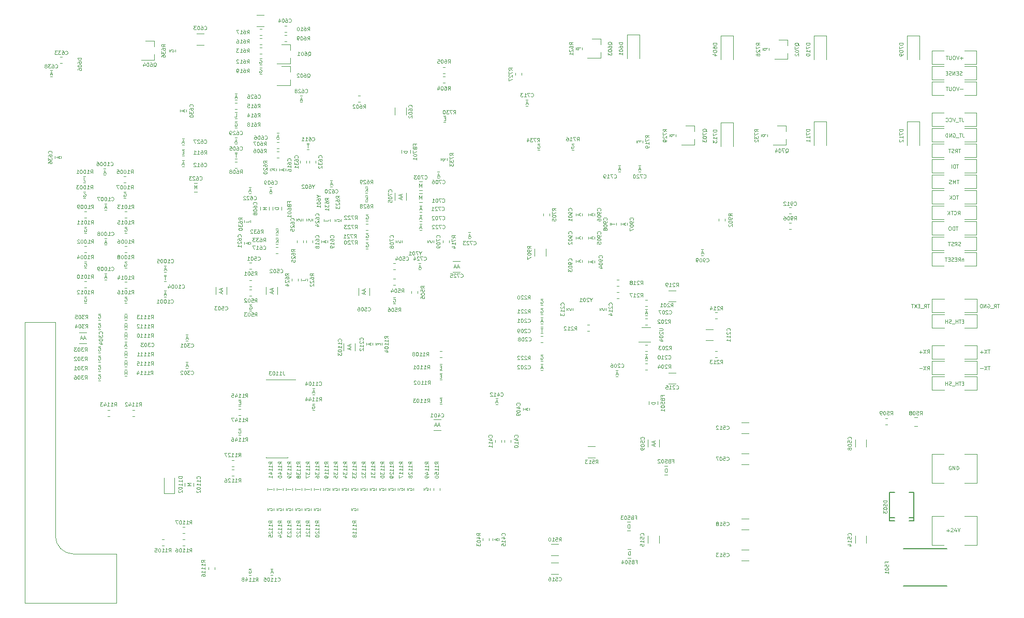
<source format=gbr>
G04 #@! TF.GenerationSoftware,KiCad,Pcbnew,5.1.4*
G04 #@! TF.CreationDate,2019-08-28T20:29:57+02:00*
G04 #@! TF.ProjectId,ETH1CJTAG,45544831-434a-4544-9147-2e6b69636164,rev?*
G04 #@! TF.SameCoordinates,Original*
G04 #@! TF.FileFunction,Legend,Bot*
G04 #@! TF.FilePolarity,Positive*
%FSLAX46Y46*%
G04 Gerber Fmt 4.6, Leading zero omitted, Abs format (unit mm)*
G04 Created by KiCad (PCBNEW 5.1.4) date 2019-08-28 20:29:57*
%MOMM*%
%LPD*%
G04 APERTURE LIST*
%ADD10C,0.120000*%
%ADD11C,0.150000*%
G04 APERTURE END LIST*
D10*
X223901000Y-105029000D02*
X221869000Y-105029000D01*
X223901000Y-102870000D02*
X223901000Y-105029000D01*
X221869000Y-102870000D02*
X223901000Y-102870000D01*
X216535000Y-105029000D02*
X218567000Y-105029000D01*
X216535000Y-102870000D02*
X216535000Y-105029000D01*
X218567000Y-102870000D02*
X216535000Y-102870000D01*
X216535000Y-94869000D02*
X218567000Y-94869000D01*
X216535000Y-92710000D02*
X216535000Y-94869000D01*
X218567000Y-92710000D02*
X216535000Y-92710000D01*
X223901000Y-92710000D02*
X221869000Y-92710000D01*
X223901000Y-94869000D02*
X223901000Y-92710000D01*
X221869000Y-94869000D02*
X223901000Y-94869000D01*
X227547285Y-90984428D02*
X227204428Y-90984428D01*
X227375857Y-91584428D02*
X227375857Y-90984428D01*
X226661571Y-91584428D02*
X226861571Y-91298714D01*
X227004428Y-91584428D02*
X227004428Y-90984428D01*
X226775857Y-90984428D01*
X226718714Y-91013000D01*
X226690142Y-91041571D01*
X226661571Y-91098714D01*
X226661571Y-91184428D01*
X226690142Y-91241571D01*
X226718714Y-91270142D01*
X226775857Y-91298714D01*
X227004428Y-91298714D01*
X226547285Y-91641571D02*
X226090142Y-91641571D01*
X225633000Y-91013000D02*
X225690142Y-90984428D01*
X225775857Y-90984428D01*
X225861571Y-91013000D01*
X225918714Y-91070142D01*
X225947285Y-91127285D01*
X225975857Y-91241571D01*
X225975857Y-91327285D01*
X225947285Y-91441571D01*
X225918714Y-91498714D01*
X225861571Y-91555857D01*
X225775857Y-91584428D01*
X225718714Y-91584428D01*
X225633000Y-91555857D01*
X225604428Y-91527285D01*
X225604428Y-91327285D01*
X225718714Y-91327285D01*
X225347285Y-91584428D02*
X225347285Y-90984428D01*
X225004428Y-91584428D01*
X225004428Y-90984428D01*
X224718714Y-91584428D02*
X224718714Y-90984428D01*
X224575857Y-90984428D01*
X224490142Y-91013000D01*
X224433000Y-91070142D01*
X224404428Y-91127285D01*
X224375857Y-91241571D01*
X224375857Y-91327285D01*
X224404428Y-91441571D01*
X224433000Y-91498714D01*
X224490142Y-91555857D01*
X224575857Y-91584428D01*
X224718714Y-91584428D01*
X216115714Y-90984428D02*
X215772857Y-90984428D01*
X215944285Y-91584428D02*
X215944285Y-90984428D01*
X215230000Y-91584428D02*
X215430000Y-91298714D01*
X215572857Y-91584428D02*
X215572857Y-90984428D01*
X215344285Y-90984428D01*
X215287142Y-91013000D01*
X215258571Y-91041571D01*
X215230000Y-91098714D01*
X215230000Y-91184428D01*
X215258571Y-91241571D01*
X215287142Y-91270142D01*
X215344285Y-91298714D01*
X215572857Y-91298714D01*
X215115714Y-91641571D02*
X214658571Y-91641571D01*
X214515714Y-91270142D02*
X214315714Y-91270142D01*
X214230000Y-91584428D02*
X214515714Y-91584428D01*
X214515714Y-90984428D01*
X214230000Y-90984428D01*
X214030000Y-90984428D02*
X213630000Y-91584428D01*
X213630000Y-90984428D02*
X214030000Y-91584428D01*
X213487142Y-90984428D02*
X213144285Y-90984428D01*
X213315714Y-91584428D02*
X213315714Y-90984428D01*
X216535000Y-90170000D02*
X218567000Y-90170000D01*
X216535000Y-92329000D02*
X216535000Y-90170000D01*
X218567000Y-92329000D02*
X216535000Y-92329000D01*
X223901000Y-92329000D02*
X221869000Y-92329000D01*
X223901000Y-90170000D02*
X223901000Y-92329000D01*
X221869000Y-90170000D02*
X223901000Y-90170000D01*
X221718000Y-93810142D02*
X221518000Y-93810142D01*
X221432285Y-94124428D02*
X221718000Y-94124428D01*
X221718000Y-93524428D01*
X221432285Y-93524428D01*
X221260857Y-93524428D02*
X220918000Y-93524428D01*
X221089428Y-94124428D02*
X221089428Y-93524428D01*
X220718000Y-94124428D02*
X220718000Y-93524428D01*
X220718000Y-93810142D02*
X220375142Y-93810142D01*
X220375142Y-94124428D02*
X220375142Y-93524428D01*
X220232285Y-94181571D02*
X219775142Y-94181571D01*
X219660857Y-94095857D02*
X219575142Y-94124428D01*
X219432285Y-94124428D01*
X219375142Y-94095857D01*
X219346571Y-94067285D01*
X219318000Y-94010142D01*
X219318000Y-93953000D01*
X219346571Y-93895857D01*
X219375142Y-93867285D01*
X219432285Y-93838714D01*
X219546571Y-93810142D01*
X219603714Y-93781571D01*
X219632285Y-93753000D01*
X219660857Y-93695857D01*
X219660857Y-93638714D01*
X219632285Y-93581571D01*
X219603714Y-93553000D01*
X219546571Y-93524428D01*
X219403714Y-93524428D01*
X219318000Y-93553000D01*
X219060857Y-94124428D02*
X219060857Y-93524428D01*
X219060857Y-93810142D02*
X218718000Y-93810142D01*
X218718000Y-94124428D02*
X218718000Y-93524428D01*
X221718000Y-103970142D02*
X221518000Y-103970142D01*
X221432285Y-104284428D02*
X221718000Y-104284428D01*
X221718000Y-103684428D01*
X221432285Y-103684428D01*
X221260857Y-103684428D02*
X220918000Y-103684428D01*
X221089428Y-104284428D02*
X221089428Y-103684428D01*
X220718000Y-104284428D02*
X220718000Y-103684428D01*
X220718000Y-103970142D02*
X220375142Y-103970142D01*
X220375142Y-104284428D02*
X220375142Y-103684428D01*
X220232285Y-104341571D02*
X219775142Y-104341571D01*
X219660857Y-104255857D02*
X219575142Y-104284428D01*
X219432285Y-104284428D01*
X219375142Y-104255857D01*
X219346571Y-104227285D01*
X219318000Y-104170142D01*
X219318000Y-104113000D01*
X219346571Y-104055857D01*
X219375142Y-104027285D01*
X219432285Y-103998714D01*
X219546571Y-103970142D01*
X219603714Y-103941571D01*
X219632285Y-103913000D01*
X219660857Y-103855857D01*
X219660857Y-103798714D01*
X219632285Y-103741571D01*
X219603714Y-103713000D01*
X219546571Y-103684428D01*
X219403714Y-103684428D01*
X219318000Y-103713000D01*
X219060857Y-104284428D02*
X219060857Y-103684428D01*
X219060857Y-103970142D02*
X218718000Y-103970142D01*
X218718000Y-104284428D02*
X218718000Y-103684428D01*
X225999571Y-98477428D02*
X225656714Y-98477428D01*
X225828142Y-99077428D02*
X225828142Y-98477428D01*
X225513857Y-98477428D02*
X225113857Y-99077428D01*
X225113857Y-98477428D02*
X225513857Y-99077428D01*
X224885285Y-98848857D02*
X224428142Y-98848857D01*
X224656714Y-99077428D02*
X224656714Y-98620285D01*
X215736428Y-99077428D02*
X215936428Y-98791714D01*
X216079285Y-99077428D02*
X216079285Y-98477428D01*
X215850714Y-98477428D01*
X215793571Y-98506000D01*
X215765000Y-98534571D01*
X215736428Y-98591714D01*
X215736428Y-98677428D01*
X215765000Y-98734571D01*
X215793571Y-98763142D01*
X215850714Y-98791714D01*
X216079285Y-98791714D01*
X215536428Y-98477428D02*
X215136428Y-99077428D01*
X215136428Y-98477428D02*
X215536428Y-99077428D01*
X214907857Y-98848857D02*
X214450714Y-98848857D01*
X214679285Y-99077428D02*
X214679285Y-98620285D01*
X225999571Y-101144428D02*
X225656714Y-101144428D01*
X225828142Y-101744428D02*
X225828142Y-101144428D01*
X225513857Y-101144428D02*
X225113857Y-101744428D01*
X225113857Y-101144428D02*
X225513857Y-101744428D01*
X224885285Y-101515857D02*
X224428142Y-101515857D01*
X215736428Y-101744428D02*
X215936428Y-101458714D01*
X216079285Y-101744428D02*
X216079285Y-101144428D01*
X215850714Y-101144428D01*
X215793571Y-101173000D01*
X215765000Y-101201571D01*
X215736428Y-101258714D01*
X215736428Y-101344428D01*
X215765000Y-101401571D01*
X215793571Y-101430142D01*
X215850714Y-101458714D01*
X216079285Y-101458714D01*
X215536428Y-101144428D02*
X215136428Y-101744428D01*
X215136428Y-101144428D02*
X215536428Y-101744428D01*
X214907857Y-101515857D02*
X214450714Y-101515857D01*
X219633857Y-117556000D02*
X219576714Y-117527428D01*
X219491000Y-117527428D01*
X219405285Y-117556000D01*
X219348142Y-117613142D01*
X219319571Y-117670285D01*
X219291000Y-117784571D01*
X219291000Y-117870285D01*
X219319571Y-117984571D01*
X219348142Y-118041714D01*
X219405285Y-118098857D01*
X219491000Y-118127428D01*
X219548142Y-118127428D01*
X219633857Y-118098857D01*
X219662428Y-118070285D01*
X219662428Y-117870285D01*
X219548142Y-117870285D01*
X219919571Y-118127428D02*
X219919571Y-117527428D01*
X220262428Y-118127428D01*
X220262428Y-117527428D01*
X220548142Y-118127428D02*
X220548142Y-117527428D01*
X220691000Y-117527428D01*
X220776714Y-117556000D01*
X220833857Y-117613142D01*
X220862428Y-117670285D01*
X220891000Y-117784571D01*
X220891000Y-117870285D01*
X220862428Y-117984571D01*
X220833857Y-118041714D01*
X220776714Y-118098857D01*
X220691000Y-118127428D01*
X220548142Y-118127428D01*
X218906857Y-128058857D02*
X219364000Y-128058857D01*
X219135428Y-128287428D02*
X219135428Y-127830285D01*
X219621142Y-127744571D02*
X219649714Y-127716000D01*
X219706857Y-127687428D01*
X219849714Y-127687428D01*
X219906857Y-127716000D01*
X219935428Y-127744571D01*
X219964000Y-127801714D01*
X219964000Y-127858857D01*
X219935428Y-127944571D01*
X219592571Y-128287428D01*
X219964000Y-128287428D01*
X220478285Y-127887428D02*
X220478285Y-128287428D01*
X220335428Y-127658857D02*
X220192571Y-128087428D01*
X220564000Y-128087428D01*
X220706857Y-127687428D02*
X220906857Y-128287428D01*
X221106857Y-127687428D01*
X223901000Y-130429000D02*
X221869000Y-130429000D01*
X223901000Y-125730000D02*
X223901000Y-130429000D01*
X221869000Y-125730000D02*
X223901000Y-125730000D01*
X216535000Y-130429000D02*
X218440000Y-130429000D01*
X216535000Y-125730000D02*
X216535000Y-130429000D01*
X218440000Y-125730000D02*
X216535000Y-125730000D01*
X223901000Y-120269000D02*
X221869000Y-120269000D01*
X223901000Y-115570000D02*
X223901000Y-120269000D01*
X221869000Y-115570000D02*
X223901000Y-115570000D01*
X216535000Y-120269000D02*
X218440000Y-120269000D01*
X216535000Y-115570000D02*
X216535000Y-120269000D01*
X218440000Y-115570000D02*
X216535000Y-115570000D01*
X223901000Y-102489000D02*
X221869000Y-102489000D01*
X223901000Y-100330000D02*
X223901000Y-102489000D01*
X221869000Y-100330000D02*
X223901000Y-100330000D01*
X223901000Y-99949000D02*
X221869000Y-99949000D01*
X223901000Y-97790000D02*
X223901000Y-99949000D01*
X221869000Y-97790000D02*
X223901000Y-97790000D01*
X216535000Y-102489000D02*
X218567000Y-102489000D01*
X216535000Y-100330000D02*
X216535000Y-102489000D01*
X218567000Y-100330000D02*
X216535000Y-100330000D01*
X216535000Y-99949000D02*
X218567000Y-99949000D01*
X216535000Y-97790000D02*
X216535000Y-99949000D01*
X218567000Y-97790000D02*
X216535000Y-97790000D01*
X223774000Y-84709000D02*
X221869000Y-84709000D01*
X223774000Y-82550000D02*
X223774000Y-84709000D01*
X221869000Y-82550000D02*
X223774000Y-82550000D01*
X223774000Y-82169000D02*
X221869000Y-82169000D01*
X223774000Y-80010000D02*
X223774000Y-82169000D01*
X221869000Y-80010000D02*
X223774000Y-80010000D01*
X223774000Y-79629000D02*
X221869000Y-79629000D01*
X223774000Y-77470000D02*
X223774000Y-79629000D01*
X221869000Y-77470000D02*
X223774000Y-77470000D01*
X223774000Y-77089000D02*
X221869000Y-77089000D01*
X223774000Y-74930000D02*
X223774000Y-77089000D01*
X221869000Y-74930000D02*
X223774000Y-74930000D01*
X223774000Y-74549000D02*
X221869000Y-74549000D01*
X223774000Y-72390000D02*
X223774000Y-74549000D01*
X221869000Y-72390000D02*
X223774000Y-72390000D01*
X223774000Y-72009000D02*
X221869000Y-72009000D01*
X223774000Y-69850000D02*
X223774000Y-72009000D01*
X221869000Y-69850000D02*
X223774000Y-69850000D01*
X223774000Y-69469000D02*
X221869000Y-69469000D01*
X223774000Y-67310000D02*
X223774000Y-69469000D01*
X221869000Y-67310000D02*
X223774000Y-67310000D01*
X223774000Y-66929000D02*
X221869000Y-66929000D01*
X223774000Y-64770000D02*
X223774000Y-66929000D01*
X221869000Y-64770000D02*
X223774000Y-64770000D01*
X223774000Y-64389000D02*
X221869000Y-64389000D01*
X223774000Y-62230000D02*
X223774000Y-64389000D01*
X221869000Y-62230000D02*
X223774000Y-62230000D01*
X223774000Y-61849000D02*
X221869000Y-61849000D01*
X223774000Y-59690000D02*
X223774000Y-61849000D01*
X221869000Y-59690000D02*
X223774000Y-59690000D01*
X216535000Y-84709000D02*
X218440000Y-84709000D01*
X216535000Y-82550000D02*
X216535000Y-84709000D01*
X218440000Y-82550000D02*
X216535000Y-82550000D01*
X216535000Y-82169000D02*
X218440000Y-82169000D01*
X216535000Y-80010000D02*
X216535000Y-82169000D01*
X218440000Y-80010000D02*
X216535000Y-80010000D01*
X216535000Y-79629000D02*
X218440000Y-79629000D01*
X216535000Y-77470000D02*
X216535000Y-79629000D01*
X218440000Y-77470000D02*
X216535000Y-77470000D01*
X216535000Y-77089000D02*
X218440000Y-77089000D01*
X216535000Y-74930000D02*
X216535000Y-77089000D01*
X218440000Y-74930000D02*
X216535000Y-74930000D01*
X216535000Y-74549000D02*
X218440000Y-74549000D01*
X216535000Y-72390000D02*
X216535000Y-74549000D01*
X218440000Y-72390000D02*
X216535000Y-72390000D01*
X216535000Y-72009000D02*
X218440000Y-72009000D01*
X216535000Y-69850000D02*
X216535000Y-72009000D01*
X218440000Y-69850000D02*
X216535000Y-69850000D01*
X216535000Y-69469000D02*
X218440000Y-69469000D01*
X216535000Y-67310000D02*
X216535000Y-69469000D01*
X218440000Y-67310000D02*
X216535000Y-67310000D01*
X216535000Y-66929000D02*
X218440000Y-66929000D01*
X216535000Y-64770000D02*
X216535000Y-66929000D01*
X218440000Y-64770000D02*
X216535000Y-64770000D01*
X216535000Y-64389000D02*
X218440000Y-64389000D01*
X216535000Y-62230000D02*
X216535000Y-64389000D01*
X218440000Y-62230000D02*
X216535000Y-62230000D01*
X216535000Y-61849000D02*
X218440000Y-61849000D01*
X216535000Y-59690000D02*
X216535000Y-61849000D01*
X218440000Y-59690000D02*
X216535000Y-59690000D01*
X223774000Y-56769000D02*
X221869000Y-56769000D01*
X223774000Y-54610000D02*
X223774000Y-56769000D01*
X221869000Y-54610000D02*
X223774000Y-54610000D01*
X216535000Y-56769000D02*
X218440000Y-56769000D01*
X216535000Y-54610000D02*
X216535000Y-56769000D01*
X218440000Y-54610000D02*
X216535000Y-54610000D01*
X223774000Y-54229000D02*
X221869000Y-54229000D01*
X223774000Y-52070000D02*
X223774000Y-54229000D01*
X221869000Y-52070000D02*
X223774000Y-52070000D01*
X216535000Y-54229000D02*
X218440000Y-54229000D01*
X216535000Y-52070000D02*
X216535000Y-54229000D01*
X218440000Y-52070000D02*
X216535000Y-52070000D01*
X223774000Y-51689000D02*
X221869000Y-51689000D01*
X223774000Y-49530000D02*
X223774000Y-51689000D01*
X221869000Y-49530000D02*
X223774000Y-49530000D01*
X216535000Y-51689000D02*
X218440000Y-51689000D01*
X216535000Y-49530000D02*
X216535000Y-51689000D01*
X218440000Y-49530000D02*
X216535000Y-49530000D01*
X221703714Y-83564428D02*
X221703714Y-83964428D01*
X221703714Y-83621571D02*
X221675142Y-83593000D01*
X221618000Y-83564428D01*
X221532285Y-83564428D01*
X221475142Y-83593000D01*
X221446571Y-83650142D01*
X221446571Y-83964428D01*
X220818000Y-83964428D02*
X221018000Y-83678714D01*
X221160857Y-83964428D02*
X221160857Y-83364428D01*
X220932285Y-83364428D01*
X220875142Y-83393000D01*
X220846571Y-83421571D01*
X220818000Y-83478714D01*
X220818000Y-83564428D01*
X220846571Y-83621571D01*
X220875142Y-83650142D01*
X220932285Y-83678714D01*
X221160857Y-83678714D01*
X220560857Y-83650142D02*
X220360857Y-83650142D01*
X220275142Y-83964428D02*
X220560857Y-83964428D01*
X220560857Y-83364428D01*
X220275142Y-83364428D01*
X220046571Y-83935857D02*
X219960857Y-83964428D01*
X219818000Y-83964428D01*
X219760857Y-83935857D01*
X219732285Y-83907285D01*
X219703714Y-83850142D01*
X219703714Y-83793000D01*
X219732285Y-83735857D01*
X219760857Y-83707285D01*
X219818000Y-83678714D01*
X219932285Y-83650142D01*
X219989428Y-83621571D01*
X220018000Y-83593000D01*
X220046571Y-83535857D01*
X220046571Y-83478714D01*
X220018000Y-83421571D01*
X219989428Y-83393000D01*
X219932285Y-83364428D01*
X219789428Y-83364428D01*
X219703714Y-83393000D01*
X219446571Y-83650142D02*
X219246571Y-83650142D01*
X219160857Y-83964428D02*
X219446571Y-83964428D01*
X219446571Y-83364428D01*
X219160857Y-83364428D01*
X218989428Y-83364428D02*
X218646571Y-83364428D01*
X218818000Y-83964428D02*
X218818000Y-83364428D01*
X221203714Y-81395857D02*
X221118000Y-81424428D01*
X220975142Y-81424428D01*
X220918000Y-81395857D01*
X220889428Y-81367285D01*
X220860857Y-81310142D01*
X220860857Y-81253000D01*
X220889428Y-81195857D01*
X220918000Y-81167285D01*
X220975142Y-81138714D01*
X221089428Y-81110142D01*
X221146571Y-81081571D01*
X221175142Y-81053000D01*
X221203714Y-80995857D01*
X221203714Y-80938714D01*
X221175142Y-80881571D01*
X221146571Y-80853000D01*
X221089428Y-80824428D01*
X220946571Y-80824428D01*
X220860857Y-80853000D01*
X220260857Y-81424428D02*
X220460857Y-81138714D01*
X220603714Y-81424428D02*
X220603714Y-80824428D01*
X220375142Y-80824428D01*
X220318000Y-80853000D01*
X220289428Y-80881571D01*
X220260857Y-80938714D01*
X220260857Y-81024428D01*
X220289428Y-81081571D01*
X220318000Y-81110142D01*
X220375142Y-81138714D01*
X220603714Y-81138714D01*
X220032285Y-81395857D02*
X219946571Y-81424428D01*
X219803714Y-81424428D01*
X219746571Y-81395857D01*
X219718000Y-81367285D01*
X219689428Y-81310142D01*
X219689428Y-81253000D01*
X219718000Y-81195857D01*
X219746571Y-81167285D01*
X219803714Y-81138714D01*
X219918000Y-81110142D01*
X219975142Y-81081571D01*
X220003714Y-81053000D01*
X220032285Y-80995857D01*
X220032285Y-80938714D01*
X220003714Y-80881571D01*
X219975142Y-80853000D01*
X219918000Y-80824428D01*
X219775142Y-80824428D01*
X219689428Y-80853000D01*
X219518000Y-80824428D02*
X219175142Y-80824428D01*
X219346571Y-81424428D02*
X219346571Y-80824428D01*
X220749714Y-78284428D02*
X220406857Y-78284428D01*
X220578285Y-78884428D02*
X220578285Y-78284428D01*
X220206857Y-78884428D02*
X220206857Y-78284428D01*
X220064000Y-78284428D01*
X219978285Y-78313000D01*
X219921142Y-78370142D01*
X219892571Y-78427285D01*
X219864000Y-78541571D01*
X219864000Y-78627285D01*
X219892571Y-78741571D01*
X219921142Y-78798714D01*
X219978285Y-78855857D01*
X220064000Y-78884428D01*
X220206857Y-78884428D01*
X219492571Y-78284428D02*
X219378285Y-78284428D01*
X219321142Y-78313000D01*
X219264000Y-78370142D01*
X219235428Y-78484428D01*
X219235428Y-78684428D01*
X219264000Y-78798714D01*
X219321142Y-78855857D01*
X219378285Y-78884428D01*
X219492571Y-78884428D01*
X219549714Y-78855857D01*
X219606857Y-78798714D01*
X219635428Y-78684428D01*
X219635428Y-78484428D01*
X219606857Y-78370142D01*
X219549714Y-78313000D01*
X219492571Y-78284428D01*
X220733857Y-76344428D02*
X220933857Y-76058714D01*
X221076714Y-76344428D02*
X221076714Y-75744428D01*
X220848142Y-75744428D01*
X220791000Y-75773000D01*
X220762428Y-75801571D01*
X220733857Y-75858714D01*
X220733857Y-75944428D01*
X220762428Y-76001571D01*
X220791000Y-76030142D01*
X220848142Y-76058714D01*
X221076714Y-76058714D01*
X220133857Y-76287285D02*
X220162428Y-76315857D01*
X220248142Y-76344428D01*
X220305285Y-76344428D01*
X220391000Y-76315857D01*
X220448142Y-76258714D01*
X220476714Y-76201571D01*
X220505285Y-76087285D01*
X220505285Y-76001571D01*
X220476714Y-75887285D01*
X220448142Y-75830142D01*
X220391000Y-75773000D01*
X220305285Y-75744428D01*
X220248142Y-75744428D01*
X220162428Y-75773000D01*
X220133857Y-75801571D01*
X219962428Y-75744428D02*
X219619571Y-75744428D01*
X219791000Y-76344428D02*
X219791000Y-75744428D01*
X219419571Y-76344428D02*
X219419571Y-75744428D01*
X219076714Y-76344428D02*
X219333857Y-76001571D01*
X219076714Y-75744428D02*
X219419571Y-76087285D01*
X220862428Y-73204428D02*
X220519571Y-73204428D01*
X220691000Y-73804428D02*
X220691000Y-73204428D01*
X219976714Y-73747285D02*
X220005285Y-73775857D01*
X220091000Y-73804428D01*
X220148142Y-73804428D01*
X220233857Y-73775857D01*
X220291000Y-73718714D01*
X220319571Y-73661571D01*
X220348142Y-73547285D01*
X220348142Y-73461571D01*
X220319571Y-73347285D01*
X220291000Y-73290142D01*
X220233857Y-73233000D01*
X220148142Y-73204428D01*
X220091000Y-73204428D01*
X220005285Y-73233000D01*
X219976714Y-73261571D01*
X219719571Y-73804428D02*
X219719571Y-73204428D01*
X219376714Y-73804428D02*
X219633857Y-73461571D01*
X219376714Y-73204428D02*
X219719571Y-73547285D01*
X220891000Y-70664428D02*
X220548142Y-70664428D01*
X220719571Y-71264428D02*
X220719571Y-70664428D01*
X220348142Y-71264428D02*
X220348142Y-70664428D01*
X220148142Y-71093000D01*
X219948142Y-70664428D01*
X219948142Y-71264428D01*
X219691000Y-71235857D02*
X219605285Y-71264428D01*
X219462428Y-71264428D01*
X219405285Y-71235857D01*
X219376714Y-71207285D01*
X219348142Y-71150142D01*
X219348142Y-71093000D01*
X219376714Y-71035857D01*
X219405285Y-71007285D01*
X219462428Y-70978714D01*
X219576714Y-70950142D01*
X219633857Y-70921571D01*
X219662428Y-70893000D01*
X219691000Y-70835857D01*
X219691000Y-70778714D01*
X219662428Y-70721571D01*
X219633857Y-70693000D01*
X219576714Y-70664428D01*
X219433857Y-70664428D01*
X219348142Y-70693000D01*
X220832285Y-68124428D02*
X220489428Y-68124428D01*
X220660857Y-68724428D02*
X220660857Y-68124428D01*
X220289428Y-68724428D02*
X220289428Y-68124428D01*
X220146571Y-68124428D01*
X220060857Y-68153000D01*
X220003714Y-68210142D01*
X219975142Y-68267285D01*
X219946571Y-68381571D01*
X219946571Y-68467285D01*
X219975142Y-68581571D01*
X220003714Y-68638714D01*
X220060857Y-68695857D01*
X220146571Y-68724428D01*
X220289428Y-68724428D01*
X219689428Y-68724428D02*
X219689428Y-68124428D01*
X221203714Y-65584428D02*
X220860857Y-65584428D01*
X221032285Y-66184428D02*
X221032285Y-65584428D01*
X220318000Y-66184428D02*
X220518000Y-65898714D01*
X220660857Y-66184428D02*
X220660857Y-65584428D01*
X220432285Y-65584428D01*
X220375142Y-65613000D01*
X220346571Y-65641571D01*
X220318000Y-65698714D01*
X220318000Y-65784428D01*
X220346571Y-65841571D01*
X220375142Y-65870142D01*
X220432285Y-65898714D01*
X220660857Y-65898714D01*
X220089428Y-66155857D02*
X220003714Y-66184428D01*
X219860857Y-66184428D01*
X219803714Y-66155857D01*
X219775142Y-66127285D01*
X219746571Y-66070142D01*
X219746571Y-66013000D01*
X219775142Y-65955857D01*
X219803714Y-65927285D01*
X219860857Y-65898714D01*
X219975142Y-65870142D01*
X220032285Y-65841571D01*
X220060857Y-65813000D01*
X220089428Y-65755857D01*
X220089428Y-65698714D01*
X220060857Y-65641571D01*
X220032285Y-65613000D01*
X219975142Y-65584428D01*
X219832285Y-65584428D01*
X219746571Y-65613000D01*
X219575142Y-65584428D02*
X219232285Y-65584428D01*
X219403714Y-66184428D02*
X219403714Y-65584428D01*
X221503714Y-63044428D02*
X221503714Y-63473000D01*
X221532285Y-63558714D01*
X221589428Y-63615857D01*
X221675142Y-63644428D01*
X221732285Y-63644428D01*
X221303714Y-63044428D02*
X220960857Y-63044428D01*
X221132285Y-63644428D02*
X221132285Y-63044428D01*
X220903714Y-63701571D02*
X220446571Y-63701571D01*
X219989428Y-63073000D02*
X220046571Y-63044428D01*
X220132285Y-63044428D01*
X220218000Y-63073000D01*
X220275142Y-63130142D01*
X220303714Y-63187285D01*
X220332285Y-63301571D01*
X220332285Y-63387285D01*
X220303714Y-63501571D01*
X220275142Y-63558714D01*
X220218000Y-63615857D01*
X220132285Y-63644428D01*
X220075142Y-63644428D01*
X219989428Y-63615857D01*
X219960857Y-63587285D01*
X219960857Y-63387285D01*
X220075142Y-63387285D01*
X219703714Y-63644428D02*
X219703714Y-63044428D01*
X219360857Y-63644428D01*
X219360857Y-63044428D01*
X219075142Y-63644428D02*
X219075142Y-63044428D01*
X218932285Y-63044428D01*
X218846571Y-63073000D01*
X218789428Y-63130142D01*
X218760857Y-63187285D01*
X218732285Y-63301571D01*
X218732285Y-63387285D01*
X218760857Y-63501571D01*
X218789428Y-63558714D01*
X218846571Y-63615857D01*
X218932285Y-63644428D01*
X219075142Y-63644428D01*
X221446571Y-60504428D02*
X221446571Y-60933000D01*
X221475142Y-61018714D01*
X221532285Y-61075857D01*
X221618000Y-61104428D01*
X221675142Y-61104428D01*
X221246571Y-60504428D02*
X220903714Y-60504428D01*
X221075142Y-61104428D02*
X221075142Y-60504428D01*
X220846571Y-61161571D02*
X220389428Y-61161571D01*
X220332285Y-60504428D02*
X220132285Y-61104428D01*
X219932285Y-60504428D01*
X219389428Y-61047285D02*
X219418000Y-61075857D01*
X219503714Y-61104428D01*
X219560857Y-61104428D01*
X219646571Y-61075857D01*
X219703714Y-61018714D01*
X219732285Y-60961571D01*
X219760857Y-60847285D01*
X219760857Y-60761571D01*
X219732285Y-60647285D01*
X219703714Y-60590142D01*
X219646571Y-60533000D01*
X219560857Y-60504428D01*
X219503714Y-60504428D01*
X219418000Y-60533000D01*
X219389428Y-60561571D01*
X218789428Y-61047285D02*
X218818000Y-61075857D01*
X218903714Y-61104428D01*
X218960857Y-61104428D01*
X219046571Y-61075857D01*
X219103714Y-61018714D01*
X219132285Y-60961571D01*
X219160857Y-60847285D01*
X219160857Y-60761571D01*
X219132285Y-60647285D01*
X219103714Y-60590142D01*
X219046571Y-60533000D01*
X218960857Y-60504428D01*
X218903714Y-60504428D01*
X218818000Y-60533000D01*
X218789428Y-60561571D01*
X221560857Y-55795857D02*
X221103714Y-55795857D01*
X220903714Y-55424428D02*
X220703714Y-56024428D01*
X220503714Y-55424428D01*
X220189428Y-55424428D02*
X220075142Y-55424428D01*
X220018000Y-55453000D01*
X219960857Y-55510142D01*
X219932285Y-55624428D01*
X219932285Y-55824428D01*
X219960857Y-55938714D01*
X220018000Y-55995857D01*
X220075142Y-56024428D01*
X220189428Y-56024428D01*
X220246571Y-55995857D01*
X220303714Y-55938714D01*
X220332285Y-55824428D01*
X220332285Y-55624428D01*
X220303714Y-55510142D01*
X220246571Y-55453000D01*
X220189428Y-55424428D01*
X219675142Y-55424428D02*
X219675142Y-55910142D01*
X219646571Y-55967285D01*
X219618000Y-55995857D01*
X219560857Y-56024428D01*
X219446571Y-56024428D01*
X219389428Y-55995857D01*
X219360857Y-55967285D01*
X219332285Y-55910142D01*
X219332285Y-55424428D01*
X219132285Y-55424428D02*
X218789428Y-55424428D01*
X218960857Y-56024428D02*
X218960857Y-55424428D01*
X221405285Y-53455857D02*
X221319571Y-53484428D01*
X221176714Y-53484428D01*
X221119571Y-53455857D01*
X221091000Y-53427285D01*
X221062428Y-53370142D01*
X221062428Y-53313000D01*
X221091000Y-53255857D01*
X221119571Y-53227285D01*
X221176714Y-53198714D01*
X221291000Y-53170142D01*
X221348142Y-53141571D01*
X221376714Y-53113000D01*
X221405285Y-53055857D01*
X221405285Y-52998714D01*
X221376714Y-52941571D01*
X221348142Y-52913000D01*
X221291000Y-52884428D01*
X221148142Y-52884428D01*
X221062428Y-52913000D01*
X220805285Y-53170142D02*
X220605285Y-53170142D01*
X220519571Y-53484428D02*
X220805285Y-53484428D01*
X220805285Y-52884428D01*
X220519571Y-52884428D01*
X220262428Y-53484428D02*
X220262428Y-52884428D01*
X219919571Y-53484428D01*
X219919571Y-52884428D01*
X219662428Y-53455857D02*
X219576714Y-53484428D01*
X219433857Y-53484428D01*
X219376714Y-53455857D01*
X219348142Y-53427285D01*
X219319571Y-53370142D01*
X219319571Y-53313000D01*
X219348142Y-53255857D01*
X219376714Y-53227285D01*
X219433857Y-53198714D01*
X219548142Y-53170142D01*
X219605285Y-53141571D01*
X219633857Y-53113000D01*
X219662428Y-53055857D01*
X219662428Y-52998714D01*
X219633857Y-52941571D01*
X219605285Y-52913000D01*
X219548142Y-52884428D01*
X219405285Y-52884428D01*
X219319571Y-52913000D01*
X219062428Y-53170142D02*
X218862428Y-53170142D01*
X218776714Y-53484428D02*
X219062428Y-53484428D01*
X219062428Y-52884428D01*
X218776714Y-52884428D01*
X221560857Y-50715857D02*
X221103714Y-50715857D01*
X221332285Y-50944428D02*
X221332285Y-50487285D01*
X220903714Y-50344428D02*
X220703714Y-50944428D01*
X220503714Y-50344428D01*
X220189428Y-50344428D02*
X220075142Y-50344428D01*
X220018000Y-50373000D01*
X219960857Y-50430142D01*
X219932285Y-50544428D01*
X219932285Y-50744428D01*
X219960857Y-50858714D01*
X220018000Y-50915857D01*
X220075142Y-50944428D01*
X220189428Y-50944428D01*
X220246571Y-50915857D01*
X220303714Y-50858714D01*
X220332285Y-50744428D01*
X220332285Y-50544428D01*
X220303714Y-50430142D01*
X220246571Y-50373000D01*
X220189428Y-50344428D01*
X219675142Y-50344428D02*
X219675142Y-50830142D01*
X219646571Y-50887285D01*
X219618000Y-50915857D01*
X219560857Y-50944428D01*
X219446571Y-50944428D01*
X219389428Y-50915857D01*
X219360857Y-50887285D01*
X219332285Y-50830142D01*
X219332285Y-50344428D01*
X219132285Y-50344428D02*
X218789428Y-50344428D01*
X218960857Y-50944428D02*
X218960857Y-50344428D01*
X72575267Y-53723000D02*
X72232733Y-53723000D01*
X72575267Y-52703000D02*
X72232733Y-52703000D01*
X144020000Y-129354733D02*
X144020000Y-129697267D01*
X143000000Y-129354733D02*
X143000000Y-129697267D01*
X145671000Y-129354733D02*
X145671000Y-129697267D01*
X144651000Y-129354733D02*
X144651000Y-129697267D01*
X134999000Y-121456267D02*
X134999000Y-121113733D01*
X136019000Y-121456267D02*
X136019000Y-121113733D01*
X91692000Y-49687267D02*
X91692000Y-49344733D01*
X92712000Y-49687267D02*
X92712000Y-49344733D01*
X89263000Y-47884000D02*
X87803000Y-47884000D01*
X89263000Y-51044000D02*
X87103000Y-51044000D01*
X89263000Y-51044000D02*
X89263000Y-50114000D01*
X89263000Y-47884000D02*
X89263000Y-48814000D01*
X74043000Y-66771733D02*
X74043000Y-67114267D01*
X73023000Y-66771733D02*
X73023000Y-67114267D01*
X74226267Y-51564000D02*
X73883733Y-51564000D01*
X74226267Y-50544000D02*
X73883733Y-50544000D01*
X91216267Y-86231000D02*
X90873733Y-86231000D01*
X91216267Y-87251000D02*
X90873733Y-87251000D01*
X163828000Y-77693733D02*
X163828000Y-78036267D01*
X164848000Y-77693733D02*
X164848000Y-78036267D01*
X114612267Y-64641000D02*
X114269733Y-64641000D01*
X114612267Y-65661000D02*
X114269733Y-65661000D01*
X102801267Y-66165000D02*
X102458733Y-66165000D01*
X102801267Y-67185000D02*
X102458733Y-67185000D01*
X152839267Y-94740000D02*
X152496733Y-94740000D01*
X152839267Y-95760000D02*
X152496733Y-95760000D01*
X151988733Y-64768000D02*
X152331267Y-64768000D01*
X151988733Y-65788000D02*
X152331267Y-65788000D01*
X160216436Y-114279000D02*
X161420564Y-114279000D01*
X160216436Y-116099000D02*
X161420564Y-116099000D01*
X186530064Y-127910000D02*
X185325936Y-127910000D01*
X186530064Y-126090000D02*
X185325936Y-126090000D01*
X76078000Y-131916000D02*
G75*
G02X73078000Y-128916000I0J3000000D01*
G01*
X83078000Y-139916000D02*
X68078000Y-139916000D01*
X83078000Y-131916000D02*
X83078000Y-139916000D01*
X76078000Y-131916000D02*
X83078000Y-131916000D01*
X73078000Y-93916000D02*
X73078000Y-128916000D01*
X68078000Y-93916000D02*
X73078000Y-93916000D01*
X68078000Y-139916000D02*
X68078000Y-93916000D01*
X133348000Y-121442267D02*
X133348000Y-121099733D01*
X134368000Y-121442267D02*
X134368000Y-121099733D01*
X106837267Y-46992000D02*
X106494733Y-46992000D01*
X106837267Y-45972000D02*
X106494733Y-45972000D01*
X174592064Y-104034000D02*
X173387936Y-104034000D01*
X174592064Y-102214000D02*
X173387936Y-102214000D01*
X169613733Y-100709000D02*
X169956267Y-100709000D01*
X169613733Y-101729000D02*
X169956267Y-101729000D01*
X169613733Y-99185000D02*
X169956267Y-99185000D01*
X169613733Y-100205000D02*
X169956267Y-100205000D01*
X152496733Y-93216000D02*
X152839267Y-93216000D01*
X152496733Y-94236000D02*
X152839267Y-94236000D01*
X152496733Y-91692000D02*
X152839267Y-91692000D01*
X152496733Y-92712000D02*
X152839267Y-92712000D01*
X152496733Y-90168000D02*
X152839267Y-90168000D01*
X152496733Y-91188000D02*
X152839267Y-91188000D01*
X115130733Y-104773000D02*
X115473267Y-104773000D01*
X115130733Y-105793000D02*
X115473267Y-105793000D01*
X92544000Y-122023000D02*
X92544000Y-119473000D01*
X90844000Y-122023000D02*
X90844000Y-119473000D01*
X92544000Y-122023000D02*
X90844000Y-122023000D01*
X169033000Y-94837000D02*
X170433000Y-94837000D01*
X170433000Y-97157000D02*
X168533000Y-97157000D01*
X104744733Y-134300500D02*
X105087267Y-134300500D01*
X104744733Y-135320500D02*
X105087267Y-135320500D01*
X103408267Y-109222000D02*
X103065733Y-109222000D01*
X103408267Y-108202000D02*
X103065733Y-108202000D01*
X103065733Y-106678000D02*
X103408267Y-106678000D01*
X103065733Y-107698000D02*
X103408267Y-107698000D01*
X107537000Y-116073000D02*
X107537000Y-116138000D01*
X111067000Y-116073000D02*
X111067000Y-116138000D01*
X107537000Y-103318000D02*
X107537000Y-103383000D01*
X111067000Y-103318000D02*
X111067000Y-103383000D01*
X112392000Y-103383000D02*
X111067000Y-103383000D01*
X111067000Y-116138000D02*
X107537000Y-116138000D01*
X111067000Y-103318000D02*
X107537000Y-103318000D01*
X108336233Y-134300500D02*
X108678767Y-134300500D01*
X108336233Y-135320500D02*
X108678767Y-135320500D01*
X103065733Y-111377000D02*
X103408267Y-111377000D01*
X103065733Y-112397000D02*
X103408267Y-112397000D01*
X115473267Y-108333000D02*
X115130733Y-108333000D01*
X115473267Y-107313000D02*
X115130733Y-107313000D01*
X81602733Y-108329000D02*
X81945267Y-108329000D01*
X81602733Y-109349000D02*
X81945267Y-109349000D01*
X85666733Y-108329000D02*
X86009267Y-108329000D01*
X85666733Y-109349000D02*
X86009267Y-109349000D01*
X107821000Y-121456267D02*
X107821000Y-121113733D01*
X108841000Y-121456267D02*
X108841000Y-121113733D01*
X109345000Y-121456267D02*
X109345000Y-121113733D01*
X110365000Y-121456267D02*
X110365000Y-121113733D01*
X110869000Y-121456267D02*
X110869000Y-121113733D01*
X111889000Y-121456267D02*
X111889000Y-121113733D01*
X112393000Y-121456267D02*
X112393000Y-121113733D01*
X113413000Y-121456267D02*
X113413000Y-121113733D01*
X113917000Y-121456267D02*
X113917000Y-121113733D01*
X114937000Y-121456267D02*
X114937000Y-121113733D01*
X115441000Y-121456267D02*
X115441000Y-121113733D01*
X116461000Y-121456267D02*
X116461000Y-121113733D01*
X118489000Y-121456267D02*
X118489000Y-121113733D01*
X119509000Y-121456267D02*
X119509000Y-121113733D01*
X120013000Y-121456267D02*
X120013000Y-121113733D01*
X121033000Y-121456267D02*
X121033000Y-121113733D01*
X121537000Y-121456267D02*
X121537000Y-121113733D01*
X122557000Y-121456267D02*
X122557000Y-121113733D01*
X123061000Y-121456267D02*
X123061000Y-121113733D01*
X124081000Y-121456267D02*
X124081000Y-121113733D01*
X124585000Y-121456267D02*
X124585000Y-121113733D01*
X125605000Y-121456267D02*
X125605000Y-121113733D01*
X126109000Y-121456267D02*
X126109000Y-121113733D01*
X127129000Y-121456267D02*
X127129000Y-121113733D01*
X127633000Y-121456267D02*
X127633000Y-121113733D01*
X128653000Y-121456267D02*
X128653000Y-121113733D01*
X130681000Y-121456267D02*
X130681000Y-121113733D01*
X131701000Y-121456267D02*
X131701000Y-121113733D01*
X102265267Y-117604000D02*
X101922733Y-117604000D01*
X102265267Y-116584000D02*
X101922733Y-116584000D01*
X102265267Y-119128000D02*
X101922733Y-119128000D01*
X102265267Y-118108000D02*
X101922733Y-118108000D01*
X107821000Y-124772267D02*
X107821000Y-124429733D01*
X108841000Y-124772267D02*
X108841000Y-124429733D01*
X109345000Y-124772267D02*
X109345000Y-124429733D01*
X110365000Y-124772267D02*
X110365000Y-124429733D01*
X110869000Y-124772267D02*
X110869000Y-124429733D01*
X111889000Y-124772267D02*
X111889000Y-124429733D01*
X112393000Y-124772267D02*
X112393000Y-124429733D01*
X113413000Y-124772267D02*
X113413000Y-124429733D01*
X113917000Y-124772267D02*
X113917000Y-124429733D01*
X114937000Y-124772267D02*
X114937000Y-124429733D01*
X115441000Y-124772267D02*
X115441000Y-124429733D01*
X116461000Y-124772267D02*
X116461000Y-124429733D01*
X117985000Y-121113733D02*
X117985000Y-121456267D01*
X116965000Y-121113733D02*
X116965000Y-121456267D01*
X121537000Y-124772267D02*
X121537000Y-124429733D01*
X122557000Y-124772267D02*
X122557000Y-124429733D01*
X130177000Y-121113733D02*
X130177000Y-121456267D01*
X129157000Y-121113733D02*
X129157000Y-121456267D01*
X99189000Y-134053733D02*
X99189000Y-134396267D01*
X98169000Y-134053733D02*
X98169000Y-134396267D01*
X84739267Y-100201000D02*
X84396733Y-100201000D01*
X84739267Y-101221000D02*
X84396733Y-101221000D01*
X84739267Y-101725000D02*
X84396733Y-101725000D01*
X84739267Y-102745000D02*
X84396733Y-102745000D01*
X84739267Y-92581000D02*
X84396733Y-92581000D01*
X84739267Y-93601000D02*
X84396733Y-93601000D01*
X84739267Y-94105000D02*
X84396733Y-94105000D01*
X84739267Y-95125000D02*
X84396733Y-95125000D01*
X84739267Y-98677000D02*
X84396733Y-98677000D01*
X84739267Y-99697000D02*
X84396733Y-99697000D01*
X84739267Y-95629000D02*
X84396733Y-95629000D01*
X84739267Y-96649000D02*
X84396733Y-96649000D01*
X135986733Y-98677000D02*
X136329267Y-98677000D01*
X135986733Y-99697000D02*
X136329267Y-99697000D01*
X93921733Y-127506000D02*
X94264267Y-127506000D01*
X93921733Y-128526000D02*
X94264267Y-128526000D01*
X93921733Y-129538000D02*
X94264267Y-129538000D01*
X93921733Y-130558000D02*
X94264267Y-130558000D01*
X90520733Y-129538000D02*
X90863267Y-129538000D01*
X90520733Y-130558000D02*
X90863267Y-130558000D01*
X125474000Y-97693267D02*
X125474000Y-97350733D01*
X126494000Y-97693267D02*
X126494000Y-97350733D01*
X135986733Y-106297000D02*
X136329267Y-106297000D01*
X135986733Y-107317000D02*
X136329267Y-107317000D01*
X135986733Y-102360000D02*
X136329267Y-102360000D01*
X135986733Y-103380000D02*
X136329267Y-103380000D01*
X136329267Y-101856000D02*
X135986733Y-101856000D01*
X136329267Y-100836000D02*
X135986733Y-100836000D01*
X84424733Y-89787000D02*
X84767267Y-89787000D01*
X84424733Y-90807000D02*
X84767267Y-90807000D01*
X84424733Y-78357000D02*
X84767267Y-78357000D01*
X84424733Y-79377000D02*
X84767267Y-79377000D01*
X84767267Y-88394000D02*
X84424733Y-88394000D01*
X84767267Y-87374000D02*
X84424733Y-87374000D01*
X84424733Y-75817000D02*
X84767267Y-75817000D01*
X84424733Y-76837000D02*
X84767267Y-76837000D01*
X78149267Y-90807000D02*
X77806733Y-90807000D01*
X78149267Y-89787000D02*
X77806733Y-89787000D01*
X78163267Y-79377000D02*
X77820733Y-79377000D01*
X78163267Y-78357000D02*
X77820733Y-78357000D01*
X77820733Y-87247000D02*
X78163267Y-87247000D01*
X77820733Y-88267000D02*
X78163267Y-88267000D01*
X77820733Y-75817000D02*
X78163267Y-75817000D01*
X77820733Y-76837000D02*
X78163267Y-76837000D01*
X84396733Y-84072000D02*
X84739267Y-84072000D01*
X84396733Y-85092000D02*
X84739267Y-85092000D01*
X84297733Y-72642000D02*
X84640267Y-72642000D01*
X84297733Y-73662000D02*
X84640267Y-73662000D01*
X84767267Y-82552000D02*
X84424733Y-82552000D01*
X84767267Y-81532000D02*
X84424733Y-81532000D01*
X84640267Y-71122000D02*
X84297733Y-71122000D01*
X84640267Y-70102000D02*
X84297733Y-70102000D01*
X78149267Y-85092000D02*
X77806733Y-85092000D01*
X78149267Y-84072000D02*
X77806733Y-84072000D01*
X78036267Y-73662000D02*
X77693733Y-73662000D01*
X78036267Y-72642000D02*
X77693733Y-72642000D01*
X77820733Y-81532000D02*
X78163267Y-81532000D01*
X77820733Y-82552000D02*
X78163267Y-82552000D01*
X77693733Y-70102000D02*
X78036267Y-70102000D01*
X77693733Y-71122000D02*
X78036267Y-71122000D01*
X151490000Y-83152064D02*
X151490000Y-81947936D01*
X153310000Y-83152064D02*
X153310000Y-81947936D01*
X193122733Y-77722000D02*
X193465267Y-77722000D01*
X193122733Y-78742000D02*
X193465267Y-78742000D01*
X181608000Y-77387267D02*
X181608000Y-77044733D01*
X182628000Y-77387267D02*
X182628000Y-77044733D01*
X136142000Y-67152733D02*
X136142000Y-67495267D01*
X137162000Y-67152733D02*
X137162000Y-67495267D01*
X189613000Y-63558267D02*
X189613000Y-63215733D01*
X188593000Y-63558267D02*
X188593000Y-63215733D01*
X136621733Y-60196000D02*
X136964267Y-60196000D01*
X136621733Y-61216000D02*
X136964267Y-61216000D01*
X174627000Y-63530267D02*
X174627000Y-63187733D01*
X173607000Y-63530267D02*
X173607000Y-63187733D01*
X189867000Y-49447267D02*
X189867000Y-49104733D01*
X188847000Y-49447267D02*
X188847000Y-49104733D01*
X149354000Y-53182733D02*
X149354000Y-53525267D01*
X148334000Y-53182733D02*
X148334000Y-53525267D01*
X124264267Y-78869000D02*
X123921733Y-78869000D01*
X124264267Y-77849000D02*
X123921733Y-77849000D01*
X123921733Y-76325000D02*
X124264267Y-76325000D01*
X123921733Y-77345000D02*
X124264267Y-77345000D01*
X123921733Y-79373000D02*
X124264267Y-79373000D01*
X123921733Y-80393000D02*
X124264267Y-80393000D01*
X123921733Y-80897000D02*
X124264267Y-80897000D01*
X123921733Y-81917000D02*
X124264267Y-81917000D01*
X169166000Y-64217733D02*
X169166000Y-64560267D01*
X168146000Y-64217733D02*
X168146000Y-64560267D01*
X157548733Y-64768000D02*
X157891267Y-64768000D01*
X157548733Y-65788000D02*
X157891267Y-65788000D01*
X136523000Y-80957267D02*
X136523000Y-80614733D01*
X137543000Y-80957267D02*
X137543000Y-80614733D01*
X152906000Y-76498267D02*
X152906000Y-76155733D01*
X153926000Y-76498267D02*
X153926000Y-76155733D01*
X109504267Y-80135000D02*
X109161733Y-80135000D01*
X109504267Y-81155000D02*
X109161733Y-81155000D01*
X109504267Y-78611000D02*
X109161733Y-78611000D01*
X109504267Y-79631000D02*
X109161733Y-79631000D01*
X117028500Y-77464767D02*
X117028500Y-77122233D01*
X118048500Y-77464767D02*
X118048500Y-77122233D01*
X105031000Y-77312733D02*
X105031000Y-77655267D01*
X104011000Y-77312733D02*
X104011000Y-77655267D01*
X124137267Y-71753000D02*
X123794733Y-71753000D01*
X124137267Y-72773000D02*
X123794733Y-72773000D01*
X124137267Y-73213500D02*
X123794733Y-73213500D01*
X124137267Y-74233500D02*
X123794733Y-74233500D01*
X113667000Y-80614733D02*
X113667000Y-80957267D01*
X112647000Y-80614733D02*
X112647000Y-80957267D01*
X111758000Y-87166267D02*
X111758000Y-86823733D01*
X112778000Y-87166267D02*
X112778000Y-86823733D01*
X119826500Y-77122233D02*
X119826500Y-77464767D01*
X118806500Y-77122233D02*
X118806500Y-77464767D01*
X113282000Y-87180267D02*
X113282000Y-86837733D01*
X114302000Y-87180267D02*
X114302000Y-86837733D01*
X159260000Y-49334267D02*
X159260000Y-48991733D01*
X158240000Y-49334267D02*
X158240000Y-48991733D01*
X108202000Y-68803733D02*
X108202000Y-69146267D01*
X109222000Y-68803733D02*
X109222000Y-69146267D01*
X106837267Y-53342000D02*
X106494733Y-53342000D01*
X106837267Y-52322000D02*
X106494733Y-52322000D01*
X102787267Y-62105000D02*
X102444733Y-62105000D01*
X102787267Y-61085000D02*
X102444733Y-61085000D01*
X106494733Y-47496000D02*
X106837267Y-47496000D01*
X106494733Y-48516000D02*
X106837267Y-48516000D01*
X102430733Y-58037000D02*
X102773267Y-58037000D01*
X102430733Y-59057000D02*
X102773267Y-59057000D01*
X102430733Y-60581000D02*
X102773267Y-60581000D01*
X102430733Y-59561000D02*
X102773267Y-59561000D01*
X106837267Y-50040000D02*
X106494733Y-50040000D01*
X106837267Y-49020000D02*
X106494733Y-49020000D01*
X106837267Y-51818000D02*
X106494733Y-51818000D01*
X106837267Y-50798000D02*
X106494733Y-50798000D01*
X94165267Y-66677000D02*
X93822733Y-66677000D01*
X94165267Y-65657000D02*
X93822733Y-65657000D01*
X110586733Y-45464000D02*
X110929267Y-45464000D01*
X110586733Y-46484000D02*
X110929267Y-46484000D01*
X110929267Y-48008000D02*
X110586733Y-48008000D01*
X110929267Y-46988000D02*
X110586733Y-46988000D01*
X102801267Y-68709000D02*
X102458733Y-68709000D01*
X102801267Y-67689000D02*
X102458733Y-67689000D01*
X109302733Y-64514000D02*
X109645267Y-64514000D01*
X109302733Y-65534000D02*
X109645267Y-65534000D01*
X109302733Y-66038000D02*
X109645267Y-66038000D01*
X109302733Y-67058000D02*
X109645267Y-67058000D01*
X136823267Y-53215000D02*
X136480733Y-53215000D01*
X136823267Y-52195000D02*
X136480733Y-52195000D01*
X136466733Y-53719000D02*
X136809267Y-53719000D01*
X136466733Y-54739000D02*
X136809267Y-54739000D01*
X122637733Y-56894000D02*
X122980267Y-56894000D01*
X122637733Y-57914000D02*
X122980267Y-57914000D01*
X154210936Y-130281000D02*
X155415064Y-130281000D01*
X154210936Y-132101000D02*
X155415064Y-132101000D01*
X208870733Y-109726000D02*
X209213267Y-109726000D01*
X208870733Y-110746000D02*
X209213267Y-110746000D01*
X213615748Y-109526000D02*
X214138252Y-109526000D01*
X213615748Y-110946000D02*
X214138252Y-110946000D01*
X128709267Y-90934000D02*
X128366733Y-90934000D01*
X128709267Y-89914000D02*
X128366733Y-89914000D01*
X132336000Y-88869733D02*
X132336000Y-89212267D01*
X131316000Y-88869733D02*
X131316000Y-89212267D01*
X128366733Y-86866000D02*
X128709267Y-86866000D01*
X128366733Y-87886000D02*
X128709267Y-87886000D01*
X105214267Y-92077000D02*
X104871733Y-92077000D01*
X105214267Y-91057000D02*
X104871733Y-91057000D01*
X105214267Y-89664000D02*
X104871733Y-89664000D01*
X105214267Y-88644000D02*
X104871733Y-88644000D01*
X104871733Y-87120000D02*
X105214267Y-87120000D01*
X104871733Y-88140000D02*
X105214267Y-88140000D01*
X80106733Y-102487000D02*
X80449267Y-102487000D01*
X80106733Y-103507000D02*
X80449267Y-103507000D01*
X80106733Y-92581000D02*
X80449267Y-92581000D01*
X80106733Y-93601000D02*
X80449267Y-93601000D01*
X80106733Y-94105000D02*
X80449267Y-94105000D01*
X80106733Y-95125000D02*
X80449267Y-95125000D01*
X80106733Y-97915000D02*
X80449267Y-97915000D01*
X80106733Y-98935000D02*
X80449267Y-98935000D01*
X80106733Y-99439000D02*
X80449267Y-99439000D01*
X80106733Y-100459000D02*
X80449267Y-100459000D01*
X80106733Y-100963000D02*
X80449267Y-100963000D01*
X80106733Y-101983000D02*
X80449267Y-101983000D01*
X152496733Y-99312000D02*
X152839267Y-99312000D01*
X152496733Y-100332000D02*
X152839267Y-100332000D01*
X174592064Y-90572000D02*
X173387936Y-90572000D01*
X174592064Y-88752000D02*
X173387936Y-88752000D01*
X165271267Y-88013000D02*
X164928733Y-88013000D01*
X165271267Y-86993000D02*
X164928733Y-86993000D01*
X165271267Y-90045000D02*
X164928733Y-90045000D01*
X165271267Y-89025000D02*
X164928733Y-89025000D01*
X181057733Y-92327000D02*
X181400267Y-92327000D01*
X181057733Y-93347000D02*
X181400267Y-93347000D01*
X181057733Y-98677000D02*
X181400267Y-98677000D01*
X181057733Y-99697000D02*
X181400267Y-99697000D01*
X160116733Y-94359000D02*
X160459267Y-94359000D01*
X160116733Y-95379000D02*
X160459267Y-95379000D01*
X169613733Y-97661000D02*
X169956267Y-97661000D01*
X169613733Y-98681000D02*
X169956267Y-98681000D01*
X169613733Y-93343000D02*
X169956267Y-93343000D01*
X169613733Y-94363000D02*
X169956267Y-94363000D01*
X169613733Y-90295000D02*
X169956267Y-90295000D01*
X169613733Y-91315000D02*
X169956267Y-91315000D01*
X192673000Y-61793000D02*
X191213000Y-61793000D01*
X192673000Y-64953000D02*
X190513000Y-64953000D01*
X192673000Y-64953000D02*
X192673000Y-64023000D01*
X192673000Y-61793000D02*
X192673000Y-62723000D01*
X177687000Y-61793000D02*
X176227000Y-61793000D01*
X177687000Y-64953000D02*
X175527000Y-64953000D01*
X177687000Y-64953000D02*
X177687000Y-64023000D01*
X177687000Y-61793000D02*
X177687000Y-62723000D01*
X192927000Y-47696000D02*
X191467000Y-47696000D01*
X192927000Y-50856000D02*
X190767000Y-50856000D01*
X192927000Y-50856000D02*
X192927000Y-49926000D01*
X192927000Y-47696000D02*
X192927000Y-48626000D01*
X162320000Y-47569000D02*
X160860000Y-47569000D01*
X162320000Y-50729000D02*
X160160000Y-50729000D01*
X162320000Y-50729000D02*
X162320000Y-49799000D01*
X162320000Y-47569000D02*
X162320000Y-48499000D01*
X111504000Y-52014000D02*
X110044000Y-52014000D01*
X111504000Y-55174000D02*
X109344000Y-55174000D01*
X111504000Y-55174000D02*
X111504000Y-54244000D01*
X111504000Y-52014000D02*
X111504000Y-52944000D01*
X111520000Y-48458000D02*
X110060000Y-48458000D01*
X111520000Y-51618000D02*
X109360000Y-51618000D01*
X111520000Y-51618000D02*
X111520000Y-50688000D01*
X111520000Y-48458000D02*
X111520000Y-49388000D01*
X131139000Y-66310252D02*
X131139000Y-65787748D01*
X129719000Y-66310252D02*
X129719000Y-65787748D01*
X110057000Y-75581252D02*
X110057000Y-75058748D01*
X108637000Y-75581252D02*
X108637000Y-75058748D01*
X167266252Y-131116000D02*
X166743748Y-131116000D01*
X167266252Y-132536000D02*
X166743748Y-132536000D01*
X167148252Y-126671000D02*
X166625748Y-126671000D01*
X167148252Y-128091000D02*
X166625748Y-128091000D01*
X172712748Y-118947000D02*
X173235252Y-118947000D01*
X172712748Y-117527000D02*
X173235252Y-117527000D01*
X171652000Y-107458252D02*
X171652000Y-106935748D01*
X170232000Y-107458252D02*
X170232000Y-106935748D01*
D11*
X218948000Y-131064000D02*
X211836000Y-131064000D01*
X218948000Y-137160000D02*
X211836000Y-137160000D01*
D10*
X182007000Y-61250000D02*
X182007000Y-65150000D01*
X184007000Y-61250000D02*
X184007000Y-65150000D01*
X182007000Y-61250000D02*
X184007000Y-61250000D01*
X212487000Y-61123000D02*
X212487000Y-65023000D01*
X214487000Y-61123000D02*
X214487000Y-65023000D01*
X212487000Y-61123000D02*
X214487000Y-61123000D01*
X197247000Y-61123000D02*
X197247000Y-65023000D01*
X199247000Y-61123000D02*
X199247000Y-65023000D01*
X197247000Y-61123000D02*
X199247000Y-61123000D01*
X197247000Y-47026000D02*
X197247000Y-50926000D01*
X199247000Y-47026000D02*
X199247000Y-50926000D01*
X197247000Y-47026000D02*
X199247000Y-47026000D01*
X212487000Y-47026000D02*
X212487000Y-50926000D01*
X214487000Y-47026000D02*
X214487000Y-50926000D01*
X212487000Y-47026000D02*
X214487000Y-47026000D01*
X182007000Y-47026000D02*
X182007000Y-50926000D01*
X184007000Y-47026000D02*
X184007000Y-50926000D01*
X182007000Y-47026000D02*
X184007000Y-47026000D01*
X166640000Y-46899000D02*
X166640000Y-50799000D01*
X168640000Y-46899000D02*
X168640000Y-50799000D01*
X166640000Y-46899000D02*
X168640000Y-46899000D01*
D11*
X210382000Y-121842500D02*
X209582000Y-121842500D01*
X209582000Y-121842500D02*
X209582000Y-126442500D01*
X212782000Y-121842500D02*
X213582000Y-121842500D01*
X213582000Y-121842500D02*
X213582000Y-126442500D01*
X213582000Y-126442500D02*
X212782000Y-126442500D01*
X209582000Y-126442500D02*
X210382000Y-126442500D01*
X209582000Y-125942500D02*
X210382000Y-125942500D01*
X213582000Y-125942500D02*
X212782000Y-125942500D01*
D10*
X120248000Y-97405436D02*
X120248000Y-98609564D01*
X122068000Y-97405436D02*
X122068000Y-98609564D01*
X95706000Y-120261748D02*
X95706000Y-120784252D01*
X94286000Y-120261748D02*
X94286000Y-120784252D01*
X81465267Y-86997000D02*
X81122733Y-86997000D01*
X81465267Y-85977000D02*
X81122733Y-85977000D01*
X81465267Y-81282000D02*
X81122733Y-81282000D01*
X81465267Y-80262000D02*
X81122733Y-80262000D01*
X81465267Y-75567000D02*
X81122733Y-75567000D01*
X81465267Y-74547000D02*
X81122733Y-74547000D01*
X81338267Y-69852000D02*
X80995733Y-69852000D01*
X81338267Y-68832000D02*
X80995733Y-68832000D01*
X91230267Y-85727000D02*
X90887733Y-85727000D01*
X91230267Y-84707000D02*
X90887733Y-84707000D01*
X91216267Y-89791000D02*
X90873733Y-89791000D01*
X91216267Y-88771000D02*
X90873733Y-88771000D01*
X193465267Y-76202000D02*
X193122733Y-76202000D01*
X193465267Y-75182000D02*
X193122733Y-75182000D01*
X178785733Y-82040000D02*
X179128267Y-82040000D01*
X178785733Y-83060000D02*
X179128267Y-83060000D01*
X166626000Y-77693733D02*
X166626000Y-78036267D01*
X165606000Y-77693733D02*
X165606000Y-78036267D01*
X160272000Y-76498267D02*
X160272000Y-76155733D01*
X161292000Y-76498267D02*
X161292000Y-76155733D01*
X160272000Y-80308267D02*
X160272000Y-79965733D01*
X161292000Y-80308267D02*
X161292000Y-79965733D01*
X160272000Y-84231267D02*
X160272000Y-83888733D01*
X161292000Y-84231267D02*
X161292000Y-83888733D01*
X158240000Y-84118267D02*
X158240000Y-83775733D01*
X159260000Y-84118267D02*
X159260000Y-83775733D01*
X158240000Y-80308267D02*
X158240000Y-79965733D01*
X159260000Y-80308267D02*
X159260000Y-79965733D01*
X158240000Y-76498267D02*
X158240000Y-76155733D01*
X159260000Y-76498267D02*
X159260000Y-76155733D01*
X138118436Y-85746000D02*
X139322564Y-85746000D01*
X138118436Y-83926000D02*
X139322564Y-83926000D01*
X132900267Y-85346000D02*
X132557733Y-85346000D01*
X132900267Y-84326000D02*
X132557733Y-84326000D01*
X141028267Y-80266000D02*
X140685733Y-80266000D01*
X141028267Y-79246000D02*
X140685733Y-79246000D01*
X132656733Y-77849000D02*
X132999267Y-77849000D01*
X132656733Y-78869000D02*
X132999267Y-78869000D01*
X132684733Y-74864500D02*
X133027267Y-74864500D01*
X132684733Y-75884500D02*
X133027267Y-75884500D01*
X168498733Y-68324000D02*
X168841267Y-68324000D01*
X168498733Y-69344000D02*
X168841267Y-69344000D01*
X165196733Y-68324000D02*
X165539267Y-68324000D01*
X165196733Y-69344000D02*
X165539267Y-69344000D01*
X150069733Y-57529000D02*
X150412267Y-57529000D01*
X150069733Y-58549000D02*
X150412267Y-58549000D01*
X133983000Y-80929267D02*
X133983000Y-80586733D01*
X135003000Y-80929267D02*
X135003000Y-80586733D01*
X129796000Y-80600733D02*
X129796000Y-80943267D01*
X128776000Y-80600733D02*
X128776000Y-80943267D01*
X135948267Y-70360000D02*
X135605733Y-70360000D01*
X135948267Y-69340000D02*
X135605733Y-69340000D01*
X128630000Y-72803936D02*
X128630000Y-74008064D01*
X130450000Y-72803936D02*
X130450000Y-74008064D01*
X132571748Y-70918000D02*
X133094252Y-70918000D01*
X132571748Y-72338000D02*
X133094252Y-72338000D01*
X132656733Y-76388500D02*
X132999267Y-76388500D01*
X132656733Y-77408500D02*
X132999267Y-77408500D01*
X132571748Y-72886500D02*
X133094252Y-72886500D01*
X132571748Y-74306500D02*
X133094252Y-74306500D01*
X114679000Y-67876267D02*
X114679000Y-67533733D01*
X115699000Y-67876267D02*
X115699000Y-67533733D01*
X113155000Y-67876267D02*
X113155000Y-67533733D01*
X114175000Y-67876267D02*
X114175000Y-67533733D01*
X94490000Y-59151733D02*
X94490000Y-59494267D01*
X93470000Y-59151733D02*
X93470000Y-59494267D01*
X102773267Y-64772000D02*
X102430733Y-64772000D01*
X102773267Y-63752000D02*
X102430733Y-63752000D01*
X113469267Y-57914000D02*
X113126733Y-57914000D01*
X113469267Y-56894000D02*
X113126733Y-56894000D01*
X93808733Y-63879000D02*
X94151267Y-63879000D01*
X93808733Y-64899000D02*
X94151267Y-64899000D01*
X102801267Y-57533000D02*
X102458733Y-57533000D01*
X102801267Y-56513000D02*
X102458733Y-56513000D01*
X113540000Y-77030733D02*
X113540000Y-77373267D01*
X112520000Y-77030733D02*
X112520000Y-77373267D01*
X115191000Y-77058733D02*
X115191000Y-77401267D01*
X114171000Y-77058733D02*
X114171000Y-77401267D01*
X95759748Y-71172000D02*
X96282252Y-71172000D01*
X95759748Y-72592000D02*
X96282252Y-72592000D01*
X104716733Y-71880000D02*
X105059267Y-71880000D01*
X104716733Y-72900000D02*
X105059267Y-72900000D01*
X105031000Y-80840733D02*
X105031000Y-81183267D01*
X104011000Y-80840733D02*
X104011000Y-81183267D01*
X118079733Y-70737000D02*
X118422267Y-70737000D01*
X118079733Y-71757000D02*
X118422267Y-71757000D01*
X116584000Y-80929267D02*
X116584000Y-80586733D01*
X117604000Y-80929267D02*
X117604000Y-80586733D01*
X114171000Y-80957267D02*
X114171000Y-80614733D01*
X115191000Y-80957267D02*
X115191000Y-80614733D01*
X109161733Y-81659000D02*
X109504267Y-81659000D01*
X109161733Y-82679000D02*
X109504267Y-82679000D01*
X109726000Y-69146267D02*
X109726000Y-68803733D01*
X110746000Y-69146267D02*
X110746000Y-68803733D01*
X94137267Y-68455000D02*
X93794733Y-68455000D01*
X94137267Y-67435000D02*
X93794733Y-67435000D01*
X108488267Y-72900000D02*
X108145733Y-72900000D01*
X108488267Y-71880000D02*
X108145733Y-71880000D01*
X108025000Y-75058748D02*
X108025000Y-75581252D01*
X106605000Y-75058748D02*
X106605000Y-75581252D01*
X109645267Y-64010000D02*
X109302733Y-64010000D01*
X109645267Y-62990000D02*
X109302733Y-62990000D01*
X107245564Y-45487000D02*
X106041436Y-45487000D01*
X107245564Y-43667000D02*
X106041436Y-43667000D01*
X97376064Y-48535000D02*
X96171936Y-48535000D01*
X97376064Y-46715000D02*
X96171936Y-46715000D01*
X130450000Y-58833936D02*
X130450000Y-60038064D01*
X128630000Y-58833936D02*
X128630000Y-60038064D01*
X155415064Y-135149000D02*
X154210936Y-135149000D01*
X155415064Y-133329000D02*
X154210936Y-133329000D01*
X171852000Y-128937936D02*
X171852000Y-130142064D01*
X170032000Y-128937936D02*
X170032000Y-130142064D01*
X203941000Y-130142064D02*
X203941000Y-128937936D01*
X205761000Y-130142064D02*
X205761000Y-128937936D01*
X186530064Y-132990000D02*
X185325936Y-132990000D01*
X186530064Y-131170000D02*
X185325936Y-131170000D01*
X186530064Y-112162000D02*
X185325936Y-112162000D01*
X186530064Y-110342000D02*
X185325936Y-110342000D01*
X170032000Y-113189936D02*
X170032000Y-114394064D01*
X171852000Y-113189936D02*
X171852000Y-114394064D01*
X203941000Y-114394064D02*
X203941000Y-113189936D01*
X205761000Y-114394064D02*
X205761000Y-113189936D01*
X186530064Y-117242000D02*
X185325936Y-117242000D01*
X186530064Y-115422000D02*
X185325936Y-115422000D01*
X122661000Y-88334436D02*
X122661000Y-89538564D01*
X124481000Y-88334436D02*
X124481000Y-89538564D01*
X128709267Y-85346000D02*
X128366733Y-85346000D01*
X128709267Y-84326000D02*
X128366733Y-84326000D01*
X99293000Y-88207436D02*
X99293000Y-89411564D01*
X101113000Y-88207436D02*
X101113000Y-89411564D01*
X107548000Y-88207436D02*
X107548000Y-89411564D01*
X109368000Y-88207436D02*
X109368000Y-89411564D01*
X105186267Y-85219000D02*
X104843733Y-85219000D01*
X105186267Y-84199000D02*
X104843733Y-84199000D01*
X145102733Y-106424000D02*
X145445267Y-106424000D01*
X145102733Y-107444000D02*
X145445267Y-107444000D01*
X145032000Y-113596267D02*
X145032000Y-113253733D01*
X146052000Y-113596267D02*
X146052000Y-113253733D01*
X146556000Y-113596267D02*
X146556000Y-113253733D01*
X147576000Y-113596267D02*
X147576000Y-113253733D01*
X150624000Y-108018733D02*
X150624000Y-108361267D01*
X149604000Y-108018733D02*
X149604000Y-108361267D01*
X136147564Y-109834000D02*
X134943436Y-109834000D01*
X136147564Y-111654000D02*
X134943436Y-111654000D01*
X78199064Y-95610000D02*
X76994936Y-95610000D01*
X78199064Y-97430000D02*
X76994936Y-97430000D01*
X84396733Y-97153000D02*
X84739267Y-97153000D01*
X84396733Y-98173000D02*
X84739267Y-98173000D01*
X94443733Y-100455000D02*
X94786267Y-100455000D01*
X94443733Y-101475000D02*
X94786267Y-101475000D01*
X94443733Y-96010000D02*
X94786267Y-96010000D01*
X94443733Y-97030000D02*
X94786267Y-97030000D01*
X162177000Y-92006267D02*
X162177000Y-91663733D01*
X163197000Y-92006267D02*
X163197000Y-91663733D01*
X157736000Y-91635733D02*
X157736000Y-91978267D01*
X156716000Y-91635733D02*
X156716000Y-91978267D01*
X123950000Y-97693267D02*
X123950000Y-97350733D01*
X124970000Y-97693267D02*
X124970000Y-97350733D01*
X180724564Y-96922000D02*
X179520436Y-96922000D01*
X180724564Y-95102000D02*
X179520436Y-95102000D01*
X152839267Y-97284000D02*
X152496733Y-97284000D01*
X152839267Y-96264000D02*
X152496733Y-96264000D01*
X169613733Y-91819000D02*
X169956267Y-91819000D01*
X169613733Y-92839000D02*
X169956267Y-92839000D01*
X164815733Y-101852000D02*
X165158267Y-101852000D01*
X164815733Y-102872000D02*
X165158267Y-102872000D01*
X152496733Y-100836000D02*
X152839267Y-100836000D01*
X152496733Y-101856000D02*
X152839267Y-101856000D01*
X73061428Y-52284285D02*
X73090000Y-52312857D01*
X73175714Y-52341428D01*
X73232857Y-52341428D01*
X73318571Y-52312857D01*
X73375714Y-52255714D01*
X73404285Y-52198571D01*
X73432857Y-52084285D01*
X73432857Y-51998571D01*
X73404285Y-51884285D01*
X73375714Y-51827142D01*
X73318571Y-51770000D01*
X73232857Y-51741428D01*
X73175714Y-51741428D01*
X73090000Y-51770000D01*
X73061428Y-51798571D01*
X72547142Y-51741428D02*
X72661428Y-51741428D01*
X72718571Y-51770000D01*
X72747142Y-51798571D01*
X72804285Y-51884285D01*
X72832857Y-51998571D01*
X72832857Y-52227142D01*
X72804285Y-52284285D01*
X72775714Y-52312857D01*
X72718571Y-52341428D01*
X72604285Y-52341428D01*
X72547142Y-52312857D01*
X72518571Y-52284285D01*
X72490000Y-52227142D01*
X72490000Y-52084285D01*
X72518571Y-52027142D01*
X72547142Y-51998571D01*
X72604285Y-51970000D01*
X72718571Y-51970000D01*
X72775714Y-51998571D01*
X72804285Y-52027142D01*
X72832857Y-52084285D01*
X72290000Y-51741428D02*
X71918571Y-51741428D01*
X72118571Y-51970000D01*
X72032857Y-51970000D01*
X71975714Y-51998571D01*
X71947142Y-52027142D01*
X71918571Y-52084285D01*
X71918571Y-52227142D01*
X71947142Y-52284285D01*
X71975714Y-52312857D01*
X72032857Y-52341428D01*
X72204285Y-52341428D01*
X72261428Y-52312857D01*
X72290000Y-52284285D01*
X71575714Y-51998571D02*
X71632857Y-51970000D01*
X71661428Y-51941428D01*
X71690000Y-51884285D01*
X71690000Y-51855714D01*
X71661428Y-51798571D01*
X71632857Y-51770000D01*
X71575714Y-51741428D01*
X71461428Y-51741428D01*
X71404285Y-51770000D01*
X71375714Y-51798571D01*
X71347142Y-51855714D01*
X71347142Y-51884285D01*
X71375714Y-51941428D01*
X71404285Y-51970000D01*
X71461428Y-51998571D01*
X71575714Y-51998571D01*
X71632857Y-52027142D01*
X71661428Y-52055714D01*
X71690000Y-52112857D01*
X71690000Y-52227142D01*
X71661428Y-52284285D01*
X71632857Y-52312857D01*
X71575714Y-52341428D01*
X71461428Y-52341428D01*
X71404285Y-52312857D01*
X71375714Y-52284285D01*
X71347142Y-52227142D01*
X71347142Y-52112857D01*
X71375714Y-52055714D01*
X71404285Y-52027142D01*
X71461428Y-51998571D01*
X72546857Y-53338400D02*
X72261142Y-53338400D01*
X72604000Y-53509828D02*
X72404000Y-52909828D01*
X72204000Y-53509828D01*
X142638428Y-128854571D02*
X142352714Y-128654571D01*
X142638428Y-128511714D02*
X142038428Y-128511714D01*
X142038428Y-128740285D01*
X142067000Y-128797428D01*
X142095571Y-128826000D01*
X142152714Y-128854571D01*
X142238428Y-128854571D01*
X142295571Y-128826000D01*
X142324142Y-128797428D01*
X142352714Y-128740285D01*
X142352714Y-128511714D01*
X142238428Y-129368857D02*
X142638428Y-129368857D01*
X142009857Y-129226000D02*
X142438428Y-129083142D01*
X142438428Y-129454571D01*
X142038428Y-129797428D02*
X142038428Y-129854571D01*
X142067000Y-129911714D01*
X142095571Y-129940285D01*
X142152714Y-129968857D01*
X142267000Y-129997428D01*
X142409857Y-129997428D01*
X142524142Y-129968857D01*
X142581285Y-129940285D01*
X142609857Y-129911714D01*
X142638428Y-129854571D01*
X142638428Y-129797428D01*
X142609857Y-129740285D01*
X142581285Y-129711714D01*
X142524142Y-129683142D01*
X142409857Y-129654571D01*
X142267000Y-129654571D01*
X142152714Y-129683142D01*
X142095571Y-129711714D01*
X142067000Y-129740285D01*
X142038428Y-129797428D01*
X142038428Y-130197428D02*
X142038428Y-130568857D01*
X142267000Y-130368857D01*
X142267000Y-130454571D01*
X142295571Y-130511714D01*
X142324142Y-130540285D01*
X142381285Y-130568857D01*
X142524142Y-130568857D01*
X142581285Y-130540285D01*
X142609857Y-130511714D01*
X142638428Y-130454571D01*
X142638428Y-130283142D01*
X142609857Y-130226000D01*
X142581285Y-130197428D01*
X146645285Y-128854571D02*
X146673857Y-128826000D01*
X146702428Y-128740285D01*
X146702428Y-128683142D01*
X146673857Y-128597428D01*
X146616714Y-128540285D01*
X146559571Y-128511714D01*
X146445285Y-128483142D01*
X146359571Y-128483142D01*
X146245285Y-128511714D01*
X146188142Y-128540285D01*
X146131000Y-128597428D01*
X146102428Y-128683142D01*
X146102428Y-128740285D01*
X146131000Y-128826000D01*
X146159571Y-128854571D01*
X146302428Y-129368857D02*
X146702428Y-129368857D01*
X146073857Y-129226000D02*
X146502428Y-129083142D01*
X146502428Y-129454571D01*
X146702428Y-129997428D02*
X146702428Y-129654571D01*
X146702428Y-129826000D02*
X146102428Y-129826000D01*
X146188142Y-129768857D01*
X146245285Y-129711714D01*
X146273857Y-129654571D01*
X146102428Y-130540285D02*
X146102428Y-130254571D01*
X146388142Y-130226000D01*
X146359571Y-130254571D01*
X146331000Y-130311714D01*
X146331000Y-130454571D01*
X146359571Y-130511714D01*
X146388142Y-130540285D01*
X146445285Y-130568857D01*
X146588142Y-130568857D01*
X146645285Y-130540285D01*
X146673857Y-130511714D01*
X146702428Y-130454571D01*
X146702428Y-130311714D01*
X146673857Y-130254571D01*
X146645285Y-130226000D01*
X145286400Y-129383142D02*
X145286400Y-129668857D01*
X145457828Y-129326000D02*
X144857828Y-129526000D01*
X145457828Y-129726000D01*
X135780428Y-117152857D02*
X135494714Y-116952857D01*
X135780428Y-116810000D02*
X135180428Y-116810000D01*
X135180428Y-117038571D01*
X135209000Y-117095714D01*
X135237571Y-117124285D01*
X135294714Y-117152857D01*
X135380428Y-117152857D01*
X135437571Y-117124285D01*
X135466142Y-117095714D01*
X135494714Y-117038571D01*
X135494714Y-116810000D01*
X135780428Y-117724285D02*
X135780428Y-117381428D01*
X135780428Y-117552857D02*
X135180428Y-117552857D01*
X135266142Y-117495714D01*
X135323285Y-117438571D01*
X135351857Y-117381428D01*
X135780428Y-118295714D02*
X135780428Y-117952857D01*
X135780428Y-118124285D02*
X135180428Y-118124285D01*
X135266142Y-118067142D01*
X135323285Y-118010000D01*
X135351857Y-117952857D01*
X135180428Y-118838571D02*
X135180428Y-118552857D01*
X135466142Y-118524285D01*
X135437571Y-118552857D01*
X135409000Y-118610000D01*
X135409000Y-118752857D01*
X135437571Y-118810000D01*
X135466142Y-118838571D01*
X135523285Y-118867142D01*
X135666142Y-118867142D01*
X135723285Y-118838571D01*
X135751857Y-118810000D01*
X135780428Y-118752857D01*
X135780428Y-118610000D01*
X135751857Y-118552857D01*
X135723285Y-118524285D01*
X135180428Y-119238571D02*
X135180428Y-119295714D01*
X135209000Y-119352857D01*
X135237571Y-119381428D01*
X135294714Y-119410000D01*
X135409000Y-119438571D01*
X135551857Y-119438571D01*
X135666142Y-119410000D01*
X135723285Y-119381428D01*
X135751857Y-119352857D01*
X135780428Y-119295714D01*
X135780428Y-119238571D01*
X135751857Y-119181428D01*
X135723285Y-119152857D01*
X135666142Y-119124285D01*
X135551857Y-119095714D01*
X135409000Y-119095714D01*
X135294714Y-119124285D01*
X135237571Y-119152857D01*
X135209000Y-119181428D01*
X135180428Y-119238571D01*
X91076428Y-48844571D02*
X90790714Y-48644571D01*
X91076428Y-48501714D02*
X90476428Y-48501714D01*
X90476428Y-48730285D01*
X90505000Y-48787428D01*
X90533571Y-48816000D01*
X90590714Y-48844571D01*
X90676428Y-48844571D01*
X90733571Y-48816000D01*
X90762142Y-48787428D01*
X90790714Y-48730285D01*
X90790714Y-48501714D01*
X90476428Y-49358857D02*
X90476428Y-49244571D01*
X90505000Y-49187428D01*
X90533571Y-49158857D01*
X90619285Y-49101714D01*
X90733571Y-49073142D01*
X90962142Y-49073142D01*
X91019285Y-49101714D01*
X91047857Y-49130285D01*
X91076428Y-49187428D01*
X91076428Y-49301714D01*
X91047857Y-49358857D01*
X91019285Y-49387428D01*
X90962142Y-49416000D01*
X90819285Y-49416000D01*
X90762142Y-49387428D01*
X90733571Y-49358857D01*
X90705000Y-49301714D01*
X90705000Y-49187428D01*
X90733571Y-49130285D01*
X90762142Y-49101714D01*
X90819285Y-49073142D01*
X90476428Y-49616000D02*
X90476428Y-49987428D01*
X90705000Y-49787428D01*
X90705000Y-49873142D01*
X90733571Y-49930285D01*
X90762142Y-49958857D01*
X90819285Y-49987428D01*
X90962142Y-49987428D01*
X91019285Y-49958857D01*
X91047857Y-49930285D01*
X91076428Y-49873142D01*
X91076428Y-49701714D01*
X91047857Y-49644571D01*
X91019285Y-49616000D01*
X90476428Y-50501714D02*
X90476428Y-50387428D01*
X90505000Y-50330285D01*
X90533571Y-50301714D01*
X90619285Y-50244571D01*
X90733571Y-50216000D01*
X90962142Y-50216000D01*
X91019285Y-50244571D01*
X91047857Y-50273142D01*
X91076428Y-50330285D01*
X91076428Y-50444571D01*
X91047857Y-50501714D01*
X91019285Y-50530285D01*
X90962142Y-50558857D01*
X90819285Y-50558857D01*
X90762142Y-50530285D01*
X90733571Y-50501714D01*
X90705000Y-50444571D01*
X90705000Y-50330285D01*
X90733571Y-50273142D01*
X90762142Y-50244571D01*
X90819285Y-50216000D01*
X91876600Y-49673142D02*
X91848028Y-49616000D01*
X91848028Y-49530285D01*
X91876600Y-49444571D01*
X91933742Y-49387428D01*
X91990885Y-49358857D01*
X92105171Y-49330285D01*
X92190885Y-49330285D01*
X92305171Y-49358857D01*
X92362314Y-49387428D01*
X92419457Y-49444571D01*
X92448028Y-49530285D01*
X92448028Y-49587428D01*
X92419457Y-49673142D01*
X92390885Y-49701714D01*
X92190885Y-49701714D01*
X92190885Y-49587428D01*
X89131571Y-52144571D02*
X89188714Y-52116000D01*
X89245857Y-52058857D01*
X89331571Y-51973142D01*
X89388714Y-51944571D01*
X89445857Y-51944571D01*
X89417285Y-52087428D02*
X89474428Y-52058857D01*
X89531571Y-52001714D01*
X89560142Y-51887428D01*
X89560142Y-51687428D01*
X89531571Y-51573142D01*
X89474428Y-51516000D01*
X89417285Y-51487428D01*
X89303000Y-51487428D01*
X89245857Y-51516000D01*
X89188714Y-51573142D01*
X89160142Y-51687428D01*
X89160142Y-51887428D01*
X89188714Y-52001714D01*
X89245857Y-52058857D01*
X89303000Y-52087428D01*
X89417285Y-52087428D01*
X88645857Y-51487428D02*
X88760142Y-51487428D01*
X88817285Y-51516000D01*
X88845857Y-51544571D01*
X88903000Y-51630285D01*
X88931571Y-51744571D01*
X88931571Y-51973142D01*
X88903000Y-52030285D01*
X88874428Y-52058857D01*
X88817285Y-52087428D01*
X88703000Y-52087428D01*
X88645857Y-52058857D01*
X88617285Y-52030285D01*
X88588714Y-51973142D01*
X88588714Y-51830285D01*
X88617285Y-51773142D01*
X88645857Y-51744571D01*
X88703000Y-51716000D01*
X88817285Y-51716000D01*
X88874428Y-51744571D01*
X88903000Y-51773142D01*
X88931571Y-51830285D01*
X88217285Y-51487428D02*
X88160142Y-51487428D01*
X88103000Y-51516000D01*
X88074428Y-51544571D01*
X88045857Y-51601714D01*
X88017285Y-51716000D01*
X88017285Y-51858857D01*
X88045857Y-51973142D01*
X88074428Y-52030285D01*
X88103000Y-52058857D01*
X88160142Y-52087428D01*
X88217285Y-52087428D01*
X88274428Y-52058857D01*
X88303000Y-52030285D01*
X88331571Y-51973142D01*
X88360142Y-51858857D01*
X88360142Y-51716000D01*
X88331571Y-51601714D01*
X88303000Y-51544571D01*
X88274428Y-51516000D01*
X88217285Y-51487428D01*
X87503000Y-51687428D02*
X87503000Y-52087428D01*
X87645857Y-51458857D02*
X87788714Y-51887428D01*
X87417285Y-51887428D01*
X77360428Y-50674714D02*
X76760428Y-50674714D01*
X76760428Y-50817571D01*
X76789000Y-50903285D01*
X76846142Y-50960428D01*
X76903285Y-50989000D01*
X77017571Y-51017571D01*
X77103285Y-51017571D01*
X77217571Y-50989000D01*
X77274714Y-50960428D01*
X77331857Y-50903285D01*
X77360428Y-50817571D01*
X77360428Y-50674714D01*
X76760428Y-51531857D02*
X76760428Y-51417571D01*
X76789000Y-51360428D01*
X76817571Y-51331857D01*
X76903285Y-51274714D01*
X77017571Y-51246142D01*
X77246142Y-51246142D01*
X77303285Y-51274714D01*
X77331857Y-51303285D01*
X77360428Y-51360428D01*
X77360428Y-51474714D01*
X77331857Y-51531857D01*
X77303285Y-51560428D01*
X77246142Y-51589000D01*
X77103285Y-51589000D01*
X77046142Y-51560428D01*
X77017571Y-51531857D01*
X76989000Y-51474714D01*
X76989000Y-51360428D01*
X77017571Y-51303285D01*
X77046142Y-51274714D01*
X77103285Y-51246142D01*
X76760428Y-51960428D02*
X76760428Y-52017571D01*
X76789000Y-52074714D01*
X76817571Y-52103285D01*
X76874714Y-52131857D01*
X76989000Y-52160428D01*
X77131857Y-52160428D01*
X77246142Y-52131857D01*
X77303285Y-52103285D01*
X77331857Y-52074714D01*
X77360428Y-52017571D01*
X77360428Y-51960428D01*
X77331857Y-51903285D01*
X77303285Y-51874714D01*
X77246142Y-51846142D01*
X77131857Y-51817571D01*
X76989000Y-51817571D01*
X76874714Y-51846142D01*
X76817571Y-51874714D01*
X76789000Y-51903285D01*
X76760428Y-51960428D01*
X76760428Y-52674714D02*
X76760428Y-52560428D01*
X76789000Y-52503285D01*
X76817571Y-52474714D01*
X76903285Y-52417571D01*
X77017571Y-52389000D01*
X77246142Y-52389000D01*
X77303285Y-52417571D01*
X77331857Y-52446142D01*
X77360428Y-52503285D01*
X77360428Y-52617571D01*
X77331857Y-52674714D01*
X77303285Y-52703285D01*
X77246142Y-52731857D01*
X77103285Y-52731857D01*
X77046142Y-52703285D01*
X77017571Y-52674714D01*
X76989000Y-52617571D01*
X76989000Y-52503285D01*
X77017571Y-52446142D01*
X77046142Y-52417571D01*
X77103285Y-52389000D01*
X72477285Y-66271571D02*
X72505857Y-66243000D01*
X72534428Y-66157285D01*
X72534428Y-66100142D01*
X72505857Y-66014428D01*
X72448714Y-65957285D01*
X72391571Y-65928714D01*
X72277285Y-65900142D01*
X72191571Y-65900142D01*
X72077285Y-65928714D01*
X72020142Y-65957285D01*
X71963000Y-66014428D01*
X71934428Y-66100142D01*
X71934428Y-66157285D01*
X71963000Y-66243000D01*
X71991571Y-66271571D01*
X71934428Y-66785857D02*
X71934428Y-66671571D01*
X71963000Y-66614428D01*
X71991571Y-66585857D01*
X72077285Y-66528714D01*
X72191571Y-66500142D01*
X72420142Y-66500142D01*
X72477285Y-66528714D01*
X72505857Y-66557285D01*
X72534428Y-66614428D01*
X72534428Y-66728714D01*
X72505857Y-66785857D01*
X72477285Y-66814428D01*
X72420142Y-66843000D01*
X72277285Y-66843000D01*
X72220142Y-66814428D01*
X72191571Y-66785857D01*
X72163000Y-66728714D01*
X72163000Y-66614428D01*
X72191571Y-66557285D01*
X72220142Y-66528714D01*
X72277285Y-66500142D01*
X71934428Y-67043000D02*
X71934428Y-67414428D01*
X72163000Y-67214428D01*
X72163000Y-67300142D01*
X72191571Y-67357285D01*
X72220142Y-67385857D01*
X72277285Y-67414428D01*
X72420142Y-67414428D01*
X72477285Y-67385857D01*
X72505857Y-67357285D01*
X72534428Y-67300142D01*
X72534428Y-67128714D01*
X72505857Y-67071571D01*
X72477285Y-67043000D01*
X71934428Y-67928714D02*
X71934428Y-67814428D01*
X71963000Y-67757285D01*
X71991571Y-67728714D01*
X72077285Y-67671571D01*
X72191571Y-67643000D01*
X72420142Y-67643000D01*
X72477285Y-67671571D01*
X72505857Y-67700142D01*
X72534428Y-67757285D01*
X72534428Y-67871571D01*
X72505857Y-67928714D01*
X72477285Y-67957285D01*
X72420142Y-67985857D01*
X72277285Y-67985857D01*
X72220142Y-67957285D01*
X72191571Y-67928714D01*
X72163000Y-67871571D01*
X72163000Y-67757285D01*
X72191571Y-67700142D01*
X72220142Y-67671571D01*
X72277285Y-67643000D01*
X73658400Y-66800142D02*
X73658400Y-67085857D01*
X73829828Y-66743000D02*
X73229828Y-66943000D01*
X73829828Y-67143000D01*
X74726428Y-50067285D02*
X74755000Y-50095857D01*
X74840714Y-50124428D01*
X74897857Y-50124428D01*
X74983571Y-50095857D01*
X75040714Y-50038714D01*
X75069285Y-49981571D01*
X75097857Y-49867285D01*
X75097857Y-49781571D01*
X75069285Y-49667285D01*
X75040714Y-49610142D01*
X74983571Y-49553000D01*
X74897857Y-49524428D01*
X74840714Y-49524428D01*
X74755000Y-49553000D01*
X74726428Y-49581571D01*
X74212142Y-49524428D02*
X74326428Y-49524428D01*
X74383571Y-49553000D01*
X74412142Y-49581571D01*
X74469285Y-49667285D01*
X74497857Y-49781571D01*
X74497857Y-50010142D01*
X74469285Y-50067285D01*
X74440714Y-50095857D01*
X74383571Y-50124428D01*
X74269285Y-50124428D01*
X74212142Y-50095857D01*
X74183571Y-50067285D01*
X74155000Y-50010142D01*
X74155000Y-49867285D01*
X74183571Y-49810142D01*
X74212142Y-49781571D01*
X74269285Y-49753000D01*
X74383571Y-49753000D01*
X74440714Y-49781571D01*
X74469285Y-49810142D01*
X74497857Y-49867285D01*
X73955000Y-49524428D02*
X73583571Y-49524428D01*
X73783571Y-49753000D01*
X73697857Y-49753000D01*
X73640714Y-49781571D01*
X73612142Y-49810142D01*
X73583571Y-49867285D01*
X73583571Y-50010142D01*
X73612142Y-50067285D01*
X73640714Y-50095857D01*
X73697857Y-50124428D01*
X73869285Y-50124428D01*
X73926428Y-50095857D01*
X73955000Y-50067285D01*
X73383571Y-49524428D02*
X73012142Y-49524428D01*
X73212142Y-49753000D01*
X73126428Y-49753000D01*
X73069285Y-49781571D01*
X73040714Y-49810142D01*
X73012142Y-49867285D01*
X73012142Y-50010142D01*
X73040714Y-50067285D01*
X73069285Y-50095857D01*
X73126428Y-50124428D01*
X73297857Y-50124428D01*
X73355000Y-50095857D01*
X73383571Y-50067285D01*
X93794142Y-88352285D02*
X93822714Y-88380857D01*
X93908428Y-88409428D01*
X93965571Y-88409428D01*
X94051285Y-88380857D01*
X94108428Y-88323714D01*
X94137000Y-88266571D01*
X94165571Y-88152285D01*
X94165571Y-88066571D01*
X94137000Y-87952285D01*
X94108428Y-87895142D01*
X94051285Y-87838000D01*
X93965571Y-87809428D01*
X93908428Y-87809428D01*
X93822714Y-87838000D01*
X93794142Y-87866571D01*
X93222714Y-88409428D02*
X93565571Y-88409428D01*
X93394142Y-88409428D02*
X93394142Y-87809428D01*
X93451285Y-87895142D01*
X93508428Y-87952285D01*
X93565571Y-87980857D01*
X92851285Y-87809428D02*
X92794142Y-87809428D01*
X92737000Y-87838000D01*
X92708428Y-87866571D01*
X92679857Y-87923714D01*
X92651285Y-88038000D01*
X92651285Y-88180857D01*
X92679857Y-88295142D01*
X92708428Y-88352285D01*
X92737000Y-88380857D01*
X92794142Y-88409428D01*
X92851285Y-88409428D01*
X92908428Y-88380857D01*
X92937000Y-88352285D01*
X92965571Y-88295142D01*
X92994142Y-88180857D01*
X92994142Y-88038000D01*
X92965571Y-87923714D01*
X92937000Y-87866571D01*
X92908428Y-87838000D01*
X92851285Y-87809428D01*
X92279857Y-87809428D02*
X92222714Y-87809428D01*
X92165571Y-87838000D01*
X92137000Y-87866571D01*
X92108428Y-87923714D01*
X92079857Y-88038000D01*
X92079857Y-88180857D01*
X92108428Y-88295142D01*
X92137000Y-88352285D01*
X92165571Y-88380857D01*
X92222714Y-88409428D01*
X92279857Y-88409428D01*
X92337000Y-88380857D01*
X92365571Y-88352285D01*
X92394142Y-88295142D01*
X92422714Y-88180857D01*
X92422714Y-88038000D01*
X92394142Y-87923714D01*
X92365571Y-87866571D01*
X92337000Y-87838000D01*
X92279857Y-87809428D01*
X91565571Y-88009428D02*
X91565571Y-88409428D01*
X91708428Y-87780857D02*
X91851285Y-88209428D01*
X91479857Y-88209428D01*
X91216428Y-86437828D02*
X90873571Y-86437828D01*
X91045000Y-87037828D02*
X91045000Y-86437828D01*
X163282285Y-77193571D02*
X163310857Y-77165000D01*
X163339428Y-77079285D01*
X163339428Y-77022142D01*
X163310857Y-76936428D01*
X163253714Y-76879285D01*
X163196571Y-76850714D01*
X163082285Y-76822142D01*
X162996571Y-76822142D01*
X162882285Y-76850714D01*
X162825142Y-76879285D01*
X162768000Y-76936428D01*
X162739428Y-77022142D01*
X162739428Y-77079285D01*
X162768000Y-77165000D01*
X162796571Y-77193571D01*
X163339428Y-77479285D02*
X163339428Y-77593571D01*
X163310857Y-77650714D01*
X163282285Y-77679285D01*
X163196571Y-77736428D01*
X163082285Y-77765000D01*
X162853714Y-77765000D01*
X162796571Y-77736428D01*
X162768000Y-77707857D01*
X162739428Y-77650714D01*
X162739428Y-77536428D01*
X162768000Y-77479285D01*
X162796571Y-77450714D01*
X162853714Y-77422142D01*
X162996571Y-77422142D01*
X163053714Y-77450714D01*
X163082285Y-77479285D01*
X163110857Y-77536428D01*
X163110857Y-77650714D01*
X163082285Y-77707857D01*
X163053714Y-77736428D01*
X162996571Y-77765000D01*
X162739428Y-78136428D02*
X162739428Y-78193571D01*
X162768000Y-78250714D01*
X162796571Y-78279285D01*
X162853714Y-78307857D01*
X162968000Y-78336428D01*
X163110857Y-78336428D01*
X163225142Y-78307857D01*
X163282285Y-78279285D01*
X163310857Y-78250714D01*
X163339428Y-78193571D01*
X163339428Y-78136428D01*
X163310857Y-78079285D01*
X163282285Y-78050714D01*
X163225142Y-78022142D01*
X163110857Y-77993571D01*
X162968000Y-77993571D01*
X162853714Y-78022142D01*
X162796571Y-78050714D01*
X162768000Y-78079285D01*
X162739428Y-78136428D01*
X162996571Y-78679285D02*
X162968000Y-78622142D01*
X162939428Y-78593571D01*
X162882285Y-78565000D01*
X162853714Y-78565000D01*
X162796571Y-78593571D01*
X162768000Y-78622142D01*
X162739428Y-78679285D01*
X162739428Y-78793571D01*
X162768000Y-78850714D01*
X162796571Y-78879285D01*
X162853714Y-78907857D01*
X162882285Y-78907857D01*
X162939428Y-78879285D01*
X162968000Y-78850714D01*
X162996571Y-78793571D01*
X162996571Y-78679285D01*
X163025142Y-78622142D01*
X163053714Y-78593571D01*
X163110857Y-78565000D01*
X163225142Y-78565000D01*
X163282285Y-78593571D01*
X163310857Y-78622142D01*
X163339428Y-78679285D01*
X163339428Y-78793571D01*
X163310857Y-78850714D01*
X163282285Y-78879285D01*
X163225142Y-78907857D01*
X163110857Y-78907857D01*
X163053714Y-78879285D01*
X163025142Y-78850714D01*
X162996571Y-78793571D01*
X164034828Y-77693571D02*
X164034828Y-78036428D01*
X164634828Y-77865000D02*
X164034828Y-77865000D01*
X115112428Y-64222285D02*
X115141000Y-64250857D01*
X115226714Y-64279428D01*
X115283857Y-64279428D01*
X115369571Y-64250857D01*
X115426714Y-64193714D01*
X115455285Y-64136571D01*
X115483857Y-64022285D01*
X115483857Y-63936571D01*
X115455285Y-63822285D01*
X115426714Y-63765142D01*
X115369571Y-63708000D01*
X115283857Y-63679428D01*
X115226714Y-63679428D01*
X115141000Y-63708000D01*
X115112428Y-63736571D01*
X114598142Y-63679428D02*
X114712428Y-63679428D01*
X114769571Y-63708000D01*
X114798142Y-63736571D01*
X114855285Y-63822285D01*
X114883857Y-63936571D01*
X114883857Y-64165142D01*
X114855285Y-64222285D01*
X114826714Y-64250857D01*
X114769571Y-64279428D01*
X114655285Y-64279428D01*
X114598142Y-64250857D01*
X114569571Y-64222285D01*
X114541000Y-64165142D01*
X114541000Y-64022285D01*
X114569571Y-63965142D01*
X114598142Y-63936571D01*
X114655285Y-63908000D01*
X114769571Y-63908000D01*
X114826714Y-63936571D01*
X114855285Y-63965142D01*
X114883857Y-64022285D01*
X113969571Y-64279428D02*
X114312428Y-64279428D01*
X114141000Y-64279428D02*
X114141000Y-63679428D01*
X114198142Y-63765142D01*
X114255285Y-63822285D01*
X114312428Y-63850857D01*
X113398142Y-64279428D02*
X113741000Y-64279428D01*
X113569571Y-64279428D02*
X113569571Y-63679428D01*
X113626714Y-63765142D01*
X113683857Y-63822285D01*
X113741000Y-63850857D01*
X114612428Y-64847828D02*
X114269571Y-64847828D01*
X114441000Y-65447828D02*
X114441000Y-64847828D01*
X103301428Y-65746285D02*
X103330000Y-65774857D01*
X103415714Y-65803428D01*
X103472857Y-65803428D01*
X103558571Y-65774857D01*
X103615714Y-65717714D01*
X103644285Y-65660571D01*
X103672857Y-65546285D01*
X103672857Y-65460571D01*
X103644285Y-65346285D01*
X103615714Y-65289142D01*
X103558571Y-65232000D01*
X103472857Y-65203428D01*
X103415714Y-65203428D01*
X103330000Y-65232000D01*
X103301428Y-65260571D01*
X102787142Y-65203428D02*
X102901428Y-65203428D01*
X102958571Y-65232000D01*
X102987142Y-65260571D01*
X103044285Y-65346285D01*
X103072857Y-65460571D01*
X103072857Y-65689142D01*
X103044285Y-65746285D01*
X103015714Y-65774857D01*
X102958571Y-65803428D01*
X102844285Y-65803428D01*
X102787142Y-65774857D01*
X102758571Y-65746285D01*
X102730000Y-65689142D01*
X102730000Y-65546285D01*
X102758571Y-65489142D01*
X102787142Y-65460571D01*
X102844285Y-65432000D01*
X102958571Y-65432000D01*
X103015714Y-65460571D01*
X103044285Y-65489142D01*
X103072857Y-65546285D01*
X102358571Y-65203428D02*
X102301428Y-65203428D01*
X102244285Y-65232000D01*
X102215714Y-65260571D01*
X102187142Y-65317714D01*
X102158571Y-65432000D01*
X102158571Y-65574857D01*
X102187142Y-65689142D01*
X102215714Y-65746285D01*
X102244285Y-65774857D01*
X102301428Y-65803428D01*
X102358571Y-65803428D01*
X102415714Y-65774857D01*
X102444285Y-65746285D01*
X102472857Y-65689142D01*
X102501428Y-65574857D01*
X102501428Y-65432000D01*
X102472857Y-65317714D01*
X102444285Y-65260571D01*
X102415714Y-65232000D01*
X102358571Y-65203428D01*
X101615714Y-65203428D02*
X101901428Y-65203428D01*
X101930000Y-65489142D01*
X101901428Y-65460571D01*
X101844285Y-65432000D01*
X101701428Y-65432000D01*
X101644285Y-65460571D01*
X101615714Y-65489142D01*
X101587142Y-65546285D01*
X101587142Y-65689142D01*
X101615714Y-65746285D01*
X101644285Y-65774857D01*
X101701428Y-65803428D01*
X101844285Y-65803428D01*
X101901428Y-65774857D01*
X101930000Y-65746285D01*
X102801428Y-66371828D02*
X102458571Y-66371828D01*
X102630000Y-66971828D02*
X102630000Y-66371828D01*
X150404428Y-95591285D02*
X150433000Y-95619857D01*
X150518714Y-95648428D01*
X150575857Y-95648428D01*
X150661571Y-95619857D01*
X150718714Y-95562714D01*
X150747285Y-95505571D01*
X150775857Y-95391285D01*
X150775857Y-95305571D01*
X150747285Y-95191285D01*
X150718714Y-95134142D01*
X150661571Y-95077000D01*
X150575857Y-95048428D01*
X150518714Y-95048428D01*
X150433000Y-95077000D01*
X150404428Y-95105571D01*
X150175857Y-95105571D02*
X150147285Y-95077000D01*
X150090142Y-95048428D01*
X149947285Y-95048428D01*
X149890142Y-95077000D01*
X149861571Y-95105571D01*
X149833000Y-95162714D01*
X149833000Y-95219857D01*
X149861571Y-95305571D01*
X150204428Y-95648428D01*
X149833000Y-95648428D01*
X149461571Y-95048428D02*
X149404428Y-95048428D01*
X149347285Y-95077000D01*
X149318714Y-95105571D01*
X149290142Y-95162714D01*
X149261571Y-95277000D01*
X149261571Y-95419857D01*
X149290142Y-95534142D01*
X149318714Y-95591285D01*
X149347285Y-95619857D01*
X149404428Y-95648428D01*
X149461571Y-95648428D01*
X149518714Y-95619857D01*
X149547285Y-95591285D01*
X149575857Y-95534142D01*
X149604428Y-95419857D01*
X149604428Y-95277000D01*
X149575857Y-95162714D01*
X149547285Y-95105571D01*
X149518714Y-95077000D01*
X149461571Y-95048428D01*
X148975857Y-95648428D02*
X148861571Y-95648428D01*
X148804428Y-95619857D01*
X148775857Y-95591285D01*
X148718714Y-95505571D01*
X148690142Y-95391285D01*
X148690142Y-95162714D01*
X148718714Y-95105571D01*
X148747285Y-95077000D01*
X148804428Y-95048428D01*
X148918714Y-95048428D01*
X148975857Y-95077000D01*
X149004428Y-95105571D01*
X149033000Y-95162714D01*
X149033000Y-95305571D01*
X149004428Y-95362714D01*
X148975857Y-95391285D01*
X148918714Y-95419857D01*
X148804428Y-95419857D01*
X148747285Y-95391285D01*
X148718714Y-95362714D01*
X148690142Y-95305571D01*
X152839428Y-94946828D02*
X152496571Y-94946828D01*
X152668000Y-95546828D02*
X152668000Y-94946828D01*
X151928428Y-64406428D02*
X152128428Y-64120714D01*
X152271285Y-64406428D02*
X152271285Y-63806428D01*
X152042714Y-63806428D01*
X151985571Y-63835000D01*
X151957000Y-63863571D01*
X151928428Y-63920714D01*
X151928428Y-64006428D01*
X151957000Y-64063571D01*
X151985571Y-64092142D01*
X152042714Y-64120714D01*
X152271285Y-64120714D01*
X151728428Y-63806428D02*
X151328428Y-63806428D01*
X151585571Y-64406428D01*
X151157000Y-63806428D02*
X150785571Y-63806428D01*
X150985571Y-64035000D01*
X150899857Y-64035000D01*
X150842714Y-64063571D01*
X150814142Y-64092142D01*
X150785571Y-64149285D01*
X150785571Y-64292142D01*
X150814142Y-64349285D01*
X150842714Y-64377857D01*
X150899857Y-64406428D01*
X151071285Y-64406428D01*
X151128428Y-64377857D01*
X151157000Y-64349285D01*
X150271285Y-64006428D02*
X150271285Y-64406428D01*
X150414142Y-63777857D02*
X150557000Y-64206428D01*
X150185571Y-64206428D01*
X152002857Y-64952600D02*
X152060000Y-64924028D01*
X152145714Y-64924028D01*
X152231428Y-64952600D01*
X152288571Y-65009742D01*
X152317142Y-65066885D01*
X152345714Y-65181171D01*
X152345714Y-65266885D01*
X152317142Y-65381171D01*
X152288571Y-65438314D01*
X152231428Y-65495457D01*
X152145714Y-65524028D01*
X152088571Y-65524028D01*
X152002857Y-65495457D01*
X151974285Y-65466885D01*
X151974285Y-65266885D01*
X152088571Y-65266885D01*
X161489928Y-117111428D02*
X161689928Y-116825714D01*
X161832785Y-117111428D02*
X161832785Y-116511428D01*
X161604214Y-116511428D01*
X161547071Y-116540000D01*
X161518500Y-116568571D01*
X161489928Y-116625714D01*
X161489928Y-116711428D01*
X161518500Y-116768571D01*
X161547071Y-116797142D01*
X161604214Y-116825714D01*
X161832785Y-116825714D01*
X160947071Y-116511428D02*
X161232785Y-116511428D01*
X161261357Y-116797142D01*
X161232785Y-116768571D01*
X161175642Y-116740000D01*
X161032785Y-116740000D01*
X160975642Y-116768571D01*
X160947071Y-116797142D01*
X160918500Y-116854285D01*
X160918500Y-116997142D01*
X160947071Y-117054285D01*
X160975642Y-117082857D01*
X161032785Y-117111428D01*
X161175642Y-117111428D01*
X161232785Y-117082857D01*
X161261357Y-117054285D01*
X160347071Y-117111428D02*
X160689928Y-117111428D01*
X160518500Y-117111428D02*
X160518500Y-116511428D01*
X160575642Y-116597142D01*
X160632785Y-116654285D01*
X160689928Y-116682857D01*
X160147071Y-116511428D02*
X159775642Y-116511428D01*
X159975642Y-116740000D01*
X159889928Y-116740000D01*
X159832785Y-116768571D01*
X159804214Y-116797142D01*
X159775642Y-116854285D01*
X159775642Y-116997142D01*
X159804214Y-117054285D01*
X159832785Y-117082857D01*
X159889928Y-117111428D01*
X160061357Y-117111428D01*
X160118500Y-117082857D01*
X160147071Y-117054285D01*
X182916428Y-127214285D02*
X182945000Y-127242857D01*
X183030714Y-127271428D01*
X183087857Y-127271428D01*
X183173571Y-127242857D01*
X183230714Y-127185714D01*
X183259285Y-127128571D01*
X183287857Y-127014285D01*
X183287857Y-126928571D01*
X183259285Y-126814285D01*
X183230714Y-126757142D01*
X183173571Y-126700000D01*
X183087857Y-126671428D01*
X183030714Y-126671428D01*
X182945000Y-126700000D01*
X182916428Y-126728571D01*
X182373571Y-126671428D02*
X182659285Y-126671428D01*
X182687857Y-126957142D01*
X182659285Y-126928571D01*
X182602142Y-126900000D01*
X182459285Y-126900000D01*
X182402142Y-126928571D01*
X182373571Y-126957142D01*
X182345000Y-127014285D01*
X182345000Y-127157142D01*
X182373571Y-127214285D01*
X182402142Y-127242857D01*
X182459285Y-127271428D01*
X182602142Y-127271428D01*
X182659285Y-127242857D01*
X182687857Y-127214285D01*
X181773571Y-127271428D02*
X182116428Y-127271428D01*
X181945000Y-127271428D02*
X181945000Y-126671428D01*
X182002142Y-126757142D01*
X182059285Y-126814285D01*
X182116428Y-126842857D01*
X181430714Y-126928571D02*
X181487857Y-126900000D01*
X181516428Y-126871428D01*
X181545000Y-126814285D01*
X181545000Y-126785714D01*
X181516428Y-126728571D01*
X181487857Y-126700000D01*
X181430714Y-126671428D01*
X181316428Y-126671428D01*
X181259285Y-126700000D01*
X181230714Y-126728571D01*
X181202142Y-126785714D01*
X181202142Y-126814285D01*
X181230714Y-126871428D01*
X181259285Y-126900000D01*
X181316428Y-126928571D01*
X181430714Y-126928571D01*
X181487857Y-126957142D01*
X181516428Y-126985714D01*
X181545000Y-127042857D01*
X181545000Y-127157142D01*
X181516428Y-127214285D01*
X181487857Y-127242857D01*
X181430714Y-127271428D01*
X181316428Y-127271428D01*
X181259285Y-127242857D01*
X181230714Y-127214285D01*
X181202142Y-127157142D01*
X181202142Y-127042857D01*
X181230714Y-126985714D01*
X181259285Y-126957142D01*
X181316428Y-126928571D01*
X134129428Y-117152857D02*
X133843714Y-116952857D01*
X134129428Y-116810000D02*
X133529428Y-116810000D01*
X133529428Y-117038571D01*
X133558000Y-117095714D01*
X133586571Y-117124285D01*
X133643714Y-117152857D01*
X133729428Y-117152857D01*
X133786571Y-117124285D01*
X133815142Y-117095714D01*
X133843714Y-117038571D01*
X133843714Y-116810000D01*
X134129428Y-117724285D02*
X134129428Y-117381428D01*
X134129428Y-117552857D02*
X133529428Y-117552857D01*
X133615142Y-117495714D01*
X133672285Y-117438571D01*
X133700857Y-117381428D01*
X134129428Y-118295714D02*
X134129428Y-117952857D01*
X134129428Y-118124285D02*
X133529428Y-118124285D01*
X133615142Y-118067142D01*
X133672285Y-118010000D01*
X133700857Y-117952857D01*
X133729428Y-118810000D02*
X134129428Y-118810000D01*
X133500857Y-118667142D02*
X133929428Y-118524285D01*
X133929428Y-118895714D01*
X134129428Y-119152857D02*
X134129428Y-119267142D01*
X134100857Y-119324285D01*
X134072285Y-119352857D01*
X133986571Y-119410000D01*
X133872285Y-119438571D01*
X133643714Y-119438571D01*
X133586571Y-119410000D01*
X133558000Y-119381428D01*
X133529428Y-119324285D01*
X133529428Y-119210000D01*
X133558000Y-119152857D01*
X133586571Y-119124285D01*
X133643714Y-119095714D01*
X133786571Y-119095714D01*
X133843714Y-119124285D01*
X133872285Y-119152857D01*
X133900857Y-119210000D01*
X133900857Y-119324285D01*
X133872285Y-119381428D01*
X133843714Y-119410000D01*
X133786571Y-119438571D01*
X133532600Y-121428142D02*
X133504028Y-121371000D01*
X133504028Y-121285285D01*
X133532600Y-121199571D01*
X133589742Y-121142428D01*
X133646885Y-121113857D01*
X133761171Y-121085285D01*
X133846885Y-121085285D01*
X133961171Y-121113857D01*
X134018314Y-121142428D01*
X134075457Y-121199571D01*
X134104028Y-121285285D01*
X134104028Y-121342428D01*
X134075457Y-121428142D01*
X134046885Y-121456714D01*
X133846885Y-121456714D01*
X133846885Y-121342428D01*
X104430428Y-46753428D02*
X104630428Y-46467714D01*
X104773285Y-46753428D02*
X104773285Y-46153428D01*
X104544714Y-46153428D01*
X104487571Y-46182000D01*
X104459000Y-46210571D01*
X104430428Y-46267714D01*
X104430428Y-46353428D01*
X104459000Y-46410571D01*
X104487571Y-46439142D01*
X104544714Y-46467714D01*
X104773285Y-46467714D01*
X103916142Y-46153428D02*
X104030428Y-46153428D01*
X104087571Y-46182000D01*
X104116142Y-46210571D01*
X104173285Y-46296285D01*
X104201857Y-46410571D01*
X104201857Y-46639142D01*
X104173285Y-46696285D01*
X104144714Y-46724857D01*
X104087571Y-46753428D01*
X103973285Y-46753428D01*
X103916142Y-46724857D01*
X103887571Y-46696285D01*
X103859000Y-46639142D01*
X103859000Y-46496285D01*
X103887571Y-46439142D01*
X103916142Y-46410571D01*
X103973285Y-46382000D01*
X104087571Y-46382000D01*
X104144714Y-46410571D01*
X104173285Y-46439142D01*
X104201857Y-46496285D01*
X103287571Y-46753428D02*
X103630428Y-46753428D01*
X103459000Y-46753428D02*
X103459000Y-46153428D01*
X103516142Y-46239142D01*
X103573285Y-46296285D01*
X103630428Y-46324857D01*
X103087571Y-46153428D02*
X102687571Y-46153428D01*
X102944714Y-46753428D01*
X174661428Y-104862285D02*
X174690000Y-104890857D01*
X174775714Y-104919428D01*
X174832857Y-104919428D01*
X174918571Y-104890857D01*
X174975714Y-104833714D01*
X175004285Y-104776571D01*
X175032857Y-104662285D01*
X175032857Y-104576571D01*
X175004285Y-104462285D01*
X174975714Y-104405142D01*
X174918571Y-104348000D01*
X174832857Y-104319428D01*
X174775714Y-104319428D01*
X174690000Y-104348000D01*
X174661428Y-104376571D01*
X174432857Y-104376571D02*
X174404285Y-104348000D01*
X174347142Y-104319428D01*
X174204285Y-104319428D01*
X174147142Y-104348000D01*
X174118571Y-104376571D01*
X174090000Y-104433714D01*
X174090000Y-104490857D01*
X174118571Y-104576571D01*
X174461428Y-104919428D01*
X174090000Y-104919428D01*
X173518571Y-104919428D02*
X173861428Y-104919428D01*
X173690000Y-104919428D02*
X173690000Y-104319428D01*
X173747142Y-104405142D01*
X173804285Y-104462285D01*
X173861428Y-104490857D01*
X172975714Y-104319428D02*
X173261428Y-104319428D01*
X173290000Y-104605142D01*
X173261428Y-104576571D01*
X173204285Y-104548000D01*
X173061428Y-104548000D01*
X173004285Y-104576571D01*
X172975714Y-104605142D01*
X172947142Y-104662285D01*
X172947142Y-104805142D01*
X172975714Y-104862285D01*
X173004285Y-104890857D01*
X173061428Y-104919428D01*
X173204285Y-104919428D01*
X173261428Y-104890857D01*
X173290000Y-104862285D01*
X173391428Y-101490428D02*
X173591428Y-101204714D01*
X173734285Y-101490428D02*
X173734285Y-100890428D01*
X173505714Y-100890428D01*
X173448571Y-100919000D01*
X173420000Y-100947571D01*
X173391428Y-101004714D01*
X173391428Y-101090428D01*
X173420000Y-101147571D01*
X173448571Y-101176142D01*
X173505714Y-101204714D01*
X173734285Y-101204714D01*
X173162857Y-100947571D02*
X173134285Y-100919000D01*
X173077142Y-100890428D01*
X172934285Y-100890428D01*
X172877142Y-100919000D01*
X172848571Y-100947571D01*
X172820000Y-101004714D01*
X172820000Y-101061857D01*
X172848571Y-101147571D01*
X173191428Y-101490428D01*
X172820000Y-101490428D01*
X172448571Y-100890428D02*
X172391428Y-100890428D01*
X172334285Y-100919000D01*
X172305714Y-100947571D01*
X172277142Y-101004714D01*
X172248571Y-101119000D01*
X172248571Y-101261857D01*
X172277142Y-101376142D01*
X172305714Y-101433285D01*
X172334285Y-101461857D01*
X172391428Y-101490428D01*
X172448571Y-101490428D01*
X172505714Y-101461857D01*
X172534285Y-101433285D01*
X172562857Y-101376142D01*
X172591428Y-101261857D01*
X172591428Y-101119000D01*
X172562857Y-101004714D01*
X172534285Y-100947571D01*
X172505714Y-100919000D01*
X172448571Y-100890428D01*
X171734285Y-101090428D02*
X171734285Y-101490428D01*
X171877142Y-100861857D02*
X172020000Y-101290428D01*
X171648571Y-101290428D01*
X173391428Y-99909285D02*
X173420000Y-99937857D01*
X173505714Y-99966428D01*
X173562857Y-99966428D01*
X173648571Y-99937857D01*
X173705714Y-99880714D01*
X173734285Y-99823571D01*
X173762857Y-99709285D01*
X173762857Y-99623571D01*
X173734285Y-99509285D01*
X173705714Y-99452142D01*
X173648571Y-99395000D01*
X173562857Y-99366428D01*
X173505714Y-99366428D01*
X173420000Y-99395000D01*
X173391428Y-99423571D01*
X173162857Y-99423571D02*
X173134285Y-99395000D01*
X173077142Y-99366428D01*
X172934285Y-99366428D01*
X172877142Y-99395000D01*
X172848571Y-99423571D01*
X172820000Y-99480714D01*
X172820000Y-99537857D01*
X172848571Y-99623571D01*
X173191428Y-99966428D01*
X172820000Y-99966428D01*
X172248571Y-99966428D02*
X172591428Y-99966428D01*
X172420000Y-99966428D02*
X172420000Y-99366428D01*
X172477142Y-99452142D01*
X172534285Y-99509285D01*
X172591428Y-99537857D01*
X171877142Y-99366428D02*
X171820000Y-99366428D01*
X171762857Y-99395000D01*
X171734285Y-99423571D01*
X171705714Y-99480714D01*
X171677142Y-99595000D01*
X171677142Y-99737857D01*
X171705714Y-99852142D01*
X171734285Y-99909285D01*
X171762857Y-99937857D01*
X171820000Y-99966428D01*
X171877142Y-99966428D01*
X171934285Y-99937857D01*
X171962857Y-99909285D01*
X171991428Y-99852142D01*
X172020000Y-99737857D01*
X172020000Y-99595000D01*
X171991428Y-99480714D01*
X171962857Y-99423571D01*
X171934285Y-99395000D01*
X171877142Y-99366428D01*
X169927857Y-99769600D02*
X169642142Y-99769600D01*
X169985000Y-99941028D02*
X169785000Y-99341028D01*
X169585000Y-99941028D01*
X150404428Y-93940285D02*
X150433000Y-93968857D01*
X150518714Y-93997428D01*
X150575857Y-93997428D01*
X150661571Y-93968857D01*
X150718714Y-93911714D01*
X150747285Y-93854571D01*
X150775857Y-93740285D01*
X150775857Y-93654571D01*
X150747285Y-93540285D01*
X150718714Y-93483142D01*
X150661571Y-93426000D01*
X150575857Y-93397428D01*
X150518714Y-93397428D01*
X150433000Y-93426000D01*
X150404428Y-93454571D01*
X150175857Y-93454571D02*
X150147285Y-93426000D01*
X150090142Y-93397428D01*
X149947285Y-93397428D01*
X149890142Y-93426000D01*
X149861571Y-93454571D01*
X149833000Y-93511714D01*
X149833000Y-93568857D01*
X149861571Y-93654571D01*
X150204428Y-93997428D01*
X149833000Y-93997428D01*
X149461571Y-93397428D02*
X149404428Y-93397428D01*
X149347285Y-93426000D01*
X149318714Y-93454571D01*
X149290142Y-93511714D01*
X149261571Y-93626000D01*
X149261571Y-93768857D01*
X149290142Y-93883142D01*
X149318714Y-93940285D01*
X149347285Y-93968857D01*
X149404428Y-93997428D01*
X149461571Y-93997428D01*
X149518714Y-93968857D01*
X149547285Y-93940285D01*
X149575857Y-93883142D01*
X149604428Y-93768857D01*
X149604428Y-93626000D01*
X149575857Y-93511714D01*
X149547285Y-93454571D01*
X149518714Y-93426000D01*
X149461571Y-93397428D01*
X148690142Y-93997428D02*
X149033000Y-93997428D01*
X148861571Y-93997428D02*
X148861571Y-93397428D01*
X148918714Y-93483142D01*
X148975857Y-93540285D01*
X149033000Y-93568857D01*
X152810857Y-93800600D02*
X152525142Y-93800600D01*
X152868000Y-93972028D02*
X152668000Y-93372028D01*
X152468000Y-93972028D01*
X150404428Y-92473428D02*
X150604428Y-92187714D01*
X150747285Y-92473428D02*
X150747285Y-91873428D01*
X150518714Y-91873428D01*
X150461571Y-91902000D01*
X150433000Y-91930571D01*
X150404428Y-91987714D01*
X150404428Y-92073428D01*
X150433000Y-92130571D01*
X150461571Y-92159142D01*
X150518714Y-92187714D01*
X150747285Y-92187714D01*
X150175857Y-91930571D02*
X150147285Y-91902000D01*
X150090142Y-91873428D01*
X149947285Y-91873428D01*
X149890142Y-91902000D01*
X149861571Y-91930571D01*
X149833000Y-91987714D01*
X149833000Y-92044857D01*
X149861571Y-92130571D01*
X150204428Y-92473428D01*
X149833000Y-92473428D01*
X149604428Y-91930571D02*
X149575857Y-91902000D01*
X149518714Y-91873428D01*
X149375857Y-91873428D01*
X149318714Y-91902000D01*
X149290142Y-91930571D01*
X149261571Y-91987714D01*
X149261571Y-92044857D01*
X149290142Y-92130571D01*
X149633000Y-92473428D01*
X149261571Y-92473428D01*
X148690142Y-92473428D02*
X149033000Y-92473428D01*
X148861571Y-92473428D02*
X148861571Y-91873428D01*
X148918714Y-91959142D01*
X148975857Y-92016285D01*
X149033000Y-92044857D01*
X152510857Y-91876600D02*
X152568000Y-91848028D01*
X152653714Y-91848028D01*
X152739428Y-91876600D01*
X152796571Y-91933742D01*
X152825142Y-91990885D01*
X152853714Y-92105171D01*
X152853714Y-92190885D01*
X152825142Y-92305171D01*
X152796571Y-92362314D01*
X152739428Y-92419457D01*
X152653714Y-92448028D01*
X152596571Y-92448028D01*
X152510857Y-92419457D01*
X152482285Y-92390885D01*
X152482285Y-92190885D01*
X152596571Y-92190885D01*
X150404428Y-90187428D02*
X150604428Y-89901714D01*
X150747285Y-90187428D02*
X150747285Y-89587428D01*
X150518714Y-89587428D01*
X150461571Y-89616000D01*
X150433000Y-89644571D01*
X150404428Y-89701714D01*
X150404428Y-89787428D01*
X150433000Y-89844571D01*
X150461571Y-89873142D01*
X150518714Y-89901714D01*
X150747285Y-89901714D01*
X150175857Y-89644571D02*
X150147285Y-89616000D01*
X150090142Y-89587428D01*
X149947285Y-89587428D01*
X149890142Y-89616000D01*
X149861571Y-89644571D01*
X149833000Y-89701714D01*
X149833000Y-89758857D01*
X149861571Y-89844571D01*
X150204428Y-90187428D01*
X149833000Y-90187428D01*
X149604428Y-89644571D02*
X149575857Y-89616000D01*
X149518714Y-89587428D01*
X149375857Y-89587428D01*
X149318714Y-89616000D01*
X149290142Y-89644571D01*
X149261571Y-89701714D01*
X149261571Y-89758857D01*
X149290142Y-89844571D01*
X149633000Y-90187428D01*
X149261571Y-90187428D01*
X148890142Y-89587428D02*
X148833000Y-89587428D01*
X148775857Y-89616000D01*
X148747285Y-89644571D01*
X148718714Y-89701714D01*
X148690142Y-89816000D01*
X148690142Y-89958857D01*
X148718714Y-90073142D01*
X148747285Y-90130285D01*
X148775857Y-90158857D01*
X148833000Y-90187428D01*
X148890142Y-90187428D01*
X148947285Y-90158857D01*
X148975857Y-90130285D01*
X149004428Y-90073142D01*
X149033000Y-89958857D01*
X149033000Y-89816000D01*
X149004428Y-89701714D01*
X148975857Y-89644571D01*
X148947285Y-89616000D01*
X148890142Y-89587428D01*
X152510857Y-90352600D02*
X152568000Y-90324028D01*
X152653714Y-90324028D01*
X152739428Y-90352600D01*
X152796571Y-90409742D01*
X152825142Y-90466885D01*
X152853714Y-90581171D01*
X152853714Y-90666885D01*
X152825142Y-90781171D01*
X152796571Y-90838314D01*
X152739428Y-90895457D01*
X152653714Y-90924028D01*
X152596571Y-90924028D01*
X152510857Y-90895457D01*
X152482285Y-90866885D01*
X152482285Y-90666885D01*
X152596571Y-90666885D01*
X116259142Y-104227285D02*
X116287714Y-104255857D01*
X116373428Y-104284428D01*
X116430571Y-104284428D01*
X116516285Y-104255857D01*
X116573428Y-104198714D01*
X116602000Y-104141571D01*
X116630571Y-104027285D01*
X116630571Y-103941571D01*
X116602000Y-103827285D01*
X116573428Y-103770142D01*
X116516285Y-103713000D01*
X116430571Y-103684428D01*
X116373428Y-103684428D01*
X116287714Y-103713000D01*
X116259142Y-103741571D01*
X115687714Y-104284428D02*
X116030571Y-104284428D01*
X115859142Y-104284428D02*
X115859142Y-103684428D01*
X115916285Y-103770142D01*
X115973428Y-103827285D01*
X116030571Y-103855857D01*
X115116285Y-104284428D02*
X115459142Y-104284428D01*
X115287714Y-104284428D02*
X115287714Y-103684428D01*
X115344857Y-103770142D01*
X115402000Y-103827285D01*
X115459142Y-103855857D01*
X114744857Y-103684428D02*
X114687714Y-103684428D01*
X114630571Y-103713000D01*
X114602000Y-103741571D01*
X114573428Y-103798714D01*
X114544857Y-103913000D01*
X114544857Y-104055857D01*
X114573428Y-104170142D01*
X114602000Y-104227285D01*
X114630571Y-104255857D01*
X114687714Y-104284428D01*
X114744857Y-104284428D01*
X114802000Y-104255857D01*
X114830571Y-104227285D01*
X114859142Y-104170142D01*
X114887714Y-104055857D01*
X114887714Y-103913000D01*
X114859142Y-103798714D01*
X114830571Y-103741571D01*
X114802000Y-103713000D01*
X114744857Y-103684428D01*
X114030571Y-103884428D02*
X114030571Y-104284428D01*
X114173428Y-103655857D02*
X114316285Y-104084428D01*
X113944857Y-104084428D01*
X115444857Y-105357600D02*
X115159142Y-105357600D01*
X115502000Y-105529028D02*
X115302000Y-104929028D01*
X115102000Y-105529028D01*
X93815428Y-119223000D02*
X93215428Y-119223000D01*
X93215428Y-119365857D01*
X93244000Y-119451571D01*
X93301142Y-119508714D01*
X93358285Y-119537285D01*
X93472571Y-119565857D01*
X93558285Y-119565857D01*
X93672571Y-119537285D01*
X93729714Y-119508714D01*
X93786857Y-119451571D01*
X93815428Y-119365857D01*
X93815428Y-119223000D01*
X93815428Y-120137285D02*
X93815428Y-119794428D01*
X93815428Y-119965857D02*
X93215428Y-119965857D01*
X93301142Y-119908714D01*
X93358285Y-119851571D01*
X93386857Y-119794428D01*
X93815428Y-120708714D02*
X93815428Y-120365857D01*
X93815428Y-120537285D02*
X93215428Y-120537285D01*
X93301142Y-120480142D01*
X93358285Y-120423000D01*
X93386857Y-120365857D01*
X93215428Y-121080142D02*
X93215428Y-121137285D01*
X93244000Y-121194428D01*
X93272571Y-121223000D01*
X93329714Y-121251571D01*
X93444000Y-121280142D01*
X93586857Y-121280142D01*
X93701142Y-121251571D01*
X93758285Y-121223000D01*
X93786857Y-121194428D01*
X93815428Y-121137285D01*
X93815428Y-121080142D01*
X93786857Y-121023000D01*
X93758285Y-120994428D01*
X93701142Y-120965857D01*
X93586857Y-120937285D01*
X93444000Y-120937285D01*
X93329714Y-120965857D01*
X93272571Y-120994428D01*
X93244000Y-121023000D01*
X93215428Y-121080142D01*
X93272571Y-121508714D02*
X93244000Y-121537285D01*
X93215428Y-121594428D01*
X93215428Y-121737285D01*
X93244000Y-121794428D01*
X93272571Y-121823000D01*
X93329714Y-121851571D01*
X93386857Y-121851571D01*
X93472571Y-121823000D01*
X93815428Y-121480142D01*
X93815428Y-121851571D01*
X171880928Y-94968428D02*
X172366642Y-94968428D01*
X172423785Y-94997000D01*
X172452357Y-95025571D01*
X172480928Y-95082714D01*
X172480928Y-95197000D01*
X172452357Y-95254142D01*
X172423785Y-95282714D01*
X172366642Y-95311285D01*
X171880928Y-95311285D01*
X171938071Y-95568428D02*
X171909500Y-95597000D01*
X171880928Y-95654142D01*
X171880928Y-95797000D01*
X171909500Y-95854142D01*
X171938071Y-95882714D01*
X171995214Y-95911285D01*
X172052357Y-95911285D01*
X172138071Y-95882714D01*
X172480928Y-95539857D01*
X172480928Y-95911285D01*
X171880928Y-96282714D02*
X171880928Y-96339857D01*
X171909500Y-96397000D01*
X171938071Y-96425571D01*
X171995214Y-96454142D01*
X172109500Y-96482714D01*
X172252357Y-96482714D01*
X172366642Y-96454142D01*
X172423785Y-96425571D01*
X172452357Y-96397000D01*
X172480928Y-96339857D01*
X172480928Y-96282714D01*
X172452357Y-96225571D01*
X172423785Y-96197000D01*
X172366642Y-96168428D01*
X172252357Y-96139857D01*
X172109500Y-96139857D01*
X171995214Y-96168428D01*
X171938071Y-96197000D01*
X171909500Y-96225571D01*
X171880928Y-96282714D01*
X172080928Y-96997000D02*
X172480928Y-96997000D01*
X171852357Y-96854142D02*
X172280928Y-96711285D01*
X172280928Y-97082714D01*
X105873142Y-136351928D02*
X106073142Y-136066214D01*
X106216000Y-136351928D02*
X106216000Y-135751928D01*
X105987428Y-135751928D01*
X105930285Y-135780500D01*
X105901714Y-135809071D01*
X105873142Y-135866214D01*
X105873142Y-135951928D01*
X105901714Y-136009071D01*
X105930285Y-136037642D01*
X105987428Y-136066214D01*
X106216000Y-136066214D01*
X105301714Y-136351928D02*
X105644571Y-136351928D01*
X105473142Y-136351928D02*
X105473142Y-135751928D01*
X105530285Y-135837642D01*
X105587428Y-135894785D01*
X105644571Y-135923357D01*
X104730285Y-136351928D02*
X105073142Y-136351928D01*
X104901714Y-136351928D02*
X104901714Y-135751928D01*
X104958857Y-135837642D01*
X105016000Y-135894785D01*
X105073142Y-135923357D01*
X104216000Y-135951928D02*
X104216000Y-136351928D01*
X104358857Y-135723357D02*
X104501714Y-136151928D01*
X104130285Y-136151928D01*
X103816000Y-136009071D02*
X103873142Y-135980500D01*
X103901714Y-135951928D01*
X103930285Y-135894785D01*
X103930285Y-135866214D01*
X103901714Y-135809071D01*
X103873142Y-135780500D01*
X103816000Y-135751928D01*
X103701714Y-135751928D01*
X103644571Y-135780500D01*
X103616000Y-135809071D01*
X103587428Y-135866214D01*
X103587428Y-135894785D01*
X103616000Y-135951928D01*
X103644571Y-135980500D01*
X103701714Y-136009071D01*
X103816000Y-136009071D01*
X103873142Y-136037642D01*
X103901714Y-136066214D01*
X103930285Y-136123357D01*
X103930285Y-136237642D01*
X103901714Y-136294785D01*
X103873142Y-136323357D01*
X103816000Y-136351928D01*
X103701714Y-136351928D01*
X103644571Y-136323357D01*
X103616000Y-136294785D01*
X103587428Y-136237642D01*
X103587428Y-136123357D01*
X103616000Y-136066214D01*
X103644571Y-136037642D01*
X103701714Y-136009071D01*
X104758857Y-134485100D02*
X104816000Y-134456528D01*
X104901714Y-134456528D01*
X104987428Y-134485100D01*
X105044571Y-134542242D01*
X105073142Y-134599385D01*
X105101714Y-134713671D01*
X105101714Y-134799385D01*
X105073142Y-134913671D01*
X105044571Y-134970814D01*
X104987428Y-135027957D01*
X104901714Y-135056528D01*
X104844571Y-135056528D01*
X104758857Y-135027957D01*
X104730285Y-134999385D01*
X104730285Y-134799385D01*
X104844571Y-134799385D01*
X104194142Y-110253428D02*
X104394142Y-109967714D01*
X104537000Y-110253428D02*
X104537000Y-109653428D01*
X104308428Y-109653428D01*
X104251285Y-109682000D01*
X104222714Y-109710571D01*
X104194142Y-109767714D01*
X104194142Y-109853428D01*
X104222714Y-109910571D01*
X104251285Y-109939142D01*
X104308428Y-109967714D01*
X104537000Y-109967714D01*
X103622714Y-110253428D02*
X103965571Y-110253428D01*
X103794142Y-110253428D02*
X103794142Y-109653428D01*
X103851285Y-109739142D01*
X103908428Y-109796285D01*
X103965571Y-109824857D01*
X103051285Y-110253428D02*
X103394142Y-110253428D01*
X103222714Y-110253428D02*
X103222714Y-109653428D01*
X103279857Y-109739142D01*
X103337000Y-109796285D01*
X103394142Y-109824857D01*
X102537000Y-109853428D02*
X102537000Y-110253428D01*
X102679857Y-109624857D02*
X102822714Y-110053428D01*
X102451285Y-110053428D01*
X102279857Y-109653428D02*
X101879857Y-109653428D01*
X102137000Y-110253428D01*
X104194142Y-106252928D02*
X104394142Y-105967214D01*
X104537000Y-106252928D02*
X104537000Y-105652928D01*
X104308428Y-105652928D01*
X104251285Y-105681500D01*
X104222714Y-105710071D01*
X104194142Y-105767214D01*
X104194142Y-105852928D01*
X104222714Y-105910071D01*
X104251285Y-105938642D01*
X104308428Y-105967214D01*
X104537000Y-105967214D01*
X103622714Y-106252928D02*
X103965571Y-106252928D01*
X103794142Y-106252928D02*
X103794142Y-105652928D01*
X103851285Y-105738642D01*
X103908428Y-105795785D01*
X103965571Y-105824357D01*
X103051285Y-106252928D02*
X103394142Y-106252928D01*
X103222714Y-106252928D02*
X103222714Y-105652928D01*
X103279857Y-105738642D01*
X103337000Y-105795785D01*
X103394142Y-105824357D01*
X102537000Y-105852928D02*
X102537000Y-106252928D01*
X102679857Y-105624357D02*
X102822714Y-106052928D01*
X102451285Y-106052928D01*
X101937000Y-105652928D02*
X102222714Y-105652928D01*
X102251285Y-105938642D01*
X102222714Y-105910071D01*
X102165571Y-105881500D01*
X102022714Y-105881500D01*
X101965571Y-105910071D01*
X101937000Y-105938642D01*
X101908428Y-105995785D01*
X101908428Y-106138642D01*
X101937000Y-106195785D01*
X101965571Y-106224357D01*
X102022714Y-106252928D01*
X102165571Y-106252928D01*
X102222714Y-106224357D01*
X102251285Y-106195785D01*
X103365571Y-107119742D02*
X103165571Y-107119742D01*
X103079857Y-107434028D02*
X103365571Y-107434028D01*
X103365571Y-106834028D01*
X103079857Y-106834028D01*
X110359142Y-101989428D02*
X110359142Y-102418000D01*
X110387714Y-102503714D01*
X110444857Y-102560857D01*
X110530571Y-102589428D01*
X110587714Y-102589428D01*
X109759142Y-102589428D02*
X110102000Y-102589428D01*
X109930571Y-102589428D02*
X109930571Y-101989428D01*
X109987714Y-102075142D01*
X110044857Y-102132285D01*
X110102000Y-102160857D01*
X109187714Y-102589428D02*
X109530571Y-102589428D01*
X109359142Y-102589428D02*
X109359142Y-101989428D01*
X109416285Y-102075142D01*
X109473428Y-102132285D01*
X109530571Y-102160857D01*
X108816285Y-101989428D02*
X108759142Y-101989428D01*
X108702000Y-102018000D01*
X108673428Y-102046571D01*
X108644857Y-102103714D01*
X108616285Y-102218000D01*
X108616285Y-102360857D01*
X108644857Y-102475142D01*
X108673428Y-102532285D01*
X108702000Y-102560857D01*
X108759142Y-102589428D01*
X108816285Y-102589428D01*
X108873428Y-102560857D01*
X108902000Y-102532285D01*
X108930571Y-102475142D01*
X108959142Y-102360857D01*
X108959142Y-102218000D01*
X108930571Y-102103714D01*
X108902000Y-102046571D01*
X108873428Y-102018000D01*
X108816285Y-101989428D01*
X108416285Y-101989428D02*
X108044857Y-101989428D01*
X108244857Y-102218000D01*
X108159142Y-102218000D01*
X108102000Y-102246571D01*
X108073428Y-102275142D01*
X108044857Y-102332285D01*
X108044857Y-102475142D01*
X108073428Y-102532285D01*
X108102000Y-102560857D01*
X108159142Y-102589428D01*
X108330571Y-102589428D01*
X108387714Y-102560857D01*
X108416285Y-102532285D01*
X109464642Y-136294785D02*
X109493214Y-136323357D01*
X109578928Y-136351928D01*
X109636071Y-136351928D01*
X109721785Y-136323357D01*
X109778928Y-136266214D01*
X109807500Y-136209071D01*
X109836071Y-136094785D01*
X109836071Y-136009071D01*
X109807500Y-135894785D01*
X109778928Y-135837642D01*
X109721785Y-135780500D01*
X109636071Y-135751928D01*
X109578928Y-135751928D01*
X109493214Y-135780500D01*
X109464642Y-135809071D01*
X108893214Y-136351928D02*
X109236071Y-136351928D01*
X109064642Y-136351928D02*
X109064642Y-135751928D01*
X109121785Y-135837642D01*
X109178928Y-135894785D01*
X109236071Y-135923357D01*
X108321785Y-136351928D02*
X108664642Y-136351928D01*
X108493214Y-136351928D02*
X108493214Y-135751928D01*
X108550357Y-135837642D01*
X108607500Y-135894785D01*
X108664642Y-135923357D01*
X107950357Y-135751928D02*
X107893214Y-135751928D01*
X107836071Y-135780500D01*
X107807500Y-135809071D01*
X107778928Y-135866214D01*
X107750357Y-135980500D01*
X107750357Y-136123357D01*
X107778928Y-136237642D01*
X107807500Y-136294785D01*
X107836071Y-136323357D01*
X107893214Y-136351928D01*
X107950357Y-136351928D01*
X108007500Y-136323357D01*
X108036071Y-136294785D01*
X108064642Y-136237642D01*
X108093214Y-136123357D01*
X108093214Y-135980500D01*
X108064642Y-135866214D01*
X108036071Y-135809071D01*
X108007500Y-135780500D01*
X107950357Y-135751928D01*
X107207500Y-135751928D02*
X107493214Y-135751928D01*
X107521785Y-136037642D01*
X107493214Y-136009071D01*
X107436071Y-135980500D01*
X107293214Y-135980500D01*
X107236071Y-136009071D01*
X107207500Y-136037642D01*
X107178928Y-136094785D01*
X107178928Y-136237642D01*
X107207500Y-136294785D01*
X107236071Y-136323357D01*
X107293214Y-136351928D01*
X107436071Y-136351928D01*
X107493214Y-136323357D01*
X107521785Y-136294785D01*
X108650357Y-134885100D02*
X108364642Y-134885100D01*
X108707500Y-135056528D02*
X108507500Y-134456528D01*
X108307500Y-135056528D01*
X132810142Y-82662714D02*
X132810142Y-82948428D01*
X133010142Y-82348428D02*
X132810142Y-82662714D01*
X132610142Y-82348428D01*
X132467285Y-82348428D02*
X132067285Y-82348428D01*
X132324428Y-82948428D01*
X131724428Y-82348428D02*
X131667285Y-82348428D01*
X131610142Y-82377000D01*
X131581571Y-82405571D01*
X131553000Y-82462714D01*
X131524428Y-82577000D01*
X131524428Y-82719857D01*
X131553000Y-82834142D01*
X131581571Y-82891285D01*
X131610142Y-82919857D01*
X131667285Y-82948428D01*
X131724428Y-82948428D01*
X131781571Y-82919857D01*
X131810142Y-82891285D01*
X131838714Y-82834142D01*
X131867285Y-82719857D01*
X131867285Y-82577000D01*
X131838714Y-82462714D01*
X131810142Y-82405571D01*
X131781571Y-82377000D01*
X131724428Y-82348428D01*
X130953000Y-82948428D02*
X131295857Y-82948428D01*
X131124428Y-82948428D02*
X131124428Y-82348428D01*
X131181571Y-82434142D01*
X131238714Y-82491285D01*
X131295857Y-82519857D01*
X115272142Y-71740714D02*
X115272142Y-72026428D01*
X115472142Y-71426428D02*
X115272142Y-71740714D01*
X115072142Y-71426428D01*
X114615000Y-71426428D02*
X114729285Y-71426428D01*
X114786428Y-71455000D01*
X114815000Y-71483571D01*
X114872142Y-71569285D01*
X114900714Y-71683571D01*
X114900714Y-71912142D01*
X114872142Y-71969285D01*
X114843571Y-71997857D01*
X114786428Y-72026428D01*
X114672142Y-72026428D01*
X114615000Y-71997857D01*
X114586428Y-71969285D01*
X114557857Y-71912142D01*
X114557857Y-71769285D01*
X114586428Y-71712142D01*
X114615000Y-71683571D01*
X114672142Y-71655000D01*
X114786428Y-71655000D01*
X114843571Y-71683571D01*
X114872142Y-71712142D01*
X114900714Y-71769285D01*
X114186428Y-71426428D02*
X114129285Y-71426428D01*
X114072142Y-71455000D01*
X114043571Y-71483571D01*
X114015000Y-71540714D01*
X113986428Y-71655000D01*
X113986428Y-71797857D01*
X114015000Y-71912142D01*
X114043571Y-71969285D01*
X114072142Y-71997857D01*
X114129285Y-72026428D01*
X114186428Y-72026428D01*
X114243571Y-71997857D01*
X114272142Y-71969285D01*
X114300714Y-71912142D01*
X114329285Y-71797857D01*
X114329285Y-71655000D01*
X114300714Y-71540714D01*
X114272142Y-71483571D01*
X114243571Y-71455000D01*
X114186428Y-71426428D01*
X113757857Y-71483571D02*
X113729285Y-71455000D01*
X113672142Y-71426428D01*
X113529285Y-71426428D01*
X113472142Y-71455000D01*
X113443571Y-71483571D01*
X113415000Y-71540714D01*
X113415000Y-71597857D01*
X113443571Y-71683571D01*
X113786428Y-72026428D01*
X113415000Y-72026428D01*
X116190714Y-73310857D02*
X116476428Y-73310857D01*
X115876428Y-73110857D02*
X116190714Y-73310857D01*
X115876428Y-73510857D01*
X115876428Y-73968000D02*
X115876428Y-73853714D01*
X115905000Y-73796571D01*
X115933571Y-73768000D01*
X116019285Y-73710857D01*
X116133571Y-73682285D01*
X116362142Y-73682285D01*
X116419285Y-73710857D01*
X116447857Y-73739428D01*
X116476428Y-73796571D01*
X116476428Y-73910857D01*
X116447857Y-73968000D01*
X116419285Y-73996571D01*
X116362142Y-74025142D01*
X116219285Y-74025142D01*
X116162142Y-73996571D01*
X116133571Y-73968000D01*
X116105000Y-73910857D01*
X116105000Y-73796571D01*
X116133571Y-73739428D01*
X116162142Y-73710857D01*
X116219285Y-73682285D01*
X115876428Y-74396571D02*
X115876428Y-74453714D01*
X115905000Y-74510857D01*
X115933571Y-74539428D01*
X115990714Y-74568000D01*
X116105000Y-74596571D01*
X116247857Y-74596571D01*
X116362142Y-74568000D01*
X116419285Y-74539428D01*
X116447857Y-74510857D01*
X116476428Y-74453714D01*
X116476428Y-74396571D01*
X116447857Y-74339428D01*
X116419285Y-74310857D01*
X116362142Y-74282285D01*
X116247857Y-74253714D01*
X116105000Y-74253714D01*
X115990714Y-74282285D01*
X115933571Y-74310857D01*
X115905000Y-74339428D01*
X115876428Y-74396571D01*
X116476428Y-75168000D02*
X116476428Y-74825142D01*
X116476428Y-74996571D02*
X115876428Y-74996571D01*
X115962142Y-74939428D01*
X116019285Y-74882285D01*
X116047857Y-74825142D01*
X160750142Y-90282714D02*
X160750142Y-90568428D01*
X160950142Y-89968428D02*
X160750142Y-90282714D01*
X160550142Y-89968428D01*
X160378714Y-90025571D02*
X160350142Y-89997000D01*
X160293000Y-89968428D01*
X160150142Y-89968428D01*
X160093000Y-89997000D01*
X160064428Y-90025571D01*
X160035857Y-90082714D01*
X160035857Y-90139857D01*
X160064428Y-90225571D01*
X160407285Y-90568428D01*
X160035857Y-90568428D01*
X159664428Y-89968428D02*
X159607285Y-89968428D01*
X159550142Y-89997000D01*
X159521571Y-90025571D01*
X159493000Y-90082714D01*
X159464428Y-90197000D01*
X159464428Y-90339857D01*
X159493000Y-90454142D01*
X159521571Y-90511285D01*
X159550142Y-90539857D01*
X159607285Y-90568428D01*
X159664428Y-90568428D01*
X159721571Y-90539857D01*
X159750142Y-90511285D01*
X159778714Y-90454142D01*
X159807285Y-90339857D01*
X159807285Y-90197000D01*
X159778714Y-90082714D01*
X159750142Y-90025571D01*
X159721571Y-89997000D01*
X159664428Y-89968428D01*
X158893000Y-90568428D02*
X159235857Y-90568428D01*
X159064428Y-90568428D02*
X159064428Y-89968428D01*
X159121571Y-90054142D01*
X159178714Y-90111285D01*
X159235857Y-90139857D01*
X104194142Y-113428428D02*
X104394142Y-113142714D01*
X104537000Y-113428428D02*
X104537000Y-112828428D01*
X104308428Y-112828428D01*
X104251285Y-112857000D01*
X104222714Y-112885571D01*
X104194142Y-112942714D01*
X104194142Y-113028428D01*
X104222714Y-113085571D01*
X104251285Y-113114142D01*
X104308428Y-113142714D01*
X104537000Y-113142714D01*
X103622714Y-113428428D02*
X103965571Y-113428428D01*
X103794142Y-113428428D02*
X103794142Y-112828428D01*
X103851285Y-112914142D01*
X103908428Y-112971285D01*
X103965571Y-112999857D01*
X103051285Y-113428428D02*
X103394142Y-113428428D01*
X103222714Y-113428428D02*
X103222714Y-112828428D01*
X103279857Y-112914142D01*
X103337000Y-112971285D01*
X103394142Y-112999857D01*
X102537000Y-113028428D02*
X102537000Y-113428428D01*
X102679857Y-112799857D02*
X102822714Y-113228428D01*
X102451285Y-113228428D01*
X101965571Y-112828428D02*
X102079857Y-112828428D01*
X102137000Y-112857000D01*
X102165571Y-112885571D01*
X102222714Y-112971285D01*
X102251285Y-113085571D01*
X102251285Y-113314142D01*
X102222714Y-113371285D01*
X102194142Y-113399857D01*
X102137000Y-113428428D01*
X102022714Y-113428428D01*
X101965571Y-113399857D01*
X101937000Y-113371285D01*
X101908428Y-113314142D01*
X101908428Y-113171285D01*
X101937000Y-113114142D01*
X101965571Y-113085571D01*
X102022714Y-113057000D01*
X102137000Y-113057000D01*
X102194142Y-113085571D01*
X102222714Y-113114142D01*
X102251285Y-113171285D01*
X103079857Y-111561600D02*
X103137000Y-111533028D01*
X103222714Y-111533028D01*
X103308428Y-111561600D01*
X103365571Y-111618742D01*
X103394142Y-111675885D01*
X103422714Y-111790171D01*
X103422714Y-111875885D01*
X103394142Y-111990171D01*
X103365571Y-112047314D01*
X103308428Y-112104457D01*
X103222714Y-112133028D01*
X103165571Y-112133028D01*
X103079857Y-112104457D01*
X103051285Y-112075885D01*
X103051285Y-111875885D01*
X103165571Y-111875885D01*
X116259142Y-106824428D02*
X116459142Y-106538714D01*
X116602000Y-106824428D02*
X116602000Y-106224428D01*
X116373428Y-106224428D01*
X116316285Y-106253000D01*
X116287714Y-106281571D01*
X116259142Y-106338714D01*
X116259142Y-106424428D01*
X116287714Y-106481571D01*
X116316285Y-106510142D01*
X116373428Y-106538714D01*
X116602000Y-106538714D01*
X115687714Y-106824428D02*
X116030571Y-106824428D01*
X115859142Y-106824428D02*
X115859142Y-106224428D01*
X115916285Y-106310142D01*
X115973428Y-106367285D01*
X116030571Y-106395857D01*
X115116285Y-106824428D02*
X115459142Y-106824428D01*
X115287714Y-106824428D02*
X115287714Y-106224428D01*
X115344857Y-106310142D01*
X115402000Y-106367285D01*
X115459142Y-106395857D01*
X114602000Y-106424428D02*
X114602000Y-106824428D01*
X114744857Y-106195857D02*
X114887714Y-106624428D01*
X114516285Y-106624428D01*
X114030571Y-106424428D02*
X114030571Y-106824428D01*
X114173428Y-106195857D02*
X114316285Y-106624428D01*
X113944857Y-106624428D01*
X115144857Y-107548400D02*
X115202000Y-107519828D01*
X115287714Y-107519828D01*
X115373428Y-107548400D01*
X115430571Y-107605542D01*
X115459142Y-107662685D01*
X115487714Y-107776971D01*
X115487714Y-107862685D01*
X115459142Y-107976971D01*
X115430571Y-108034114D01*
X115373428Y-108091257D01*
X115287714Y-108119828D01*
X115230571Y-108119828D01*
X115144857Y-108091257D01*
X115116285Y-108062685D01*
X115116285Y-107862685D01*
X115230571Y-107862685D01*
X82717142Y-107713428D02*
X82917142Y-107427714D01*
X83060000Y-107713428D02*
X83060000Y-107113428D01*
X82831428Y-107113428D01*
X82774285Y-107142000D01*
X82745714Y-107170571D01*
X82717142Y-107227714D01*
X82717142Y-107313428D01*
X82745714Y-107370571D01*
X82774285Y-107399142D01*
X82831428Y-107427714D01*
X83060000Y-107427714D01*
X82145714Y-107713428D02*
X82488571Y-107713428D01*
X82317142Y-107713428D02*
X82317142Y-107113428D01*
X82374285Y-107199142D01*
X82431428Y-107256285D01*
X82488571Y-107284857D01*
X81574285Y-107713428D02*
X81917142Y-107713428D01*
X81745714Y-107713428D02*
X81745714Y-107113428D01*
X81802857Y-107199142D01*
X81860000Y-107256285D01*
X81917142Y-107284857D01*
X81060000Y-107313428D02*
X81060000Y-107713428D01*
X81202857Y-107084857D02*
X81345714Y-107513428D01*
X80974285Y-107513428D01*
X80802857Y-107113428D02*
X80431428Y-107113428D01*
X80631428Y-107342000D01*
X80545714Y-107342000D01*
X80488571Y-107370571D01*
X80460000Y-107399142D01*
X80431428Y-107456285D01*
X80431428Y-107599142D01*
X80460000Y-107656285D01*
X80488571Y-107684857D01*
X80545714Y-107713428D01*
X80717142Y-107713428D01*
X80774285Y-107684857D01*
X80802857Y-107656285D01*
X86795142Y-107713428D02*
X86995142Y-107427714D01*
X87138000Y-107713428D02*
X87138000Y-107113428D01*
X86909428Y-107113428D01*
X86852285Y-107142000D01*
X86823714Y-107170571D01*
X86795142Y-107227714D01*
X86795142Y-107313428D01*
X86823714Y-107370571D01*
X86852285Y-107399142D01*
X86909428Y-107427714D01*
X87138000Y-107427714D01*
X86223714Y-107713428D02*
X86566571Y-107713428D01*
X86395142Y-107713428D02*
X86395142Y-107113428D01*
X86452285Y-107199142D01*
X86509428Y-107256285D01*
X86566571Y-107284857D01*
X85652285Y-107713428D02*
X85995142Y-107713428D01*
X85823714Y-107713428D02*
X85823714Y-107113428D01*
X85880857Y-107199142D01*
X85938000Y-107256285D01*
X85995142Y-107284857D01*
X85138000Y-107313428D02*
X85138000Y-107713428D01*
X85280857Y-107084857D02*
X85423714Y-107513428D01*
X85052285Y-107513428D01*
X84852285Y-107170571D02*
X84823714Y-107142000D01*
X84766571Y-107113428D01*
X84623714Y-107113428D01*
X84566571Y-107142000D01*
X84538000Y-107170571D01*
X84509428Y-107227714D01*
X84509428Y-107284857D01*
X84538000Y-107370571D01*
X84880857Y-107713428D01*
X84509428Y-107713428D01*
X108602428Y-117138857D02*
X108316714Y-116938857D01*
X108602428Y-116796000D02*
X108002428Y-116796000D01*
X108002428Y-117024571D01*
X108031000Y-117081714D01*
X108059571Y-117110285D01*
X108116714Y-117138857D01*
X108202428Y-117138857D01*
X108259571Y-117110285D01*
X108288142Y-117081714D01*
X108316714Y-117024571D01*
X108316714Y-116796000D01*
X108602428Y-117710285D02*
X108602428Y-117367428D01*
X108602428Y-117538857D02*
X108002428Y-117538857D01*
X108088142Y-117481714D01*
X108145285Y-117424571D01*
X108173857Y-117367428D01*
X108602428Y-118281714D02*
X108602428Y-117938857D01*
X108602428Y-118110285D02*
X108002428Y-118110285D01*
X108088142Y-118053142D01*
X108145285Y-117996000D01*
X108173857Y-117938857D01*
X108202428Y-118796000D02*
X108602428Y-118796000D01*
X107973857Y-118653142D02*
X108402428Y-118510285D01*
X108402428Y-118881714D01*
X108602428Y-119424571D02*
X108602428Y-119081714D01*
X108602428Y-119253142D02*
X108002428Y-119253142D01*
X108088142Y-119196000D01*
X108145285Y-119138857D01*
X108173857Y-119081714D01*
X108577028Y-121285000D02*
X107977028Y-121285000D01*
X110126428Y-117138857D02*
X109840714Y-116938857D01*
X110126428Y-116796000D02*
X109526428Y-116796000D01*
X109526428Y-117024571D01*
X109555000Y-117081714D01*
X109583571Y-117110285D01*
X109640714Y-117138857D01*
X109726428Y-117138857D01*
X109783571Y-117110285D01*
X109812142Y-117081714D01*
X109840714Y-117024571D01*
X109840714Y-116796000D01*
X110126428Y-117710285D02*
X110126428Y-117367428D01*
X110126428Y-117538857D02*
X109526428Y-117538857D01*
X109612142Y-117481714D01*
X109669285Y-117424571D01*
X109697857Y-117367428D01*
X110126428Y-118281714D02*
X110126428Y-117938857D01*
X110126428Y-118110285D02*
X109526428Y-118110285D01*
X109612142Y-118053142D01*
X109669285Y-117996000D01*
X109697857Y-117938857D01*
X109726428Y-118796000D02*
X110126428Y-118796000D01*
X109497857Y-118653142D02*
X109926428Y-118510285D01*
X109926428Y-118881714D01*
X109526428Y-119224571D02*
X109526428Y-119281714D01*
X109555000Y-119338857D01*
X109583571Y-119367428D01*
X109640714Y-119396000D01*
X109755000Y-119424571D01*
X109897857Y-119424571D01*
X110012142Y-119396000D01*
X110069285Y-119367428D01*
X110097857Y-119338857D01*
X110126428Y-119281714D01*
X110126428Y-119224571D01*
X110097857Y-119167428D01*
X110069285Y-119138857D01*
X110012142Y-119110285D01*
X109897857Y-119081714D01*
X109755000Y-119081714D01*
X109640714Y-119110285D01*
X109583571Y-119138857D01*
X109555000Y-119167428D01*
X109526428Y-119224571D01*
X110101028Y-121285000D02*
X109501028Y-121285000D01*
X111650428Y-117138857D02*
X111364714Y-116938857D01*
X111650428Y-116796000D02*
X111050428Y-116796000D01*
X111050428Y-117024571D01*
X111079000Y-117081714D01*
X111107571Y-117110285D01*
X111164714Y-117138857D01*
X111250428Y-117138857D01*
X111307571Y-117110285D01*
X111336142Y-117081714D01*
X111364714Y-117024571D01*
X111364714Y-116796000D01*
X111650428Y-117710285D02*
X111650428Y-117367428D01*
X111650428Y-117538857D02*
X111050428Y-117538857D01*
X111136142Y-117481714D01*
X111193285Y-117424571D01*
X111221857Y-117367428D01*
X111650428Y-118281714D02*
X111650428Y-117938857D01*
X111650428Y-118110285D02*
X111050428Y-118110285D01*
X111136142Y-118053142D01*
X111193285Y-117996000D01*
X111221857Y-117938857D01*
X111050428Y-118481714D02*
X111050428Y-118853142D01*
X111279000Y-118653142D01*
X111279000Y-118738857D01*
X111307571Y-118796000D01*
X111336142Y-118824571D01*
X111393285Y-118853142D01*
X111536142Y-118853142D01*
X111593285Y-118824571D01*
X111621857Y-118796000D01*
X111650428Y-118738857D01*
X111650428Y-118567428D01*
X111621857Y-118510285D01*
X111593285Y-118481714D01*
X111650428Y-119138857D02*
X111650428Y-119253142D01*
X111621857Y-119310285D01*
X111593285Y-119338857D01*
X111507571Y-119396000D01*
X111393285Y-119424571D01*
X111164714Y-119424571D01*
X111107571Y-119396000D01*
X111079000Y-119367428D01*
X111050428Y-119310285D01*
X111050428Y-119196000D01*
X111079000Y-119138857D01*
X111107571Y-119110285D01*
X111164714Y-119081714D01*
X111307571Y-119081714D01*
X111364714Y-119110285D01*
X111393285Y-119138857D01*
X111421857Y-119196000D01*
X111421857Y-119310285D01*
X111393285Y-119367428D01*
X111364714Y-119396000D01*
X111307571Y-119424571D01*
X111625028Y-121285000D02*
X111025028Y-121285000D01*
X113174428Y-117166857D02*
X112888714Y-116966857D01*
X113174428Y-116824000D02*
X112574428Y-116824000D01*
X112574428Y-117052571D01*
X112603000Y-117109714D01*
X112631571Y-117138285D01*
X112688714Y-117166857D01*
X112774428Y-117166857D01*
X112831571Y-117138285D01*
X112860142Y-117109714D01*
X112888714Y-117052571D01*
X112888714Y-116824000D01*
X113174428Y-117738285D02*
X113174428Y-117395428D01*
X113174428Y-117566857D02*
X112574428Y-117566857D01*
X112660142Y-117509714D01*
X112717285Y-117452571D01*
X112745857Y-117395428D01*
X113174428Y-118309714D02*
X113174428Y-117966857D01*
X113174428Y-118138285D02*
X112574428Y-118138285D01*
X112660142Y-118081142D01*
X112717285Y-118024000D01*
X112745857Y-117966857D01*
X112574428Y-118509714D02*
X112574428Y-118881142D01*
X112803000Y-118681142D01*
X112803000Y-118766857D01*
X112831571Y-118824000D01*
X112860142Y-118852571D01*
X112917285Y-118881142D01*
X113060142Y-118881142D01*
X113117285Y-118852571D01*
X113145857Y-118824000D01*
X113174428Y-118766857D01*
X113174428Y-118595428D01*
X113145857Y-118538285D01*
X113117285Y-118509714D01*
X112831571Y-119224000D02*
X112803000Y-119166857D01*
X112774428Y-119138285D01*
X112717285Y-119109714D01*
X112688714Y-119109714D01*
X112631571Y-119138285D01*
X112603000Y-119166857D01*
X112574428Y-119224000D01*
X112574428Y-119338285D01*
X112603000Y-119395428D01*
X112631571Y-119424000D01*
X112688714Y-119452571D01*
X112717285Y-119452571D01*
X112774428Y-119424000D01*
X112803000Y-119395428D01*
X112831571Y-119338285D01*
X112831571Y-119224000D01*
X112860142Y-119166857D01*
X112888714Y-119138285D01*
X112945857Y-119109714D01*
X113060142Y-119109714D01*
X113117285Y-119138285D01*
X113145857Y-119166857D01*
X113174428Y-119224000D01*
X113174428Y-119338285D01*
X113145857Y-119395428D01*
X113117285Y-119424000D01*
X113060142Y-119452571D01*
X112945857Y-119452571D01*
X112888714Y-119424000D01*
X112860142Y-119395428D01*
X112831571Y-119338285D01*
X113149028Y-121285000D02*
X112549028Y-121285000D01*
X114698428Y-117138857D02*
X114412714Y-116938857D01*
X114698428Y-116796000D02*
X114098428Y-116796000D01*
X114098428Y-117024571D01*
X114127000Y-117081714D01*
X114155571Y-117110285D01*
X114212714Y-117138857D01*
X114298428Y-117138857D01*
X114355571Y-117110285D01*
X114384142Y-117081714D01*
X114412714Y-117024571D01*
X114412714Y-116796000D01*
X114698428Y-117710285D02*
X114698428Y-117367428D01*
X114698428Y-117538857D02*
X114098428Y-117538857D01*
X114184142Y-117481714D01*
X114241285Y-117424571D01*
X114269857Y-117367428D01*
X114698428Y-118281714D02*
X114698428Y-117938857D01*
X114698428Y-118110285D02*
X114098428Y-118110285D01*
X114184142Y-118053142D01*
X114241285Y-117996000D01*
X114269857Y-117938857D01*
X114098428Y-118481714D02*
X114098428Y-118853142D01*
X114327000Y-118653142D01*
X114327000Y-118738857D01*
X114355571Y-118796000D01*
X114384142Y-118824571D01*
X114441285Y-118853142D01*
X114584142Y-118853142D01*
X114641285Y-118824571D01*
X114669857Y-118796000D01*
X114698428Y-118738857D01*
X114698428Y-118567428D01*
X114669857Y-118510285D01*
X114641285Y-118481714D01*
X114098428Y-119053142D02*
X114098428Y-119453142D01*
X114698428Y-119196000D01*
X114673028Y-121285000D02*
X114073028Y-121285000D01*
X116222428Y-117138857D02*
X115936714Y-116938857D01*
X116222428Y-116796000D02*
X115622428Y-116796000D01*
X115622428Y-117024571D01*
X115651000Y-117081714D01*
X115679571Y-117110285D01*
X115736714Y-117138857D01*
X115822428Y-117138857D01*
X115879571Y-117110285D01*
X115908142Y-117081714D01*
X115936714Y-117024571D01*
X115936714Y-116796000D01*
X116222428Y-117710285D02*
X116222428Y-117367428D01*
X116222428Y-117538857D02*
X115622428Y-117538857D01*
X115708142Y-117481714D01*
X115765285Y-117424571D01*
X115793857Y-117367428D01*
X116222428Y-118281714D02*
X116222428Y-117938857D01*
X116222428Y-118110285D02*
X115622428Y-118110285D01*
X115708142Y-118053142D01*
X115765285Y-117996000D01*
X115793857Y-117938857D01*
X115622428Y-118481714D02*
X115622428Y-118853142D01*
X115851000Y-118653142D01*
X115851000Y-118738857D01*
X115879571Y-118796000D01*
X115908142Y-118824571D01*
X115965285Y-118853142D01*
X116108142Y-118853142D01*
X116165285Y-118824571D01*
X116193857Y-118796000D01*
X116222428Y-118738857D01*
X116222428Y-118567428D01*
X116193857Y-118510285D01*
X116165285Y-118481714D01*
X115622428Y-119367428D02*
X115622428Y-119253142D01*
X115651000Y-119196000D01*
X115679571Y-119167428D01*
X115765285Y-119110285D01*
X115879571Y-119081714D01*
X116108142Y-119081714D01*
X116165285Y-119110285D01*
X116193857Y-119138857D01*
X116222428Y-119196000D01*
X116222428Y-119310285D01*
X116193857Y-119367428D01*
X116165285Y-119396000D01*
X116108142Y-119424571D01*
X115965285Y-119424571D01*
X115908142Y-119396000D01*
X115879571Y-119367428D01*
X115851000Y-119310285D01*
X115851000Y-119196000D01*
X115879571Y-119138857D01*
X115908142Y-119110285D01*
X115965285Y-119081714D01*
X116197028Y-121285000D02*
X115597028Y-121285000D01*
X119270428Y-117138857D02*
X118984714Y-116938857D01*
X119270428Y-116796000D02*
X118670428Y-116796000D01*
X118670428Y-117024571D01*
X118699000Y-117081714D01*
X118727571Y-117110285D01*
X118784714Y-117138857D01*
X118870428Y-117138857D01*
X118927571Y-117110285D01*
X118956142Y-117081714D01*
X118984714Y-117024571D01*
X118984714Y-116796000D01*
X119270428Y-117710285D02*
X119270428Y-117367428D01*
X119270428Y-117538857D02*
X118670428Y-117538857D01*
X118756142Y-117481714D01*
X118813285Y-117424571D01*
X118841857Y-117367428D01*
X119270428Y-118281714D02*
X119270428Y-117938857D01*
X119270428Y-118110285D02*
X118670428Y-118110285D01*
X118756142Y-118053142D01*
X118813285Y-117996000D01*
X118841857Y-117938857D01*
X118670428Y-118481714D02*
X118670428Y-118853142D01*
X118899000Y-118653142D01*
X118899000Y-118738857D01*
X118927571Y-118796000D01*
X118956142Y-118824571D01*
X119013285Y-118853142D01*
X119156142Y-118853142D01*
X119213285Y-118824571D01*
X119241857Y-118796000D01*
X119270428Y-118738857D01*
X119270428Y-118567428D01*
X119241857Y-118510285D01*
X119213285Y-118481714D01*
X118670428Y-119396000D02*
X118670428Y-119110285D01*
X118956142Y-119081714D01*
X118927571Y-119110285D01*
X118899000Y-119167428D01*
X118899000Y-119310285D01*
X118927571Y-119367428D01*
X118956142Y-119396000D01*
X119013285Y-119424571D01*
X119156142Y-119424571D01*
X119213285Y-119396000D01*
X119241857Y-119367428D01*
X119270428Y-119310285D01*
X119270428Y-119167428D01*
X119241857Y-119110285D01*
X119213285Y-119081714D01*
X118673600Y-121442142D02*
X118645028Y-121385000D01*
X118645028Y-121299285D01*
X118673600Y-121213571D01*
X118730742Y-121156428D01*
X118787885Y-121127857D01*
X118902171Y-121099285D01*
X118987885Y-121099285D01*
X119102171Y-121127857D01*
X119159314Y-121156428D01*
X119216457Y-121213571D01*
X119245028Y-121299285D01*
X119245028Y-121356428D01*
X119216457Y-121442142D01*
X119187885Y-121470714D01*
X118987885Y-121470714D01*
X118987885Y-121356428D01*
X120794428Y-117138857D02*
X120508714Y-116938857D01*
X120794428Y-116796000D02*
X120194428Y-116796000D01*
X120194428Y-117024571D01*
X120223000Y-117081714D01*
X120251571Y-117110285D01*
X120308714Y-117138857D01*
X120394428Y-117138857D01*
X120451571Y-117110285D01*
X120480142Y-117081714D01*
X120508714Y-117024571D01*
X120508714Y-116796000D01*
X120794428Y-117710285D02*
X120794428Y-117367428D01*
X120794428Y-117538857D02*
X120194428Y-117538857D01*
X120280142Y-117481714D01*
X120337285Y-117424571D01*
X120365857Y-117367428D01*
X120794428Y-118281714D02*
X120794428Y-117938857D01*
X120794428Y-118110285D02*
X120194428Y-118110285D01*
X120280142Y-118053142D01*
X120337285Y-117996000D01*
X120365857Y-117938857D01*
X120194428Y-118481714D02*
X120194428Y-118853142D01*
X120423000Y-118653142D01*
X120423000Y-118738857D01*
X120451571Y-118796000D01*
X120480142Y-118824571D01*
X120537285Y-118853142D01*
X120680142Y-118853142D01*
X120737285Y-118824571D01*
X120765857Y-118796000D01*
X120794428Y-118738857D01*
X120794428Y-118567428D01*
X120765857Y-118510285D01*
X120737285Y-118481714D01*
X120394428Y-119367428D02*
X120794428Y-119367428D01*
X120165857Y-119224571D02*
X120594428Y-119081714D01*
X120594428Y-119453142D01*
X120197600Y-121442142D02*
X120169028Y-121385000D01*
X120169028Y-121299285D01*
X120197600Y-121213571D01*
X120254742Y-121156428D01*
X120311885Y-121127857D01*
X120426171Y-121099285D01*
X120511885Y-121099285D01*
X120626171Y-121127857D01*
X120683314Y-121156428D01*
X120740457Y-121213571D01*
X120769028Y-121299285D01*
X120769028Y-121356428D01*
X120740457Y-121442142D01*
X120711885Y-121470714D01*
X120511885Y-121470714D01*
X120511885Y-121356428D01*
X122318428Y-117138857D02*
X122032714Y-116938857D01*
X122318428Y-116796000D02*
X121718428Y-116796000D01*
X121718428Y-117024571D01*
X121747000Y-117081714D01*
X121775571Y-117110285D01*
X121832714Y-117138857D01*
X121918428Y-117138857D01*
X121975571Y-117110285D01*
X122004142Y-117081714D01*
X122032714Y-117024571D01*
X122032714Y-116796000D01*
X122318428Y-117710285D02*
X122318428Y-117367428D01*
X122318428Y-117538857D02*
X121718428Y-117538857D01*
X121804142Y-117481714D01*
X121861285Y-117424571D01*
X121889857Y-117367428D01*
X122318428Y-118281714D02*
X122318428Y-117938857D01*
X122318428Y-118110285D02*
X121718428Y-118110285D01*
X121804142Y-118053142D01*
X121861285Y-117996000D01*
X121889857Y-117938857D01*
X121718428Y-118481714D02*
X121718428Y-118853142D01*
X121947000Y-118653142D01*
X121947000Y-118738857D01*
X121975571Y-118796000D01*
X122004142Y-118824571D01*
X122061285Y-118853142D01*
X122204142Y-118853142D01*
X122261285Y-118824571D01*
X122289857Y-118796000D01*
X122318428Y-118738857D01*
X122318428Y-118567428D01*
X122289857Y-118510285D01*
X122261285Y-118481714D01*
X121718428Y-119053142D02*
X121718428Y-119424571D01*
X121947000Y-119224571D01*
X121947000Y-119310285D01*
X121975571Y-119367428D01*
X122004142Y-119396000D01*
X122061285Y-119424571D01*
X122204142Y-119424571D01*
X122261285Y-119396000D01*
X122289857Y-119367428D01*
X122318428Y-119310285D01*
X122318428Y-119138857D01*
X122289857Y-119081714D01*
X122261285Y-119053142D01*
X121721600Y-121442142D02*
X121693028Y-121385000D01*
X121693028Y-121299285D01*
X121721600Y-121213571D01*
X121778742Y-121156428D01*
X121835885Y-121127857D01*
X121950171Y-121099285D01*
X122035885Y-121099285D01*
X122150171Y-121127857D01*
X122207314Y-121156428D01*
X122264457Y-121213571D01*
X122293028Y-121299285D01*
X122293028Y-121356428D01*
X122264457Y-121442142D01*
X122235885Y-121470714D01*
X122035885Y-121470714D01*
X122035885Y-121356428D01*
X123842428Y-117138857D02*
X123556714Y-116938857D01*
X123842428Y-116796000D02*
X123242428Y-116796000D01*
X123242428Y-117024571D01*
X123271000Y-117081714D01*
X123299571Y-117110285D01*
X123356714Y-117138857D01*
X123442428Y-117138857D01*
X123499571Y-117110285D01*
X123528142Y-117081714D01*
X123556714Y-117024571D01*
X123556714Y-116796000D01*
X123842428Y-117710285D02*
X123842428Y-117367428D01*
X123842428Y-117538857D02*
X123242428Y-117538857D01*
X123328142Y-117481714D01*
X123385285Y-117424571D01*
X123413857Y-117367428D01*
X123842428Y-118281714D02*
X123842428Y-117938857D01*
X123842428Y-118110285D02*
X123242428Y-118110285D01*
X123328142Y-118053142D01*
X123385285Y-117996000D01*
X123413857Y-117938857D01*
X123242428Y-118481714D02*
X123242428Y-118853142D01*
X123471000Y-118653142D01*
X123471000Y-118738857D01*
X123499571Y-118796000D01*
X123528142Y-118824571D01*
X123585285Y-118853142D01*
X123728142Y-118853142D01*
X123785285Y-118824571D01*
X123813857Y-118796000D01*
X123842428Y-118738857D01*
X123842428Y-118567428D01*
X123813857Y-118510285D01*
X123785285Y-118481714D01*
X123299571Y-119081714D02*
X123271000Y-119110285D01*
X123242428Y-119167428D01*
X123242428Y-119310285D01*
X123271000Y-119367428D01*
X123299571Y-119396000D01*
X123356714Y-119424571D01*
X123413857Y-119424571D01*
X123499571Y-119396000D01*
X123842428Y-119053142D01*
X123842428Y-119424571D01*
X123245600Y-121442142D02*
X123217028Y-121385000D01*
X123217028Y-121299285D01*
X123245600Y-121213571D01*
X123302742Y-121156428D01*
X123359885Y-121127857D01*
X123474171Y-121099285D01*
X123559885Y-121099285D01*
X123674171Y-121127857D01*
X123731314Y-121156428D01*
X123788457Y-121213571D01*
X123817028Y-121299285D01*
X123817028Y-121356428D01*
X123788457Y-121442142D01*
X123759885Y-121470714D01*
X123559885Y-121470714D01*
X123559885Y-121356428D01*
X125366428Y-117138857D02*
X125080714Y-116938857D01*
X125366428Y-116796000D02*
X124766428Y-116796000D01*
X124766428Y-117024571D01*
X124795000Y-117081714D01*
X124823571Y-117110285D01*
X124880714Y-117138857D01*
X124966428Y-117138857D01*
X125023571Y-117110285D01*
X125052142Y-117081714D01*
X125080714Y-117024571D01*
X125080714Y-116796000D01*
X125366428Y-117710285D02*
X125366428Y-117367428D01*
X125366428Y-117538857D02*
X124766428Y-117538857D01*
X124852142Y-117481714D01*
X124909285Y-117424571D01*
X124937857Y-117367428D01*
X125366428Y-118281714D02*
X125366428Y-117938857D01*
X125366428Y-118110285D02*
X124766428Y-118110285D01*
X124852142Y-118053142D01*
X124909285Y-117996000D01*
X124937857Y-117938857D01*
X124766428Y-118481714D02*
X124766428Y-118853142D01*
X124995000Y-118653142D01*
X124995000Y-118738857D01*
X125023571Y-118796000D01*
X125052142Y-118824571D01*
X125109285Y-118853142D01*
X125252142Y-118853142D01*
X125309285Y-118824571D01*
X125337857Y-118796000D01*
X125366428Y-118738857D01*
X125366428Y-118567428D01*
X125337857Y-118510285D01*
X125309285Y-118481714D01*
X125366428Y-119424571D02*
X125366428Y-119081714D01*
X125366428Y-119253142D02*
X124766428Y-119253142D01*
X124852142Y-119196000D01*
X124909285Y-119138857D01*
X124937857Y-119081714D01*
X124769600Y-121442142D02*
X124741028Y-121385000D01*
X124741028Y-121299285D01*
X124769600Y-121213571D01*
X124826742Y-121156428D01*
X124883885Y-121127857D01*
X124998171Y-121099285D01*
X125083885Y-121099285D01*
X125198171Y-121127857D01*
X125255314Y-121156428D01*
X125312457Y-121213571D01*
X125341028Y-121299285D01*
X125341028Y-121356428D01*
X125312457Y-121442142D01*
X125283885Y-121470714D01*
X125083885Y-121470714D01*
X125083885Y-121356428D01*
X126890428Y-117138857D02*
X126604714Y-116938857D01*
X126890428Y-116796000D02*
X126290428Y-116796000D01*
X126290428Y-117024571D01*
X126319000Y-117081714D01*
X126347571Y-117110285D01*
X126404714Y-117138857D01*
X126490428Y-117138857D01*
X126547571Y-117110285D01*
X126576142Y-117081714D01*
X126604714Y-117024571D01*
X126604714Y-116796000D01*
X126890428Y-117710285D02*
X126890428Y-117367428D01*
X126890428Y-117538857D02*
X126290428Y-117538857D01*
X126376142Y-117481714D01*
X126433285Y-117424571D01*
X126461857Y-117367428D01*
X126890428Y-118281714D02*
X126890428Y-117938857D01*
X126890428Y-118110285D02*
X126290428Y-118110285D01*
X126376142Y-118053142D01*
X126433285Y-117996000D01*
X126461857Y-117938857D01*
X126290428Y-118481714D02*
X126290428Y-118853142D01*
X126519000Y-118653142D01*
X126519000Y-118738857D01*
X126547571Y-118796000D01*
X126576142Y-118824571D01*
X126633285Y-118853142D01*
X126776142Y-118853142D01*
X126833285Y-118824571D01*
X126861857Y-118796000D01*
X126890428Y-118738857D01*
X126890428Y-118567428D01*
X126861857Y-118510285D01*
X126833285Y-118481714D01*
X126290428Y-119224571D02*
X126290428Y-119281714D01*
X126319000Y-119338857D01*
X126347571Y-119367428D01*
X126404714Y-119396000D01*
X126519000Y-119424571D01*
X126661857Y-119424571D01*
X126776142Y-119396000D01*
X126833285Y-119367428D01*
X126861857Y-119338857D01*
X126890428Y-119281714D01*
X126890428Y-119224571D01*
X126861857Y-119167428D01*
X126833285Y-119138857D01*
X126776142Y-119110285D01*
X126661857Y-119081714D01*
X126519000Y-119081714D01*
X126404714Y-119110285D01*
X126347571Y-119138857D01*
X126319000Y-119167428D01*
X126290428Y-119224571D01*
X126293600Y-121442142D02*
X126265028Y-121385000D01*
X126265028Y-121299285D01*
X126293600Y-121213571D01*
X126350742Y-121156428D01*
X126407885Y-121127857D01*
X126522171Y-121099285D01*
X126607885Y-121099285D01*
X126722171Y-121127857D01*
X126779314Y-121156428D01*
X126836457Y-121213571D01*
X126865028Y-121299285D01*
X126865028Y-121356428D01*
X126836457Y-121442142D01*
X126807885Y-121470714D01*
X126607885Y-121470714D01*
X126607885Y-121356428D01*
X128414428Y-117166857D02*
X128128714Y-116966857D01*
X128414428Y-116824000D02*
X127814428Y-116824000D01*
X127814428Y-117052571D01*
X127843000Y-117109714D01*
X127871571Y-117138285D01*
X127928714Y-117166857D01*
X128014428Y-117166857D01*
X128071571Y-117138285D01*
X128100142Y-117109714D01*
X128128714Y-117052571D01*
X128128714Y-116824000D01*
X128414428Y-117738285D02*
X128414428Y-117395428D01*
X128414428Y-117566857D02*
X127814428Y-117566857D01*
X127900142Y-117509714D01*
X127957285Y-117452571D01*
X127985857Y-117395428D01*
X128414428Y-118309714D02*
X128414428Y-117966857D01*
X128414428Y-118138285D02*
X127814428Y-118138285D01*
X127900142Y-118081142D01*
X127957285Y-118024000D01*
X127985857Y-117966857D01*
X127871571Y-118538285D02*
X127843000Y-118566857D01*
X127814428Y-118624000D01*
X127814428Y-118766857D01*
X127843000Y-118824000D01*
X127871571Y-118852571D01*
X127928714Y-118881142D01*
X127985857Y-118881142D01*
X128071571Y-118852571D01*
X128414428Y-118509714D01*
X128414428Y-118881142D01*
X128414428Y-119166857D02*
X128414428Y-119281142D01*
X128385857Y-119338285D01*
X128357285Y-119366857D01*
X128271571Y-119424000D01*
X128157285Y-119452571D01*
X127928714Y-119452571D01*
X127871571Y-119424000D01*
X127843000Y-119395428D01*
X127814428Y-119338285D01*
X127814428Y-119224000D01*
X127843000Y-119166857D01*
X127871571Y-119138285D01*
X127928714Y-119109714D01*
X128071571Y-119109714D01*
X128128714Y-119138285D01*
X128157285Y-119166857D01*
X128185857Y-119224000D01*
X128185857Y-119338285D01*
X128157285Y-119395428D01*
X128128714Y-119424000D01*
X128071571Y-119452571D01*
X127817600Y-121442142D02*
X127789028Y-121385000D01*
X127789028Y-121299285D01*
X127817600Y-121213571D01*
X127874742Y-121156428D01*
X127931885Y-121127857D01*
X128046171Y-121099285D01*
X128131885Y-121099285D01*
X128246171Y-121127857D01*
X128303314Y-121156428D01*
X128360457Y-121213571D01*
X128389028Y-121299285D01*
X128389028Y-121356428D01*
X128360457Y-121442142D01*
X128331885Y-121470714D01*
X128131885Y-121470714D01*
X128131885Y-121356428D01*
X131462428Y-117138857D02*
X131176714Y-116938857D01*
X131462428Y-116796000D02*
X130862428Y-116796000D01*
X130862428Y-117024571D01*
X130891000Y-117081714D01*
X130919571Y-117110285D01*
X130976714Y-117138857D01*
X131062428Y-117138857D01*
X131119571Y-117110285D01*
X131148142Y-117081714D01*
X131176714Y-117024571D01*
X131176714Y-116796000D01*
X131462428Y-117710285D02*
X131462428Y-117367428D01*
X131462428Y-117538857D02*
X130862428Y-117538857D01*
X130948142Y-117481714D01*
X131005285Y-117424571D01*
X131033857Y-117367428D01*
X131462428Y-118281714D02*
X131462428Y-117938857D01*
X131462428Y-118110285D02*
X130862428Y-118110285D01*
X130948142Y-118053142D01*
X131005285Y-117996000D01*
X131033857Y-117938857D01*
X130919571Y-118510285D02*
X130891000Y-118538857D01*
X130862428Y-118596000D01*
X130862428Y-118738857D01*
X130891000Y-118796000D01*
X130919571Y-118824571D01*
X130976714Y-118853142D01*
X131033857Y-118853142D01*
X131119571Y-118824571D01*
X131462428Y-118481714D01*
X131462428Y-118853142D01*
X131119571Y-119196000D02*
X131091000Y-119138857D01*
X131062428Y-119110285D01*
X131005285Y-119081714D01*
X130976714Y-119081714D01*
X130919571Y-119110285D01*
X130891000Y-119138857D01*
X130862428Y-119196000D01*
X130862428Y-119310285D01*
X130891000Y-119367428D01*
X130919571Y-119396000D01*
X130976714Y-119424571D01*
X131005285Y-119424571D01*
X131062428Y-119396000D01*
X131091000Y-119367428D01*
X131119571Y-119310285D01*
X131119571Y-119196000D01*
X131148142Y-119138857D01*
X131176714Y-119110285D01*
X131233857Y-119081714D01*
X131348142Y-119081714D01*
X131405285Y-119110285D01*
X131433857Y-119138857D01*
X131462428Y-119196000D01*
X131462428Y-119310285D01*
X131433857Y-119367428D01*
X131405285Y-119396000D01*
X131348142Y-119424571D01*
X131233857Y-119424571D01*
X131176714Y-119396000D01*
X131148142Y-119367428D01*
X131119571Y-119310285D01*
X130865600Y-121442142D02*
X130837028Y-121385000D01*
X130837028Y-121299285D01*
X130865600Y-121213571D01*
X130922742Y-121156428D01*
X130979885Y-121127857D01*
X131094171Y-121099285D01*
X131179885Y-121099285D01*
X131294171Y-121127857D01*
X131351314Y-121156428D01*
X131408457Y-121213571D01*
X131437028Y-121299285D01*
X131437028Y-121356428D01*
X131408457Y-121442142D01*
X131379885Y-121470714D01*
X131179885Y-121470714D01*
X131179885Y-121356428D01*
X103051142Y-115935428D02*
X103251142Y-115649714D01*
X103394000Y-115935428D02*
X103394000Y-115335428D01*
X103165428Y-115335428D01*
X103108285Y-115364000D01*
X103079714Y-115392571D01*
X103051142Y-115449714D01*
X103051142Y-115535428D01*
X103079714Y-115592571D01*
X103108285Y-115621142D01*
X103165428Y-115649714D01*
X103394000Y-115649714D01*
X102479714Y-115935428D02*
X102822571Y-115935428D01*
X102651142Y-115935428D02*
X102651142Y-115335428D01*
X102708285Y-115421142D01*
X102765428Y-115478285D01*
X102822571Y-115506857D01*
X101908285Y-115935428D02*
X102251142Y-115935428D01*
X102079714Y-115935428D02*
X102079714Y-115335428D01*
X102136857Y-115421142D01*
X102194000Y-115478285D01*
X102251142Y-115506857D01*
X101679714Y-115392571D02*
X101651142Y-115364000D01*
X101594000Y-115335428D01*
X101451142Y-115335428D01*
X101394000Y-115364000D01*
X101365428Y-115392571D01*
X101336857Y-115449714D01*
X101336857Y-115506857D01*
X101365428Y-115592571D01*
X101708285Y-115935428D01*
X101336857Y-115935428D01*
X101136857Y-115335428D02*
X100736857Y-115335428D01*
X100994000Y-115935428D01*
X103065142Y-120159428D02*
X103265142Y-119873714D01*
X103408000Y-120159428D02*
X103408000Y-119559428D01*
X103179428Y-119559428D01*
X103122285Y-119588000D01*
X103093714Y-119616571D01*
X103065142Y-119673714D01*
X103065142Y-119759428D01*
X103093714Y-119816571D01*
X103122285Y-119845142D01*
X103179428Y-119873714D01*
X103408000Y-119873714D01*
X102493714Y-120159428D02*
X102836571Y-120159428D01*
X102665142Y-120159428D02*
X102665142Y-119559428D01*
X102722285Y-119645142D01*
X102779428Y-119702285D01*
X102836571Y-119730857D01*
X101922285Y-120159428D02*
X102265142Y-120159428D01*
X102093714Y-120159428D02*
X102093714Y-119559428D01*
X102150857Y-119645142D01*
X102208000Y-119702285D01*
X102265142Y-119730857D01*
X101693714Y-119616571D02*
X101665142Y-119588000D01*
X101608000Y-119559428D01*
X101465142Y-119559428D01*
X101408000Y-119588000D01*
X101379428Y-119616571D01*
X101350857Y-119673714D01*
X101350857Y-119730857D01*
X101379428Y-119816571D01*
X101722285Y-120159428D01*
X101350857Y-120159428D01*
X100836571Y-119559428D02*
X100950857Y-119559428D01*
X101008000Y-119588000D01*
X101036571Y-119616571D01*
X101093714Y-119702285D01*
X101122285Y-119816571D01*
X101122285Y-120045142D01*
X101093714Y-120102285D01*
X101065142Y-120130857D01*
X101008000Y-120159428D01*
X100893714Y-120159428D01*
X100836571Y-120130857D01*
X100808000Y-120102285D01*
X100779428Y-120045142D01*
X100779428Y-119902285D01*
X100808000Y-119845142D01*
X100836571Y-119816571D01*
X100893714Y-119788000D01*
X101008000Y-119788000D01*
X101065142Y-119816571D01*
X101093714Y-119845142D01*
X101122285Y-119902285D01*
X108602428Y-126832857D02*
X108316714Y-126632857D01*
X108602428Y-126490000D02*
X108002428Y-126490000D01*
X108002428Y-126718571D01*
X108031000Y-126775714D01*
X108059571Y-126804285D01*
X108116714Y-126832857D01*
X108202428Y-126832857D01*
X108259571Y-126804285D01*
X108288142Y-126775714D01*
X108316714Y-126718571D01*
X108316714Y-126490000D01*
X108602428Y-127404285D02*
X108602428Y-127061428D01*
X108602428Y-127232857D02*
X108002428Y-127232857D01*
X108088142Y-127175714D01*
X108145285Y-127118571D01*
X108173857Y-127061428D01*
X108602428Y-127975714D02*
X108602428Y-127632857D01*
X108602428Y-127804285D02*
X108002428Y-127804285D01*
X108088142Y-127747142D01*
X108145285Y-127690000D01*
X108173857Y-127632857D01*
X108059571Y-128204285D02*
X108031000Y-128232857D01*
X108002428Y-128290000D01*
X108002428Y-128432857D01*
X108031000Y-128490000D01*
X108059571Y-128518571D01*
X108116714Y-128547142D01*
X108173857Y-128547142D01*
X108259571Y-128518571D01*
X108602428Y-128175714D01*
X108602428Y-128547142D01*
X108002428Y-129090000D02*
X108002428Y-128804285D01*
X108288142Y-128775714D01*
X108259571Y-128804285D01*
X108231000Y-128861428D01*
X108231000Y-129004285D01*
X108259571Y-129061428D01*
X108288142Y-129090000D01*
X108345285Y-129118571D01*
X108488142Y-129118571D01*
X108545285Y-129090000D01*
X108573857Y-129061428D01*
X108602428Y-129004285D01*
X108602428Y-128861428D01*
X108573857Y-128804285D01*
X108545285Y-128775714D01*
X108005600Y-124758142D02*
X107977028Y-124701000D01*
X107977028Y-124615285D01*
X108005600Y-124529571D01*
X108062742Y-124472428D01*
X108119885Y-124443857D01*
X108234171Y-124415285D01*
X108319885Y-124415285D01*
X108434171Y-124443857D01*
X108491314Y-124472428D01*
X108548457Y-124529571D01*
X108577028Y-124615285D01*
X108577028Y-124672428D01*
X108548457Y-124758142D01*
X108519885Y-124786714D01*
X108319885Y-124786714D01*
X108319885Y-124672428D01*
X110126428Y-126832857D02*
X109840714Y-126632857D01*
X110126428Y-126490000D02*
X109526428Y-126490000D01*
X109526428Y-126718571D01*
X109555000Y-126775714D01*
X109583571Y-126804285D01*
X109640714Y-126832857D01*
X109726428Y-126832857D01*
X109783571Y-126804285D01*
X109812142Y-126775714D01*
X109840714Y-126718571D01*
X109840714Y-126490000D01*
X110126428Y-127404285D02*
X110126428Y-127061428D01*
X110126428Y-127232857D02*
X109526428Y-127232857D01*
X109612142Y-127175714D01*
X109669285Y-127118571D01*
X109697857Y-127061428D01*
X110126428Y-127975714D02*
X110126428Y-127632857D01*
X110126428Y-127804285D02*
X109526428Y-127804285D01*
X109612142Y-127747142D01*
X109669285Y-127690000D01*
X109697857Y-127632857D01*
X109583571Y-128204285D02*
X109555000Y-128232857D01*
X109526428Y-128290000D01*
X109526428Y-128432857D01*
X109555000Y-128490000D01*
X109583571Y-128518571D01*
X109640714Y-128547142D01*
X109697857Y-128547142D01*
X109783571Y-128518571D01*
X110126428Y-128175714D01*
X110126428Y-128547142D01*
X109726428Y-129061428D02*
X110126428Y-129061428D01*
X109497857Y-128918571D02*
X109926428Y-128775714D01*
X109926428Y-129147142D01*
X109529600Y-124758142D02*
X109501028Y-124701000D01*
X109501028Y-124615285D01*
X109529600Y-124529571D01*
X109586742Y-124472428D01*
X109643885Y-124443857D01*
X109758171Y-124415285D01*
X109843885Y-124415285D01*
X109958171Y-124443857D01*
X110015314Y-124472428D01*
X110072457Y-124529571D01*
X110101028Y-124615285D01*
X110101028Y-124672428D01*
X110072457Y-124758142D01*
X110043885Y-124786714D01*
X109843885Y-124786714D01*
X109843885Y-124672428D01*
X111650428Y-126832857D02*
X111364714Y-126632857D01*
X111650428Y-126490000D02*
X111050428Y-126490000D01*
X111050428Y-126718571D01*
X111079000Y-126775714D01*
X111107571Y-126804285D01*
X111164714Y-126832857D01*
X111250428Y-126832857D01*
X111307571Y-126804285D01*
X111336142Y-126775714D01*
X111364714Y-126718571D01*
X111364714Y-126490000D01*
X111650428Y-127404285D02*
X111650428Y-127061428D01*
X111650428Y-127232857D02*
X111050428Y-127232857D01*
X111136142Y-127175714D01*
X111193285Y-127118571D01*
X111221857Y-127061428D01*
X111650428Y-127975714D02*
X111650428Y-127632857D01*
X111650428Y-127804285D02*
X111050428Y-127804285D01*
X111136142Y-127747142D01*
X111193285Y-127690000D01*
X111221857Y-127632857D01*
X111107571Y-128204285D02*
X111079000Y-128232857D01*
X111050428Y-128290000D01*
X111050428Y-128432857D01*
X111079000Y-128490000D01*
X111107571Y-128518571D01*
X111164714Y-128547142D01*
X111221857Y-128547142D01*
X111307571Y-128518571D01*
X111650428Y-128175714D01*
X111650428Y-128547142D01*
X111050428Y-128747142D02*
X111050428Y-129118571D01*
X111279000Y-128918571D01*
X111279000Y-129004285D01*
X111307571Y-129061428D01*
X111336142Y-129090000D01*
X111393285Y-129118571D01*
X111536142Y-129118571D01*
X111593285Y-129090000D01*
X111621857Y-129061428D01*
X111650428Y-129004285D01*
X111650428Y-128832857D01*
X111621857Y-128775714D01*
X111593285Y-128747142D01*
X111053600Y-124758142D02*
X111025028Y-124701000D01*
X111025028Y-124615285D01*
X111053600Y-124529571D01*
X111110742Y-124472428D01*
X111167885Y-124443857D01*
X111282171Y-124415285D01*
X111367885Y-124415285D01*
X111482171Y-124443857D01*
X111539314Y-124472428D01*
X111596457Y-124529571D01*
X111625028Y-124615285D01*
X111625028Y-124672428D01*
X111596457Y-124758142D01*
X111567885Y-124786714D01*
X111367885Y-124786714D01*
X111367885Y-124672428D01*
X113174428Y-126832857D02*
X112888714Y-126632857D01*
X113174428Y-126490000D02*
X112574428Y-126490000D01*
X112574428Y-126718571D01*
X112603000Y-126775714D01*
X112631571Y-126804285D01*
X112688714Y-126832857D01*
X112774428Y-126832857D01*
X112831571Y-126804285D01*
X112860142Y-126775714D01*
X112888714Y-126718571D01*
X112888714Y-126490000D01*
X113174428Y-127404285D02*
X113174428Y-127061428D01*
X113174428Y-127232857D02*
X112574428Y-127232857D01*
X112660142Y-127175714D01*
X112717285Y-127118571D01*
X112745857Y-127061428D01*
X113174428Y-127975714D02*
X113174428Y-127632857D01*
X113174428Y-127804285D02*
X112574428Y-127804285D01*
X112660142Y-127747142D01*
X112717285Y-127690000D01*
X112745857Y-127632857D01*
X112631571Y-128204285D02*
X112603000Y-128232857D01*
X112574428Y-128290000D01*
X112574428Y-128432857D01*
X112603000Y-128490000D01*
X112631571Y-128518571D01*
X112688714Y-128547142D01*
X112745857Y-128547142D01*
X112831571Y-128518571D01*
X113174428Y-128175714D01*
X113174428Y-128547142D01*
X112631571Y-128775714D02*
X112603000Y-128804285D01*
X112574428Y-128861428D01*
X112574428Y-129004285D01*
X112603000Y-129061428D01*
X112631571Y-129090000D01*
X112688714Y-129118571D01*
X112745857Y-129118571D01*
X112831571Y-129090000D01*
X113174428Y-128747142D01*
X113174428Y-129118571D01*
X112577600Y-124758142D02*
X112549028Y-124701000D01*
X112549028Y-124615285D01*
X112577600Y-124529571D01*
X112634742Y-124472428D01*
X112691885Y-124443857D01*
X112806171Y-124415285D01*
X112891885Y-124415285D01*
X113006171Y-124443857D01*
X113063314Y-124472428D01*
X113120457Y-124529571D01*
X113149028Y-124615285D01*
X113149028Y-124672428D01*
X113120457Y-124758142D01*
X113091885Y-124786714D01*
X112891885Y-124786714D01*
X112891885Y-124672428D01*
X114698428Y-126832857D02*
X114412714Y-126632857D01*
X114698428Y-126490000D02*
X114098428Y-126490000D01*
X114098428Y-126718571D01*
X114127000Y-126775714D01*
X114155571Y-126804285D01*
X114212714Y-126832857D01*
X114298428Y-126832857D01*
X114355571Y-126804285D01*
X114384142Y-126775714D01*
X114412714Y-126718571D01*
X114412714Y-126490000D01*
X114698428Y-127404285D02*
X114698428Y-127061428D01*
X114698428Y-127232857D02*
X114098428Y-127232857D01*
X114184142Y-127175714D01*
X114241285Y-127118571D01*
X114269857Y-127061428D01*
X114698428Y-127975714D02*
X114698428Y-127632857D01*
X114698428Y-127804285D02*
X114098428Y-127804285D01*
X114184142Y-127747142D01*
X114241285Y-127690000D01*
X114269857Y-127632857D01*
X114155571Y-128204285D02*
X114127000Y-128232857D01*
X114098428Y-128290000D01*
X114098428Y-128432857D01*
X114127000Y-128490000D01*
X114155571Y-128518571D01*
X114212714Y-128547142D01*
X114269857Y-128547142D01*
X114355571Y-128518571D01*
X114698428Y-128175714D01*
X114698428Y-128547142D01*
X114698428Y-129118571D02*
X114698428Y-128775714D01*
X114698428Y-128947142D02*
X114098428Y-128947142D01*
X114184142Y-128890000D01*
X114241285Y-128832857D01*
X114269857Y-128775714D01*
X114101600Y-124758142D02*
X114073028Y-124701000D01*
X114073028Y-124615285D01*
X114101600Y-124529571D01*
X114158742Y-124472428D01*
X114215885Y-124443857D01*
X114330171Y-124415285D01*
X114415885Y-124415285D01*
X114530171Y-124443857D01*
X114587314Y-124472428D01*
X114644457Y-124529571D01*
X114673028Y-124615285D01*
X114673028Y-124672428D01*
X114644457Y-124758142D01*
X114615885Y-124786714D01*
X114415885Y-124786714D01*
X114415885Y-124672428D01*
X116222428Y-126832857D02*
X115936714Y-126632857D01*
X116222428Y-126490000D02*
X115622428Y-126490000D01*
X115622428Y-126718571D01*
X115651000Y-126775714D01*
X115679571Y-126804285D01*
X115736714Y-126832857D01*
X115822428Y-126832857D01*
X115879571Y-126804285D01*
X115908142Y-126775714D01*
X115936714Y-126718571D01*
X115936714Y-126490000D01*
X116222428Y-127404285D02*
X116222428Y-127061428D01*
X116222428Y-127232857D02*
X115622428Y-127232857D01*
X115708142Y-127175714D01*
X115765285Y-127118571D01*
X115793857Y-127061428D01*
X116222428Y-127975714D02*
X116222428Y-127632857D01*
X116222428Y-127804285D02*
X115622428Y-127804285D01*
X115708142Y-127747142D01*
X115765285Y-127690000D01*
X115793857Y-127632857D01*
X115679571Y-128204285D02*
X115651000Y-128232857D01*
X115622428Y-128290000D01*
X115622428Y-128432857D01*
X115651000Y-128490000D01*
X115679571Y-128518571D01*
X115736714Y-128547142D01*
X115793857Y-128547142D01*
X115879571Y-128518571D01*
X116222428Y-128175714D01*
X116222428Y-128547142D01*
X115622428Y-128918571D02*
X115622428Y-128975714D01*
X115651000Y-129032857D01*
X115679571Y-129061428D01*
X115736714Y-129090000D01*
X115851000Y-129118571D01*
X115993857Y-129118571D01*
X116108142Y-129090000D01*
X116165285Y-129061428D01*
X116193857Y-129032857D01*
X116222428Y-128975714D01*
X116222428Y-128918571D01*
X116193857Y-128861428D01*
X116165285Y-128832857D01*
X116108142Y-128804285D01*
X115993857Y-128775714D01*
X115851000Y-128775714D01*
X115736714Y-128804285D01*
X115679571Y-128832857D01*
X115651000Y-128861428D01*
X115622428Y-128918571D01*
X115625600Y-124758142D02*
X115597028Y-124701000D01*
X115597028Y-124615285D01*
X115625600Y-124529571D01*
X115682742Y-124472428D01*
X115739885Y-124443857D01*
X115854171Y-124415285D01*
X115939885Y-124415285D01*
X116054171Y-124443857D01*
X116111314Y-124472428D01*
X116168457Y-124529571D01*
X116197028Y-124615285D01*
X116197028Y-124672428D01*
X116168457Y-124758142D01*
X116139885Y-124786714D01*
X115939885Y-124786714D01*
X115939885Y-124672428D01*
X117746428Y-117166857D02*
X117460714Y-116966857D01*
X117746428Y-116824000D02*
X117146428Y-116824000D01*
X117146428Y-117052571D01*
X117175000Y-117109714D01*
X117203571Y-117138285D01*
X117260714Y-117166857D01*
X117346428Y-117166857D01*
X117403571Y-117138285D01*
X117432142Y-117109714D01*
X117460714Y-117052571D01*
X117460714Y-116824000D01*
X117746428Y-117738285D02*
X117746428Y-117395428D01*
X117746428Y-117566857D02*
X117146428Y-117566857D01*
X117232142Y-117509714D01*
X117289285Y-117452571D01*
X117317857Y-117395428D01*
X117746428Y-118309714D02*
X117746428Y-117966857D01*
X117746428Y-118138285D02*
X117146428Y-118138285D01*
X117232142Y-118081142D01*
X117289285Y-118024000D01*
X117317857Y-117966857D01*
X117746428Y-118881142D02*
X117746428Y-118538285D01*
X117746428Y-118709714D02*
X117146428Y-118709714D01*
X117232142Y-118652571D01*
X117289285Y-118595428D01*
X117317857Y-118538285D01*
X117746428Y-119166857D02*
X117746428Y-119281142D01*
X117717857Y-119338285D01*
X117689285Y-119366857D01*
X117603571Y-119424000D01*
X117489285Y-119452571D01*
X117260714Y-119452571D01*
X117203571Y-119424000D01*
X117175000Y-119395428D01*
X117146428Y-119338285D01*
X117146428Y-119224000D01*
X117175000Y-119166857D01*
X117203571Y-119138285D01*
X117260714Y-119109714D01*
X117403571Y-119109714D01*
X117460714Y-119138285D01*
X117489285Y-119166857D01*
X117517857Y-119224000D01*
X117517857Y-119338285D01*
X117489285Y-119395428D01*
X117460714Y-119424000D01*
X117403571Y-119452571D01*
X117200400Y-121442142D02*
X117171828Y-121385000D01*
X117171828Y-121299285D01*
X117200400Y-121213571D01*
X117257542Y-121156428D01*
X117314685Y-121127857D01*
X117428971Y-121099285D01*
X117514685Y-121099285D01*
X117628971Y-121127857D01*
X117686114Y-121156428D01*
X117743257Y-121213571D01*
X117771828Y-121299285D01*
X117771828Y-121356428D01*
X117743257Y-121442142D01*
X117714685Y-121470714D01*
X117514685Y-121470714D01*
X117514685Y-121356428D01*
X122318428Y-126832857D02*
X122032714Y-126632857D01*
X122318428Y-126490000D02*
X121718428Y-126490000D01*
X121718428Y-126718571D01*
X121747000Y-126775714D01*
X121775571Y-126804285D01*
X121832714Y-126832857D01*
X121918428Y-126832857D01*
X121975571Y-126804285D01*
X122004142Y-126775714D01*
X122032714Y-126718571D01*
X122032714Y-126490000D01*
X122318428Y-127404285D02*
X122318428Y-127061428D01*
X122318428Y-127232857D02*
X121718428Y-127232857D01*
X121804142Y-127175714D01*
X121861285Y-127118571D01*
X121889857Y-127061428D01*
X122318428Y-127975714D02*
X122318428Y-127632857D01*
X122318428Y-127804285D02*
X121718428Y-127804285D01*
X121804142Y-127747142D01*
X121861285Y-127690000D01*
X121889857Y-127632857D01*
X122318428Y-128547142D02*
X122318428Y-128204285D01*
X122318428Y-128375714D02*
X121718428Y-128375714D01*
X121804142Y-128318571D01*
X121861285Y-128261428D01*
X121889857Y-128204285D01*
X121975571Y-128890000D02*
X121947000Y-128832857D01*
X121918428Y-128804285D01*
X121861285Y-128775714D01*
X121832714Y-128775714D01*
X121775571Y-128804285D01*
X121747000Y-128832857D01*
X121718428Y-128890000D01*
X121718428Y-129004285D01*
X121747000Y-129061428D01*
X121775571Y-129090000D01*
X121832714Y-129118571D01*
X121861285Y-129118571D01*
X121918428Y-129090000D01*
X121947000Y-129061428D01*
X121975571Y-129004285D01*
X121975571Y-128890000D01*
X122004142Y-128832857D01*
X122032714Y-128804285D01*
X122089857Y-128775714D01*
X122204142Y-128775714D01*
X122261285Y-128804285D01*
X122289857Y-128832857D01*
X122318428Y-128890000D01*
X122318428Y-129004285D01*
X122289857Y-129061428D01*
X122261285Y-129090000D01*
X122204142Y-129118571D01*
X122089857Y-129118571D01*
X122032714Y-129090000D01*
X122004142Y-129061428D01*
X121975571Y-129004285D01*
X121721600Y-124758142D02*
X121693028Y-124701000D01*
X121693028Y-124615285D01*
X121721600Y-124529571D01*
X121778742Y-124472428D01*
X121835885Y-124443857D01*
X121950171Y-124415285D01*
X122035885Y-124415285D01*
X122150171Y-124443857D01*
X122207314Y-124472428D01*
X122264457Y-124529571D01*
X122293028Y-124615285D01*
X122293028Y-124672428D01*
X122264457Y-124758142D01*
X122235885Y-124786714D01*
X122035885Y-124786714D01*
X122035885Y-124672428D01*
X129938428Y-117138857D02*
X129652714Y-116938857D01*
X129938428Y-116796000D02*
X129338428Y-116796000D01*
X129338428Y-117024571D01*
X129367000Y-117081714D01*
X129395571Y-117110285D01*
X129452714Y-117138857D01*
X129538428Y-117138857D01*
X129595571Y-117110285D01*
X129624142Y-117081714D01*
X129652714Y-117024571D01*
X129652714Y-116796000D01*
X129938428Y-117710285D02*
X129938428Y-117367428D01*
X129938428Y-117538857D02*
X129338428Y-117538857D01*
X129424142Y-117481714D01*
X129481285Y-117424571D01*
X129509857Y-117367428D01*
X129938428Y-118281714D02*
X129938428Y-117938857D01*
X129938428Y-118110285D02*
X129338428Y-118110285D01*
X129424142Y-118053142D01*
X129481285Y-117996000D01*
X129509857Y-117938857D01*
X129938428Y-118853142D02*
X129938428Y-118510285D01*
X129938428Y-118681714D02*
X129338428Y-118681714D01*
X129424142Y-118624571D01*
X129481285Y-118567428D01*
X129509857Y-118510285D01*
X129338428Y-119053142D02*
X129338428Y-119453142D01*
X129938428Y-119196000D01*
X129392400Y-121442142D02*
X129363828Y-121385000D01*
X129363828Y-121299285D01*
X129392400Y-121213571D01*
X129449542Y-121156428D01*
X129506685Y-121127857D01*
X129620971Y-121099285D01*
X129706685Y-121099285D01*
X129820971Y-121127857D01*
X129878114Y-121156428D01*
X129935257Y-121213571D01*
X129963828Y-121299285D01*
X129963828Y-121356428D01*
X129935257Y-121442142D01*
X129906685Y-121470714D01*
X129706685Y-121470714D01*
X129706685Y-121356428D01*
X97553428Y-133267857D02*
X97267714Y-133067857D01*
X97553428Y-132925000D02*
X96953428Y-132925000D01*
X96953428Y-133153571D01*
X96982000Y-133210714D01*
X97010571Y-133239285D01*
X97067714Y-133267857D01*
X97153428Y-133267857D01*
X97210571Y-133239285D01*
X97239142Y-133210714D01*
X97267714Y-133153571D01*
X97267714Y-132925000D01*
X97553428Y-133839285D02*
X97553428Y-133496428D01*
X97553428Y-133667857D02*
X96953428Y-133667857D01*
X97039142Y-133610714D01*
X97096285Y-133553571D01*
X97124857Y-133496428D01*
X97553428Y-134410714D02*
X97553428Y-134067857D01*
X97553428Y-134239285D02*
X96953428Y-134239285D01*
X97039142Y-134182142D01*
X97096285Y-134125000D01*
X97124857Y-134067857D01*
X97553428Y-134982142D02*
X97553428Y-134639285D01*
X97553428Y-134810714D02*
X96953428Y-134810714D01*
X97039142Y-134753571D01*
X97096285Y-134696428D01*
X97124857Y-134639285D01*
X96953428Y-135496428D02*
X96953428Y-135382142D01*
X96982000Y-135325000D01*
X97010571Y-135296428D01*
X97096285Y-135239285D01*
X97210571Y-135210714D01*
X97439142Y-135210714D01*
X97496285Y-135239285D01*
X97524857Y-135267857D01*
X97553428Y-135325000D01*
X97553428Y-135439285D01*
X97524857Y-135496428D01*
X97496285Y-135525000D01*
X97439142Y-135553571D01*
X97296285Y-135553571D01*
X97239142Y-135525000D01*
X97210571Y-135496428D01*
X97182000Y-135439285D01*
X97182000Y-135325000D01*
X97210571Y-135267857D01*
X97239142Y-135239285D01*
X97296285Y-135210714D01*
X88714142Y-100982428D02*
X88914142Y-100696714D01*
X89057000Y-100982428D02*
X89057000Y-100382428D01*
X88828428Y-100382428D01*
X88771285Y-100411000D01*
X88742714Y-100439571D01*
X88714142Y-100496714D01*
X88714142Y-100582428D01*
X88742714Y-100639571D01*
X88771285Y-100668142D01*
X88828428Y-100696714D01*
X89057000Y-100696714D01*
X88142714Y-100982428D02*
X88485571Y-100982428D01*
X88314142Y-100982428D02*
X88314142Y-100382428D01*
X88371285Y-100468142D01*
X88428428Y-100525285D01*
X88485571Y-100553857D01*
X87571285Y-100982428D02*
X87914142Y-100982428D01*
X87742714Y-100982428D02*
X87742714Y-100382428D01*
X87799857Y-100468142D01*
X87857000Y-100525285D01*
X87914142Y-100553857D01*
X86999857Y-100982428D02*
X87342714Y-100982428D01*
X87171285Y-100982428D02*
X87171285Y-100382428D01*
X87228428Y-100468142D01*
X87285571Y-100525285D01*
X87342714Y-100553857D01*
X86457000Y-100382428D02*
X86742714Y-100382428D01*
X86771285Y-100668142D01*
X86742714Y-100639571D01*
X86685571Y-100611000D01*
X86542714Y-100611000D01*
X86485571Y-100639571D01*
X86457000Y-100668142D01*
X86428428Y-100725285D01*
X86428428Y-100868142D01*
X86457000Y-100925285D01*
X86485571Y-100953857D01*
X86542714Y-100982428D01*
X86685571Y-100982428D01*
X86742714Y-100953857D01*
X86771285Y-100925285D01*
X84739428Y-101007828D02*
X84739428Y-100407828D01*
X84739428Y-100693542D02*
X84396571Y-100693542D01*
X84396571Y-101007828D02*
X84396571Y-100407828D01*
X88686142Y-102506428D02*
X88886142Y-102220714D01*
X89029000Y-102506428D02*
X89029000Y-101906428D01*
X88800428Y-101906428D01*
X88743285Y-101935000D01*
X88714714Y-101963571D01*
X88686142Y-102020714D01*
X88686142Y-102106428D01*
X88714714Y-102163571D01*
X88743285Y-102192142D01*
X88800428Y-102220714D01*
X89029000Y-102220714D01*
X88114714Y-102506428D02*
X88457571Y-102506428D01*
X88286142Y-102506428D02*
X88286142Y-101906428D01*
X88343285Y-101992142D01*
X88400428Y-102049285D01*
X88457571Y-102077857D01*
X87543285Y-102506428D02*
X87886142Y-102506428D01*
X87714714Y-102506428D02*
X87714714Y-101906428D01*
X87771857Y-101992142D01*
X87829000Y-102049285D01*
X87886142Y-102077857D01*
X86971857Y-102506428D02*
X87314714Y-102506428D01*
X87143285Y-102506428D02*
X87143285Y-101906428D01*
X87200428Y-101992142D01*
X87257571Y-102049285D01*
X87314714Y-102077857D01*
X86457571Y-102106428D02*
X86457571Y-102506428D01*
X86600428Y-101877857D02*
X86743285Y-102306428D01*
X86371857Y-102306428D01*
X84739428Y-102531828D02*
X84739428Y-101931828D01*
X84739428Y-102217542D02*
X84396571Y-102217542D01*
X84396571Y-102531828D02*
X84396571Y-101931828D01*
X88714142Y-93362428D02*
X88914142Y-93076714D01*
X89057000Y-93362428D02*
X89057000Y-92762428D01*
X88828428Y-92762428D01*
X88771285Y-92791000D01*
X88742714Y-92819571D01*
X88714142Y-92876714D01*
X88714142Y-92962428D01*
X88742714Y-93019571D01*
X88771285Y-93048142D01*
X88828428Y-93076714D01*
X89057000Y-93076714D01*
X88142714Y-93362428D02*
X88485571Y-93362428D01*
X88314142Y-93362428D02*
X88314142Y-92762428D01*
X88371285Y-92848142D01*
X88428428Y-92905285D01*
X88485571Y-92933857D01*
X87571285Y-93362428D02*
X87914142Y-93362428D01*
X87742714Y-93362428D02*
X87742714Y-92762428D01*
X87799857Y-92848142D01*
X87857000Y-92905285D01*
X87914142Y-92933857D01*
X86999857Y-93362428D02*
X87342714Y-93362428D01*
X87171285Y-93362428D02*
X87171285Y-92762428D01*
X87228428Y-92848142D01*
X87285571Y-92905285D01*
X87342714Y-92933857D01*
X86799857Y-92762428D02*
X86428428Y-92762428D01*
X86628428Y-92991000D01*
X86542714Y-92991000D01*
X86485571Y-93019571D01*
X86457000Y-93048142D01*
X86428428Y-93105285D01*
X86428428Y-93248142D01*
X86457000Y-93305285D01*
X86485571Y-93333857D01*
X86542714Y-93362428D01*
X86714142Y-93362428D01*
X86771285Y-93333857D01*
X86799857Y-93305285D01*
X84739428Y-93387828D02*
X84739428Y-92787828D01*
X84739428Y-93073542D02*
X84396571Y-93073542D01*
X84396571Y-93387828D02*
X84396571Y-92787828D01*
X88714142Y-94886428D02*
X88914142Y-94600714D01*
X89057000Y-94886428D02*
X89057000Y-94286428D01*
X88828428Y-94286428D01*
X88771285Y-94315000D01*
X88742714Y-94343571D01*
X88714142Y-94400714D01*
X88714142Y-94486428D01*
X88742714Y-94543571D01*
X88771285Y-94572142D01*
X88828428Y-94600714D01*
X89057000Y-94600714D01*
X88142714Y-94886428D02*
X88485571Y-94886428D01*
X88314142Y-94886428D02*
X88314142Y-94286428D01*
X88371285Y-94372142D01*
X88428428Y-94429285D01*
X88485571Y-94457857D01*
X87571285Y-94886428D02*
X87914142Y-94886428D01*
X87742714Y-94886428D02*
X87742714Y-94286428D01*
X87799857Y-94372142D01*
X87857000Y-94429285D01*
X87914142Y-94457857D01*
X86999857Y-94886428D02*
X87342714Y-94886428D01*
X87171285Y-94886428D02*
X87171285Y-94286428D01*
X87228428Y-94372142D01*
X87285571Y-94429285D01*
X87342714Y-94457857D01*
X86771285Y-94343571D02*
X86742714Y-94315000D01*
X86685571Y-94286428D01*
X86542714Y-94286428D01*
X86485571Y-94315000D01*
X86457000Y-94343571D01*
X86428428Y-94400714D01*
X86428428Y-94457857D01*
X86457000Y-94543571D01*
X86799857Y-94886428D01*
X86428428Y-94886428D01*
X84739428Y-94911828D02*
X84739428Y-94311828D01*
X84739428Y-94597542D02*
X84396571Y-94597542D01*
X84396571Y-94911828D02*
X84396571Y-94311828D01*
X88714142Y-99458428D02*
X88914142Y-99172714D01*
X89057000Y-99458428D02*
X89057000Y-98858428D01*
X88828428Y-98858428D01*
X88771285Y-98887000D01*
X88742714Y-98915571D01*
X88714142Y-98972714D01*
X88714142Y-99058428D01*
X88742714Y-99115571D01*
X88771285Y-99144142D01*
X88828428Y-99172714D01*
X89057000Y-99172714D01*
X88142714Y-99458428D02*
X88485571Y-99458428D01*
X88314142Y-99458428D02*
X88314142Y-98858428D01*
X88371285Y-98944142D01*
X88428428Y-99001285D01*
X88485571Y-99029857D01*
X87571285Y-99458428D02*
X87914142Y-99458428D01*
X87742714Y-99458428D02*
X87742714Y-98858428D01*
X87799857Y-98944142D01*
X87857000Y-99001285D01*
X87914142Y-99029857D01*
X86999857Y-99458428D02*
X87342714Y-99458428D01*
X87171285Y-99458428D02*
X87171285Y-98858428D01*
X87228428Y-98944142D01*
X87285571Y-99001285D01*
X87342714Y-99029857D01*
X86428428Y-99458428D02*
X86771285Y-99458428D01*
X86599857Y-99458428D02*
X86599857Y-98858428D01*
X86657000Y-98944142D01*
X86714142Y-99001285D01*
X86771285Y-99029857D01*
X84739428Y-99483828D02*
X84739428Y-98883828D01*
X84739428Y-99169542D02*
X84396571Y-99169542D01*
X84396571Y-99483828D02*
X84396571Y-98883828D01*
X88714142Y-96410428D02*
X88914142Y-96124714D01*
X89057000Y-96410428D02*
X89057000Y-95810428D01*
X88828428Y-95810428D01*
X88771285Y-95839000D01*
X88742714Y-95867571D01*
X88714142Y-95924714D01*
X88714142Y-96010428D01*
X88742714Y-96067571D01*
X88771285Y-96096142D01*
X88828428Y-96124714D01*
X89057000Y-96124714D01*
X88142714Y-96410428D02*
X88485571Y-96410428D01*
X88314142Y-96410428D02*
X88314142Y-95810428D01*
X88371285Y-95896142D01*
X88428428Y-95953285D01*
X88485571Y-95981857D01*
X87571285Y-96410428D02*
X87914142Y-96410428D01*
X87742714Y-96410428D02*
X87742714Y-95810428D01*
X87799857Y-95896142D01*
X87857000Y-95953285D01*
X87914142Y-95981857D01*
X86999857Y-96410428D02*
X87342714Y-96410428D01*
X87171285Y-96410428D02*
X87171285Y-95810428D01*
X87228428Y-95896142D01*
X87285571Y-95953285D01*
X87342714Y-95981857D01*
X86628428Y-95810428D02*
X86571285Y-95810428D01*
X86514142Y-95839000D01*
X86485571Y-95867571D01*
X86457000Y-95924714D01*
X86428428Y-96039000D01*
X86428428Y-96181857D01*
X86457000Y-96296142D01*
X86485571Y-96353285D01*
X86514142Y-96381857D01*
X86571285Y-96410428D01*
X86628428Y-96410428D01*
X86685571Y-96381857D01*
X86714142Y-96353285D01*
X86742714Y-96296142D01*
X86771285Y-96181857D01*
X86771285Y-96039000D01*
X86742714Y-95924714D01*
X86714142Y-95867571D01*
X86685571Y-95839000D01*
X86628428Y-95810428D01*
X84739428Y-96435828D02*
X84739428Y-95835828D01*
X84739428Y-96121542D02*
X84396571Y-96121542D01*
X84396571Y-96435828D02*
X84396571Y-95835828D01*
X133799142Y-99458428D02*
X133999142Y-99172714D01*
X134142000Y-99458428D02*
X134142000Y-98858428D01*
X133913428Y-98858428D01*
X133856285Y-98887000D01*
X133827714Y-98915571D01*
X133799142Y-98972714D01*
X133799142Y-99058428D01*
X133827714Y-99115571D01*
X133856285Y-99144142D01*
X133913428Y-99172714D01*
X134142000Y-99172714D01*
X133227714Y-99458428D02*
X133570571Y-99458428D01*
X133399142Y-99458428D02*
X133399142Y-98858428D01*
X133456285Y-98944142D01*
X133513428Y-99001285D01*
X133570571Y-99029857D01*
X132656285Y-99458428D02*
X132999142Y-99458428D01*
X132827714Y-99458428D02*
X132827714Y-98858428D01*
X132884857Y-98944142D01*
X132942000Y-99001285D01*
X132999142Y-99029857D01*
X132284857Y-98858428D02*
X132227714Y-98858428D01*
X132170571Y-98887000D01*
X132142000Y-98915571D01*
X132113428Y-98972714D01*
X132084857Y-99087000D01*
X132084857Y-99229857D01*
X132113428Y-99344142D01*
X132142000Y-99401285D01*
X132170571Y-99429857D01*
X132227714Y-99458428D01*
X132284857Y-99458428D01*
X132342000Y-99429857D01*
X132370571Y-99401285D01*
X132399142Y-99344142D01*
X132427714Y-99229857D01*
X132427714Y-99087000D01*
X132399142Y-98972714D01*
X132370571Y-98915571D01*
X132342000Y-98887000D01*
X132284857Y-98858428D01*
X131742000Y-99115571D02*
X131799142Y-99087000D01*
X131827714Y-99058428D01*
X131856285Y-99001285D01*
X131856285Y-98972714D01*
X131827714Y-98915571D01*
X131799142Y-98887000D01*
X131742000Y-98858428D01*
X131627714Y-98858428D01*
X131570571Y-98887000D01*
X131542000Y-98915571D01*
X131513428Y-98972714D01*
X131513428Y-99001285D01*
X131542000Y-99058428D01*
X131570571Y-99087000D01*
X131627714Y-99115571D01*
X131742000Y-99115571D01*
X131799142Y-99144142D01*
X131827714Y-99172714D01*
X131856285Y-99229857D01*
X131856285Y-99344142D01*
X131827714Y-99401285D01*
X131799142Y-99429857D01*
X131742000Y-99458428D01*
X131627714Y-99458428D01*
X131570571Y-99429857D01*
X131542000Y-99401285D01*
X131513428Y-99344142D01*
X131513428Y-99229857D01*
X131542000Y-99172714D01*
X131570571Y-99144142D01*
X131627714Y-99115571D01*
X95050142Y-127017428D02*
X95250142Y-126731714D01*
X95393000Y-127017428D02*
X95393000Y-126417428D01*
X95164428Y-126417428D01*
X95107285Y-126446000D01*
X95078714Y-126474571D01*
X95050142Y-126531714D01*
X95050142Y-126617428D01*
X95078714Y-126674571D01*
X95107285Y-126703142D01*
X95164428Y-126731714D01*
X95393000Y-126731714D01*
X94478714Y-127017428D02*
X94821571Y-127017428D01*
X94650142Y-127017428D02*
X94650142Y-126417428D01*
X94707285Y-126503142D01*
X94764428Y-126560285D01*
X94821571Y-126588857D01*
X93907285Y-127017428D02*
X94250142Y-127017428D01*
X94078714Y-127017428D02*
X94078714Y-126417428D01*
X94135857Y-126503142D01*
X94193000Y-126560285D01*
X94250142Y-126588857D01*
X93535857Y-126417428D02*
X93478714Y-126417428D01*
X93421571Y-126446000D01*
X93393000Y-126474571D01*
X93364428Y-126531714D01*
X93335857Y-126646000D01*
X93335857Y-126788857D01*
X93364428Y-126903142D01*
X93393000Y-126960285D01*
X93421571Y-126988857D01*
X93478714Y-127017428D01*
X93535857Y-127017428D01*
X93593000Y-126988857D01*
X93621571Y-126960285D01*
X93650142Y-126903142D01*
X93678714Y-126788857D01*
X93678714Y-126646000D01*
X93650142Y-126531714D01*
X93621571Y-126474571D01*
X93593000Y-126446000D01*
X93535857Y-126417428D01*
X93135857Y-126417428D02*
X92735857Y-126417428D01*
X92993000Y-127017428D01*
X95050142Y-131589428D02*
X95250142Y-131303714D01*
X95393000Y-131589428D02*
X95393000Y-130989428D01*
X95164428Y-130989428D01*
X95107285Y-131018000D01*
X95078714Y-131046571D01*
X95050142Y-131103714D01*
X95050142Y-131189428D01*
X95078714Y-131246571D01*
X95107285Y-131275142D01*
X95164428Y-131303714D01*
X95393000Y-131303714D01*
X94478714Y-131589428D02*
X94821571Y-131589428D01*
X94650142Y-131589428D02*
X94650142Y-130989428D01*
X94707285Y-131075142D01*
X94764428Y-131132285D01*
X94821571Y-131160857D01*
X93907285Y-131589428D02*
X94250142Y-131589428D01*
X94078714Y-131589428D02*
X94078714Y-130989428D01*
X94135857Y-131075142D01*
X94193000Y-131132285D01*
X94250142Y-131160857D01*
X93535857Y-130989428D02*
X93478714Y-130989428D01*
X93421571Y-131018000D01*
X93393000Y-131046571D01*
X93364428Y-131103714D01*
X93335857Y-131218000D01*
X93335857Y-131360857D01*
X93364428Y-131475142D01*
X93393000Y-131532285D01*
X93421571Y-131560857D01*
X93478714Y-131589428D01*
X93535857Y-131589428D01*
X93593000Y-131560857D01*
X93621571Y-131532285D01*
X93650142Y-131475142D01*
X93678714Y-131360857D01*
X93678714Y-131218000D01*
X93650142Y-131103714D01*
X93621571Y-131046571D01*
X93593000Y-131018000D01*
X93535857Y-130989428D01*
X92821571Y-130989428D02*
X92935857Y-130989428D01*
X92993000Y-131018000D01*
X93021571Y-131046571D01*
X93078714Y-131132285D01*
X93107285Y-131246571D01*
X93107285Y-131475142D01*
X93078714Y-131532285D01*
X93050142Y-131560857D01*
X92993000Y-131589428D01*
X92878714Y-131589428D01*
X92821571Y-131560857D01*
X92793000Y-131532285D01*
X92764428Y-131475142D01*
X92764428Y-131332285D01*
X92793000Y-131275142D01*
X92821571Y-131246571D01*
X92878714Y-131218000D01*
X92993000Y-131218000D01*
X93050142Y-131246571D01*
X93078714Y-131275142D01*
X93107285Y-131332285D01*
X91635142Y-131589428D02*
X91835142Y-131303714D01*
X91978000Y-131589428D02*
X91978000Y-130989428D01*
X91749428Y-130989428D01*
X91692285Y-131018000D01*
X91663714Y-131046571D01*
X91635142Y-131103714D01*
X91635142Y-131189428D01*
X91663714Y-131246571D01*
X91692285Y-131275142D01*
X91749428Y-131303714D01*
X91978000Y-131303714D01*
X91063714Y-131589428D02*
X91406571Y-131589428D01*
X91235142Y-131589428D02*
X91235142Y-130989428D01*
X91292285Y-131075142D01*
X91349428Y-131132285D01*
X91406571Y-131160857D01*
X90492285Y-131589428D02*
X90835142Y-131589428D01*
X90663714Y-131589428D02*
X90663714Y-130989428D01*
X90720857Y-131075142D01*
X90778000Y-131132285D01*
X90835142Y-131160857D01*
X90120857Y-130989428D02*
X90063714Y-130989428D01*
X90006571Y-131018000D01*
X89978000Y-131046571D01*
X89949428Y-131103714D01*
X89920857Y-131218000D01*
X89920857Y-131360857D01*
X89949428Y-131475142D01*
X89978000Y-131532285D01*
X90006571Y-131560857D01*
X90063714Y-131589428D01*
X90120857Y-131589428D01*
X90178000Y-131560857D01*
X90206571Y-131532285D01*
X90235142Y-131475142D01*
X90263714Y-131360857D01*
X90263714Y-131218000D01*
X90235142Y-131103714D01*
X90206571Y-131046571D01*
X90178000Y-131018000D01*
X90120857Y-130989428D01*
X89378000Y-130989428D02*
X89663714Y-130989428D01*
X89692285Y-131275142D01*
X89663714Y-131246571D01*
X89606571Y-131218000D01*
X89463714Y-131218000D01*
X89406571Y-131246571D01*
X89378000Y-131275142D01*
X89349428Y-131332285D01*
X89349428Y-131475142D01*
X89378000Y-131532285D01*
X89406571Y-131560857D01*
X89463714Y-131589428D01*
X89606571Y-131589428D01*
X89663714Y-131560857D01*
X89692285Y-131532285D01*
X127525428Y-96564857D02*
X127239714Y-96364857D01*
X127525428Y-96222000D02*
X126925428Y-96222000D01*
X126925428Y-96450571D01*
X126954000Y-96507714D01*
X126982571Y-96536285D01*
X127039714Y-96564857D01*
X127125428Y-96564857D01*
X127182571Y-96536285D01*
X127211142Y-96507714D01*
X127239714Y-96450571D01*
X127239714Y-96222000D01*
X127525428Y-97136285D02*
X127525428Y-96793428D01*
X127525428Y-96964857D02*
X126925428Y-96964857D01*
X127011142Y-96907714D01*
X127068285Y-96850571D01*
X127096857Y-96793428D01*
X127525428Y-97707714D02*
X127525428Y-97364857D01*
X127525428Y-97536285D02*
X126925428Y-97536285D01*
X127011142Y-97479142D01*
X127068285Y-97422000D01*
X127096857Y-97364857D01*
X126925428Y-98079142D02*
X126925428Y-98136285D01*
X126954000Y-98193428D01*
X126982571Y-98222000D01*
X127039714Y-98250571D01*
X127154000Y-98279142D01*
X127296857Y-98279142D01*
X127411142Y-98250571D01*
X127468285Y-98222000D01*
X127496857Y-98193428D01*
X127525428Y-98136285D01*
X127525428Y-98079142D01*
X127496857Y-98022000D01*
X127468285Y-97993428D01*
X127411142Y-97964857D01*
X127296857Y-97936285D01*
X127154000Y-97936285D01*
X127039714Y-97964857D01*
X126982571Y-97993428D01*
X126954000Y-98022000D01*
X126925428Y-98079142D01*
X127125428Y-98793428D02*
X127525428Y-98793428D01*
X126896857Y-98650571D02*
X127325428Y-98507714D01*
X127325428Y-98879142D01*
X125915742Y-97393428D02*
X125915742Y-97593428D01*
X126230028Y-97679142D02*
X126230028Y-97393428D01*
X125630028Y-97393428D01*
X125630028Y-97679142D01*
X133926142Y-107078428D02*
X134126142Y-106792714D01*
X134269000Y-107078428D02*
X134269000Y-106478428D01*
X134040428Y-106478428D01*
X133983285Y-106507000D01*
X133954714Y-106535571D01*
X133926142Y-106592714D01*
X133926142Y-106678428D01*
X133954714Y-106735571D01*
X133983285Y-106764142D01*
X134040428Y-106792714D01*
X134269000Y-106792714D01*
X133354714Y-107078428D02*
X133697571Y-107078428D01*
X133526142Y-107078428D02*
X133526142Y-106478428D01*
X133583285Y-106564142D01*
X133640428Y-106621285D01*
X133697571Y-106649857D01*
X132783285Y-107078428D02*
X133126142Y-107078428D01*
X132954714Y-107078428D02*
X132954714Y-106478428D01*
X133011857Y-106564142D01*
X133069000Y-106621285D01*
X133126142Y-106649857D01*
X132411857Y-106478428D02*
X132354714Y-106478428D01*
X132297571Y-106507000D01*
X132269000Y-106535571D01*
X132240428Y-106592714D01*
X132211857Y-106707000D01*
X132211857Y-106849857D01*
X132240428Y-106964142D01*
X132269000Y-107021285D01*
X132297571Y-107049857D01*
X132354714Y-107078428D01*
X132411857Y-107078428D01*
X132469000Y-107049857D01*
X132497571Y-107021285D01*
X132526142Y-106964142D01*
X132554714Y-106849857D01*
X132554714Y-106707000D01*
X132526142Y-106592714D01*
X132497571Y-106535571D01*
X132469000Y-106507000D01*
X132411857Y-106478428D01*
X132011857Y-106478428D02*
X131640428Y-106478428D01*
X131840428Y-106707000D01*
X131754714Y-106707000D01*
X131697571Y-106735571D01*
X131669000Y-106764142D01*
X131640428Y-106821285D01*
X131640428Y-106964142D01*
X131669000Y-107021285D01*
X131697571Y-107049857D01*
X131754714Y-107078428D01*
X131926142Y-107078428D01*
X131983285Y-107049857D01*
X132011857Y-107021285D01*
X136286571Y-106738742D02*
X136086571Y-106738742D01*
X136000857Y-107053028D02*
X136286571Y-107053028D01*
X136286571Y-106453028D01*
X136000857Y-106453028D01*
X134053142Y-104157428D02*
X134253142Y-103871714D01*
X134396000Y-104157428D02*
X134396000Y-103557428D01*
X134167428Y-103557428D01*
X134110285Y-103586000D01*
X134081714Y-103614571D01*
X134053142Y-103671714D01*
X134053142Y-103757428D01*
X134081714Y-103814571D01*
X134110285Y-103843142D01*
X134167428Y-103871714D01*
X134396000Y-103871714D01*
X133481714Y-104157428D02*
X133824571Y-104157428D01*
X133653142Y-104157428D02*
X133653142Y-103557428D01*
X133710285Y-103643142D01*
X133767428Y-103700285D01*
X133824571Y-103728857D01*
X132910285Y-104157428D02*
X133253142Y-104157428D01*
X133081714Y-104157428D02*
X133081714Y-103557428D01*
X133138857Y-103643142D01*
X133196000Y-103700285D01*
X133253142Y-103728857D01*
X132538857Y-103557428D02*
X132481714Y-103557428D01*
X132424571Y-103586000D01*
X132396000Y-103614571D01*
X132367428Y-103671714D01*
X132338857Y-103786000D01*
X132338857Y-103928857D01*
X132367428Y-104043142D01*
X132396000Y-104100285D01*
X132424571Y-104128857D01*
X132481714Y-104157428D01*
X132538857Y-104157428D01*
X132596000Y-104128857D01*
X132624571Y-104100285D01*
X132653142Y-104043142D01*
X132681714Y-103928857D01*
X132681714Y-103786000D01*
X132653142Y-103671714D01*
X132624571Y-103614571D01*
X132596000Y-103586000D01*
X132538857Y-103557428D01*
X132110285Y-103614571D02*
X132081714Y-103586000D01*
X132024571Y-103557428D01*
X131881714Y-103557428D01*
X131824571Y-103586000D01*
X131796000Y-103614571D01*
X131767428Y-103671714D01*
X131767428Y-103728857D01*
X131796000Y-103814571D01*
X132138857Y-104157428D01*
X131767428Y-104157428D01*
X136286571Y-102801742D02*
X136086571Y-102801742D01*
X136000857Y-103116028D02*
X136286571Y-103116028D01*
X136286571Y-102516028D01*
X136000857Y-102516028D01*
X133926142Y-101617428D02*
X134126142Y-101331714D01*
X134269000Y-101617428D02*
X134269000Y-101017428D01*
X134040428Y-101017428D01*
X133983285Y-101046000D01*
X133954714Y-101074571D01*
X133926142Y-101131714D01*
X133926142Y-101217428D01*
X133954714Y-101274571D01*
X133983285Y-101303142D01*
X134040428Y-101331714D01*
X134269000Y-101331714D01*
X133354714Y-101617428D02*
X133697571Y-101617428D01*
X133526142Y-101617428D02*
X133526142Y-101017428D01*
X133583285Y-101103142D01*
X133640428Y-101160285D01*
X133697571Y-101188857D01*
X132783285Y-101617428D02*
X133126142Y-101617428D01*
X132954714Y-101617428D02*
X132954714Y-101017428D01*
X133011857Y-101103142D01*
X133069000Y-101160285D01*
X133126142Y-101188857D01*
X132411857Y-101017428D02*
X132354714Y-101017428D01*
X132297571Y-101046000D01*
X132269000Y-101074571D01*
X132240428Y-101131714D01*
X132211857Y-101246000D01*
X132211857Y-101388857D01*
X132240428Y-101503142D01*
X132269000Y-101560285D01*
X132297571Y-101588857D01*
X132354714Y-101617428D01*
X132411857Y-101617428D01*
X132469000Y-101588857D01*
X132497571Y-101560285D01*
X132526142Y-101503142D01*
X132554714Y-101388857D01*
X132554714Y-101246000D01*
X132526142Y-101131714D01*
X132497571Y-101074571D01*
X132469000Y-101046000D01*
X132411857Y-101017428D01*
X131640428Y-101617428D02*
X131983285Y-101617428D01*
X131811857Y-101617428D02*
X131811857Y-101017428D01*
X131869000Y-101103142D01*
X131926142Y-101160285D01*
X131983285Y-101188857D01*
X136286571Y-101328542D02*
X136086571Y-101328542D01*
X136000857Y-101642828D02*
X136286571Y-101642828D01*
X136286571Y-101042828D01*
X136000857Y-101042828D01*
X85553142Y-89298428D02*
X85753142Y-89012714D01*
X85896000Y-89298428D02*
X85896000Y-88698428D01*
X85667428Y-88698428D01*
X85610285Y-88727000D01*
X85581714Y-88755571D01*
X85553142Y-88812714D01*
X85553142Y-88898428D01*
X85581714Y-88955571D01*
X85610285Y-88984142D01*
X85667428Y-89012714D01*
X85896000Y-89012714D01*
X84981714Y-89298428D02*
X85324571Y-89298428D01*
X85153142Y-89298428D02*
X85153142Y-88698428D01*
X85210285Y-88784142D01*
X85267428Y-88841285D01*
X85324571Y-88869857D01*
X84610285Y-88698428D02*
X84553142Y-88698428D01*
X84496000Y-88727000D01*
X84467428Y-88755571D01*
X84438857Y-88812714D01*
X84410285Y-88927000D01*
X84410285Y-89069857D01*
X84438857Y-89184142D01*
X84467428Y-89241285D01*
X84496000Y-89269857D01*
X84553142Y-89298428D01*
X84610285Y-89298428D01*
X84667428Y-89269857D01*
X84696000Y-89241285D01*
X84724571Y-89184142D01*
X84753142Y-89069857D01*
X84753142Y-88927000D01*
X84724571Y-88812714D01*
X84696000Y-88755571D01*
X84667428Y-88727000D01*
X84610285Y-88698428D01*
X83838857Y-89298428D02*
X84181714Y-89298428D01*
X84010285Y-89298428D02*
X84010285Y-88698428D01*
X84067428Y-88784142D01*
X84124571Y-88841285D01*
X84181714Y-88869857D01*
X83324571Y-88698428D02*
X83438857Y-88698428D01*
X83496000Y-88727000D01*
X83524571Y-88755571D01*
X83581714Y-88841285D01*
X83610285Y-88955571D01*
X83610285Y-89184142D01*
X83581714Y-89241285D01*
X83553142Y-89269857D01*
X83496000Y-89298428D01*
X83381714Y-89298428D01*
X83324571Y-89269857D01*
X83296000Y-89241285D01*
X83267428Y-89184142D01*
X83267428Y-89041285D01*
X83296000Y-88984142D01*
X83324571Y-88955571D01*
X83381714Y-88927000D01*
X83496000Y-88927000D01*
X83553142Y-88955571D01*
X83581714Y-88984142D01*
X83610285Y-89041285D01*
X84438857Y-89971600D02*
X84496000Y-89943028D01*
X84581714Y-89943028D01*
X84667428Y-89971600D01*
X84724571Y-90028742D01*
X84753142Y-90085885D01*
X84781714Y-90200171D01*
X84781714Y-90285885D01*
X84753142Y-90400171D01*
X84724571Y-90457314D01*
X84667428Y-90514457D01*
X84581714Y-90543028D01*
X84524571Y-90543028D01*
X84438857Y-90514457D01*
X84410285Y-90485885D01*
X84410285Y-90285885D01*
X84524571Y-90285885D01*
X85553142Y-77868428D02*
X85753142Y-77582714D01*
X85896000Y-77868428D02*
X85896000Y-77268428D01*
X85667428Y-77268428D01*
X85610285Y-77297000D01*
X85581714Y-77325571D01*
X85553142Y-77382714D01*
X85553142Y-77468428D01*
X85581714Y-77525571D01*
X85610285Y-77554142D01*
X85667428Y-77582714D01*
X85896000Y-77582714D01*
X84981714Y-77868428D02*
X85324571Y-77868428D01*
X85153142Y-77868428D02*
X85153142Y-77268428D01*
X85210285Y-77354142D01*
X85267428Y-77411285D01*
X85324571Y-77439857D01*
X84610285Y-77268428D02*
X84553142Y-77268428D01*
X84496000Y-77297000D01*
X84467428Y-77325571D01*
X84438857Y-77382714D01*
X84410285Y-77497000D01*
X84410285Y-77639857D01*
X84438857Y-77754142D01*
X84467428Y-77811285D01*
X84496000Y-77839857D01*
X84553142Y-77868428D01*
X84610285Y-77868428D01*
X84667428Y-77839857D01*
X84696000Y-77811285D01*
X84724571Y-77754142D01*
X84753142Y-77639857D01*
X84753142Y-77497000D01*
X84724571Y-77382714D01*
X84696000Y-77325571D01*
X84667428Y-77297000D01*
X84610285Y-77268428D01*
X83838857Y-77868428D02*
X84181714Y-77868428D01*
X84010285Y-77868428D02*
X84010285Y-77268428D01*
X84067428Y-77354142D01*
X84124571Y-77411285D01*
X84181714Y-77439857D01*
X83296000Y-77268428D02*
X83581714Y-77268428D01*
X83610285Y-77554142D01*
X83581714Y-77525571D01*
X83524571Y-77497000D01*
X83381714Y-77497000D01*
X83324571Y-77525571D01*
X83296000Y-77554142D01*
X83267428Y-77611285D01*
X83267428Y-77754142D01*
X83296000Y-77811285D01*
X83324571Y-77839857D01*
X83381714Y-77868428D01*
X83524571Y-77868428D01*
X83581714Y-77839857D01*
X83610285Y-77811285D01*
X84438857Y-78541600D02*
X84496000Y-78513028D01*
X84581714Y-78513028D01*
X84667428Y-78541600D01*
X84724571Y-78598742D01*
X84753142Y-78655885D01*
X84781714Y-78770171D01*
X84781714Y-78855885D01*
X84753142Y-78970171D01*
X84724571Y-79027314D01*
X84667428Y-79084457D01*
X84581714Y-79113028D01*
X84524571Y-79113028D01*
X84438857Y-79084457D01*
X84410285Y-79055885D01*
X84410285Y-78855885D01*
X84524571Y-78855885D01*
X85553142Y-86919428D02*
X85753142Y-86633714D01*
X85896000Y-86919428D02*
X85896000Y-86319428D01*
X85667428Y-86319428D01*
X85610285Y-86348000D01*
X85581714Y-86376571D01*
X85553142Y-86433714D01*
X85553142Y-86519428D01*
X85581714Y-86576571D01*
X85610285Y-86605142D01*
X85667428Y-86633714D01*
X85896000Y-86633714D01*
X84981714Y-86919428D02*
X85324571Y-86919428D01*
X85153142Y-86919428D02*
X85153142Y-86319428D01*
X85210285Y-86405142D01*
X85267428Y-86462285D01*
X85324571Y-86490857D01*
X84610285Y-86319428D02*
X84553142Y-86319428D01*
X84496000Y-86348000D01*
X84467428Y-86376571D01*
X84438857Y-86433714D01*
X84410285Y-86548000D01*
X84410285Y-86690857D01*
X84438857Y-86805142D01*
X84467428Y-86862285D01*
X84496000Y-86890857D01*
X84553142Y-86919428D01*
X84610285Y-86919428D01*
X84667428Y-86890857D01*
X84696000Y-86862285D01*
X84724571Y-86805142D01*
X84753142Y-86690857D01*
X84753142Y-86548000D01*
X84724571Y-86433714D01*
X84696000Y-86376571D01*
X84667428Y-86348000D01*
X84610285Y-86319428D01*
X83838857Y-86919428D02*
X84181714Y-86919428D01*
X84010285Y-86919428D02*
X84010285Y-86319428D01*
X84067428Y-86405142D01*
X84124571Y-86462285D01*
X84181714Y-86490857D01*
X83324571Y-86519428D02*
X83324571Y-86919428D01*
X83467428Y-86290857D02*
X83610285Y-86719428D01*
X83238857Y-86719428D01*
X85553142Y-75328428D02*
X85753142Y-75042714D01*
X85896000Y-75328428D02*
X85896000Y-74728428D01*
X85667428Y-74728428D01*
X85610285Y-74757000D01*
X85581714Y-74785571D01*
X85553142Y-74842714D01*
X85553142Y-74928428D01*
X85581714Y-74985571D01*
X85610285Y-75014142D01*
X85667428Y-75042714D01*
X85896000Y-75042714D01*
X84981714Y-75328428D02*
X85324571Y-75328428D01*
X85153142Y-75328428D02*
X85153142Y-74728428D01*
X85210285Y-74814142D01*
X85267428Y-74871285D01*
X85324571Y-74899857D01*
X84610285Y-74728428D02*
X84553142Y-74728428D01*
X84496000Y-74757000D01*
X84467428Y-74785571D01*
X84438857Y-74842714D01*
X84410285Y-74957000D01*
X84410285Y-75099857D01*
X84438857Y-75214142D01*
X84467428Y-75271285D01*
X84496000Y-75299857D01*
X84553142Y-75328428D01*
X84610285Y-75328428D01*
X84667428Y-75299857D01*
X84696000Y-75271285D01*
X84724571Y-75214142D01*
X84753142Y-75099857D01*
X84753142Y-74957000D01*
X84724571Y-74842714D01*
X84696000Y-74785571D01*
X84667428Y-74757000D01*
X84610285Y-74728428D01*
X83838857Y-75328428D02*
X84181714Y-75328428D01*
X84010285Y-75328428D02*
X84010285Y-74728428D01*
X84067428Y-74814142D01*
X84124571Y-74871285D01*
X84181714Y-74899857D01*
X83638857Y-74728428D02*
X83267428Y-74728428D01*
X83467428Y-74957000D01*
X83381714Y-74957000D01*
X83324571Y-74985571D01*
X83296000Y-75014142D01*
X83267428Y-75071285D01*
X83267428Y-75214142D01*
X83296000Y-75271285D01*
X83324571Y-75299857D01*
X83381714Y-75328428D01*
X83553142Y-75328428D01*
X83610285Y-75299857D01*
X83638857Y-75271285D01*
X78935142Y-89298428D02*
X79135142Y-89012714D01*
X79278000Y-89298428D02*
X79278000Y-88698428D01*
X79049428Y-88698428D01*
X78992285Y-88727000D01*
X78963714Y-88755571D01*
X78935142Y-88812714D01*
X78935142Y-88898428D01*
X78963714Y-88955571D01*
X78992285Y-88984142D01*
X79049428Y-89012714D01*
X79278000Y-89012714D01*
X78363714Y-89298428D02*
X78706571Y-89298428D01*
X78535142Y-89298428D02*
X78535142Y-88698428D01*
X78592285Y-88784142D01*
X78649428Y-88841285D01*
X78706571Y-88869857D01*
X77992285Y-88698428D02*
X77935142Y-88698428D01*
X77878000Y-88727000D01*
X77849428Y-88755571D01*
X77820857Y-88812714D01*
X77792285Y-88927000D01*
X77792285Y-89069857D01*
X77820857Y-89184142D01*
X77849428Y-89241285D01*
X77878000Y-89269857D01*
X77935142Y-89298428D01*
X77992285Y-89298428D01*
X78049428Y-89269857D01*
X78078000Y-89241285D01*
X78106571Y-89184142D01*
X78135142Y-89069857D01*
X78135142Y-88927000D01*
X78106571Y-88812714D01*
X78078000Y-88755571D01*
X78049428Y-88727000D01*
X77992285Y-88698428D01*
X77220857Y-89298428D02*
X77563714Y-89298428D01*
X77392285Y-89298428D02*
X77392285Y-88698428D01*
X77449428Y-88784142D01*
X77506571Y-88841285D01*
X77563714Y-88869857D01*
X76992285Y-88755571D02*
X76963714Y-88727000D01*
X76906571Y-88698428D01*
X76763714Y-88698428D01*
X76706571Y-88727000D01*
X76678000Y-88755571D01*
X76649428Y-88812714D01*
X76649428Y-88869857D01*
X76678000Y-88955571D01*
X77020857Y-89298428D01*
X76649428Y-89298428D01*
X77820857Y-90022400D02*
X77878000Y-89993828D01*
X77963714Y-89993828D01*
X78049428Y-90022400D01*
X78106571Y-90079542D01*
X78135142Y-90136685D01*
X78163714Y-90250971D01*
X78163714Y-90336685D01*
X78135142Y-90450971D01*
X78106571Y-90508114D01*
X78049428Y-90565257D01*
X77963714Y-90593828D01*
X77906571Y-90593828D01*
X77820857Y-90565257D01*
X77792285Y-90536685D01*
X77792285Y-90336685D01*
X77906571Y-90336685D01*
X78935142Y-77868428D02*
X79135142Y-77582714D01*
X79278000Y-77868428D02*
X79278000Y-77268428D01*
X79049428Y-77268428D01*
X78992285Y-77297000D01*
X78963714Y-77325571D01*
X78935142Y-77382714D01*
X78935142Y-77468428D01*
X78963714Y-77525571D01*
X78992285Y-77554142D01*
X79049428Y-77582714D01*
X79278000Y-77582714D01*
X78363714Y-77868428D02*
X78706571Y-77868428D01*
X78535142Y-77868428D02*
X78535142Y-77268428D01*
X78592285Y-77354142D01*
X78649428Y-77411285D01*
X78706571Y-77439857D01*
X77992285Y-77268428D02*
X77935142Y-77268428D01*
X77878000Y-77297000D01*
X77849428Y-77325571D01*
X77820857Y-77382714D01*
X77792285Y-77497000D01*
X77792285Y-77639857D01*
X77820857Y-77754142D01*
X77849428Y-77811285D01*
X77878000Y-77839857D01*
X77935142Y-77868428D01*
X77992285Y-77868428D01*
X78049428Y-77839857D01*
X78078000Y-77811285D01*
X78106571Y-77754142D01*
X78135142Y-77639857D01*
X78135142Y-77497000D01*
X78106571Y-77382714D01*
X78078000Y-77325571D01*
X78049428Y-77297000D01*
X77992285Y-77268428D01*
X77220857Y-77868428D02*
X77563714Y-77868428D01*
X77392285Y-77868428D02*
X77392285Y-77268428D01*
X77449428Y-77354142D01*
X77506571Y-77411285D01*
X77563714Y-77439857D01*
X76649428Y-77868428D02*
X76992285Y-77868428D01*
X76820857Y-77868428D02*
X76820857Y-77268428D01*
X76878000Y-77354142D01*
X76935142Y-77411285D01*
X76992285Y-77439857D01*
X77834857Y-78592400D02*
X77892000Y-78563828D01*
X77977714Y-78563828D01*
X78063428Y-78592400D01*
X78120571Y-78649542D01*
X78149142Y-78706685D01*
X78177714Y-78820971D01*
X78177714Y-78906685D01*
X78149142Y-79020971D01*
X78120571Y-79078114D01*
X78063428Y-79135257D01*
X77977714Y-79163828D01*
X77920571Y-79163828D01*
X77834857Y-79135257D01*
X77806285Y-79106685D01*
X77806285Y-78906685D01*
X77920571Y-78906685D01*
X78935142Y-86758428D02*
X79135142Y-86472714D01*
X79278000Y-86758428D02*
X79278000Y-86158428D01*
X79049428Y-86158428D01*
X78992285Y-86187000D01*
X78963714Y-86215571D01*
X78935142Y-86272714D01*
X78935142Y-86358428D01*
X78963714Y-86415571D01*
X78992285Y-86444142D01*
X79049428Y-86472714D01*
X79278000Y-86472714D01*
X78363714Y-86758428D02*
X78706571Y-86758428D01*
X78535142Y-86758428D02*
X78535142Y-86158428D01*
X78592285Y-86244142D01*
X78649428Y-86301285D01*
X78706571Y-86329857D01*
X77992285Y-86158428D02*
X77935142Y-86158428D01*
X77878000Y-86187000D01*
X77849428Y-86215571D01*
X77820857Y-86272714D01*
X77792285Y-86387000D01*
X77792285Y-86529857D01*
X77820857Y-86644142D01*
X77849428Y-86701285D01*
X77878000Y-86729857D01*
X77935142Y-86758428D01*
X77992285Y-86758428D01*
X78049428Y-86729857D01*
X78078000Y-86701285D01*
X78106571Y-86644142D01*
X78135142Y-86529857D01*
X78135142Y-86387000D01*
X78106571Y-86272714D01*
X78078000Y-86215571D01*
X78049428Y-86187000D01*
X77992285Y-86158428D01*
X77220857Y-86758428D02*
X77563714Y-86758428D01*
X77392285Y-86758428D02*
X77392285Y-86158428D01*
X77449428Y-86244142D01*
X77506571Y-86301285D01*
X77563714Y-86329857D01*
X76849428Y-86158428D02*
X76792285Y-86158428D01*
X76735142Y-86187000D01*
X76706571Y-86215571D01*
X76678000Y-86272714D01*
X76649428Y-86387000D01*
X76649428Y-86529857D01*
X76678000Y-86644142D01*
X76706571Y-86701285D01*
X76735142Y-86729857D01*
X76792285Y-86758428D01*
X76849428Y-86758428D01*
X76906571Y-86729857D01*
X76935142Y-86701285D01*
X76963714Y-86644142D01*
X76992285Y-86529857D01*
X76992285Y-86387000D01*
X76963714Y-86272714D01*
X76935142Y-86215571D01*
X76906571Y-86187000D01*
X76849428Y-86158428D01*
X78949142Y-75328428D02*
X79149142Y-75042714D01*
X79292000Y-75328428D02*
X79292000Y-74728428D01*
X79063428Y-74728428D01*
X79006285Y-74757000D01*
X78977714Y-74785571D01*
X78949142Y-74842714D01*
X78949142Y-74928428D01*
X78977714Y-74985571D01*
X79006285Y-75014142D01*
X79063428Y-75042714D01*
X79292000Y-75042714D01*
X78377714Y-75328428D02*
X78720571Y-75328428D01*
X78549142Y-75328428D02*
X78549142Y-74728428D01*
X78606285Y-74814142D01*
X78663428Y-74871285D01*
X78720571Y-74899857D01*
X78006285Y-74728428D02*
X77949142Y-74728428D01*
X77892000Y-74757000D01*
X77863428Y-74785571D01*
X77834857Y-74842714D01*
X77806285Y-74957000D01*
X77806285Y-75099857D01*
X77834857Y-75214142D01*
X77863428Y-75271285D01*
X77892000Y-75299857D01*
X77949142Y-75328428D01*
X78006285Y-75328428D01*
X78063428Y-75299857D01*
X78092000Y-75271285D01*
X78120571Y-75214142D01*
X78149142Y-75099857D01*
X78149142Y-74957000D01*
X78120571Y-74842714D01*
X78092000Y-74785571D01*
X78063428Y-74757000D01*
X78006285Y-74728428D01*
X77434857Y-74728428D02*
X77377714Y-74728428D01*
X77320571Y-74757000D01*
X77292000Y-74785571D01*
X77263428Y-74842714D01*
X77234857Y-74957000D01*
X77234857Y-75099857D01*
X77263428Y-75214142D01*
X77292000Y-75271285D01*
X77320571Y-75299857D01*
X77377714Y-75328428D01*
X77434857Y-75328428D01*
X77492000Y-75299857D01*
X77520571Y-75271285D01*
X77549142Y-75214142D01*
X77577714Y-75099857D01*
X77577714Y-74957000D01*
X77549142Y-74842714D01*
X77520571Y-74785571D01*
X77492000Y-74757000D01*
X77434857Y-74728428D01*
X76949142Y-75328428D02*
X76834857Y-75328428D01*
X76777714Y-75299857D01*
X76749142Y-75271285D01*
X76692000Y-75185571D01*
X76663428Y-75071285D01*
X76663428Y-74842714D01*
X76692000Y-74785571D01*
X76720571Y-74757000D01*
X76777714Y-74728428D01*
X76892000Y-74728428D01*
X76949142Y-74757000D01*
X76977714Y-74785571D01*
X77006285Y-74842714D01*
X77006285Y-74985571D01*
X76977714Y-75042714D01*
X76949142Y-75071285D01*
X76892000Y-75099857D01*
X76777714Y-75099857D01*
X76720571Y-75071285D01*
X76692000Y-75042714D01*
X76663428Y-74985571D01*
X85539142Y-83583428D02*
X85739142Y-83297714D01*
X85882000Y-83583428D02*
X85882000Y-82983428D01*
X85653428Y-82983428D01*
X85596285Y-83012000D01*
X85567714Y-83040571D01*
X85539142Y-83097714D01*
X85539142Y-83183428D01*
X85567714Y-83240571D01*
X85596285Y-83269142D01*
X85653428Y-83297714D01*
X85882000Y-83297714D01*
X84967714Y-83583428D02*
X85310571Y-83583428D01*
X85139142Y-83583428D02*
X85139142Y-82983428D01*
X85196285Y-83069142D01*
X85253428Y-83126285D01*
X85310571Y-83154857D01*
X84596285Y-82983428D02*
X84539142Y-82983428D01*
X84482000Y-83012000D01*
X84453428Y-83040571D01*
X84424857Y-83097714D01*
X84396285Y-83212000D01*
X84396285Y-83354857D01*
X84424857Y-83469142D01*
X84453428Y-83526285D01*
X84482000Y-83554857D01*
X84539142Y-83583428D01*
X84596285Y-83583428D01*
X84653428Y-83554857D01*
X84682000Y-83526285D01*
X84710571Y-83469142D01*
X84739142Y-83354857D01*
X84739142Y-83212000D01*
X84710571Y-83097714D01*
X84682000Y-83040571D01*
X84653428Y-83012000D01*
X84596285Y-82983428D01*
X84024857Y-82983428D02*
X83967714Y-82983428D01*
X83910571Y-83012000D01*
X83882000Y-83040571D01*
X83853428Y-83097714D01*
X83824857Y-83212000D01*
X83
... [303919 chars truncated]
</source>
